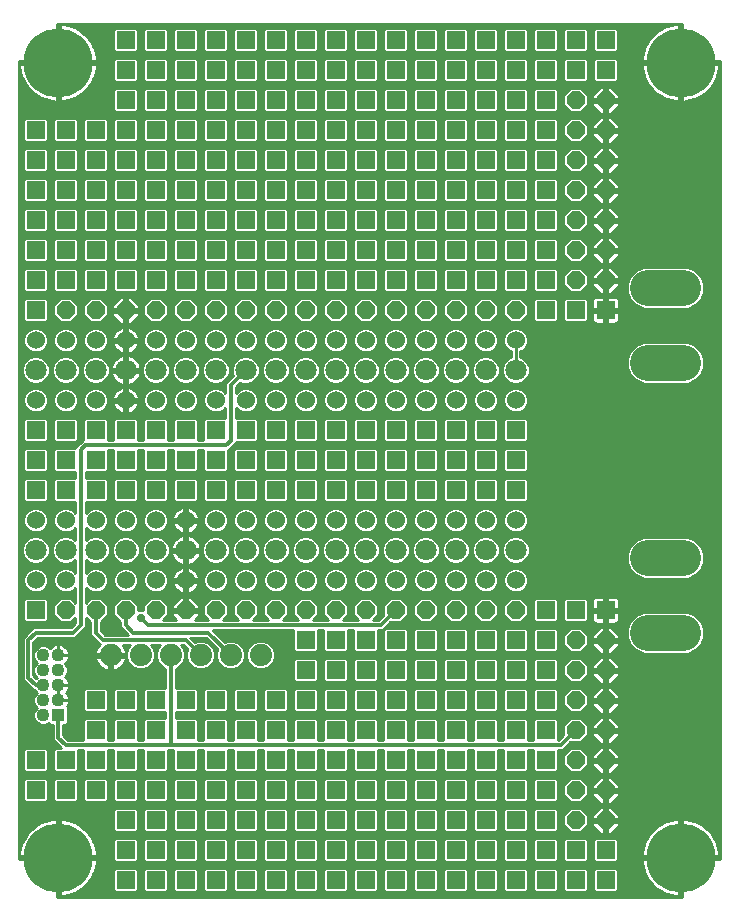
<source format=gbl>
G75*
%MOIN*%
%OFA0B0*%
%FSLAX24Y24*%
%IPPOS*%
%LPD*%
%AMOC8*
5,1,8,0,0,1.08239X$1,22.5*
%
%ADD10C,0.0709*%
%ADD11C,0.0602*%
%ADD12R,0.0600X0.0600*%
%ADD13OC8,0.0600*%
%ADD14C,0.1185*%
%ADD15C,0.2300*%
%ADD16R,0.0436X0.0436*%
%ADD17C,0.0436*%
%ADD18C,0.0740*%
%ADD19C,0.0120*%
%ADD20C,0.0100*%
%ADD21C,0.0290*%
D10*
X001050Y012050D03*
X002050Y012050D03*
X003050Y012050D03*
X004050Y012050D03*
X005050Y012050D03*
X006050Y012050D03*
X007050Y012050D03*
X008050Y012050D03*
X009050Y012050D03*
X010050Y012050D03*
X011050Y012050D03*
X012050Y012050D03*
X013050Y012050D03*
X014050Y012050D03*
X015050Y012050D03*
X016050Y012050D03*
X017050Y012050D03*
X017050Y018050D03*
X016050Y018050D03*
X015050Y018050D03*
X014050Y018050D03*
X013050Y018050D03*
X012050Y018050D03*
X011050Y018050D03*
X010050Y018050D03*
X009050Y018050D03*
X008050Y018050D03*
X007050Y018050D03*
X006050Y018050D03*
X005050Y018050D03*
X004050Y018050D03*
X003050Y018050D03*
X002050Y018050D03*
X001050Y018050D03*
D11*
X001050Y017050D03*
X002050Y017050D03*
X003050Y017050D03*
X004050Y017050D03*
X005050Y017050D03*
X006050Y017050D03*
X007050Y017050D03*
X008050Y017050D03*
X009050Y017050D03*
X010050Y017050D03*
X011050Y017050D03*
X012050Y017050D03*
X013050Y017050D03*
X014050Y017050D03*
X015050Y017050D03*
X016050Y017050D03*
X017050Y017050D03*
X017050Y019050D03*
X016050Y019050D03*
X015050Y019050D03*
X014050Y019050D03*
X013050Y019050D03*
X012050Y019050D03*
X011050Y019050D03*
X010050Y019050D03*
X009050Y019050D03*
X008050Y019050D03*
X007050Y019050D03*
X006050Y019050D03*
X005050Y019050D03*
X004050Y019050D03*
X003050Y019050D03*
X002050Y019050D03*
X001050Y019050D03*
X001050Y013050D03*
X002050Y013050D03*
X003050Y013050D03*
X004050Y013050D03*
X005050Y013050D03*
X006050Y013050D03*
X007050Y013050D03*
X008050Y013050D03*
X009050Y013050D03*
X010050Y013050D03*
X011050Y013050D03*
X012050Y013050D03*
X013050Y013050D03*
X014050Y013050D03*
X015050Y013050D03*
X016050Y013050D03*
X017050Y013050D03*
X017050Y011050D03*
X016050Y011050D03*
X015050Y011050D03*
X014050Y011050D03*
X013050Y011050D03*
X012050Y011050D03*
X011050Y011050D03*
X010050Y011050D03*
X009050Y011050D03*
X008050Y011050D03*
X007050Y011050D03*
X006050Y011050D03*
X005050Y011050D03*
X004050Y011050D03*
X003050Y011050D03*
X002050Y011050D03*
X001050Y011050D03*
D12*
X001050Y010050D03*
X003050Y007050D03*
X003050Y006050D03*
X003050Y005050D03*
X003050Y004050D03*
X002050Y004050D03*
X002050Y005050D03*
X001050Y005050D03*
X001050Y004050D03*
X004050Y004050D03*
X004050Y003050D03*
X004050Y002050D03*
X004050Y001050D03*
X005050Y001050D03*
X005050Y002050D03*
X005050Y003050D03*
X005050Y004050D03*
X005050Y005050D03*
X005050Y006050D03*
X005050Y007050D03*
X004050Y007050D03*
X004050Y006050D03*
X004050Y005050D03*
X006050Y005050D03*
X006050Y004050D03*
X006050Y003050D03*
X006050Y002050D03*
X006050Y001050D03*
X007050Y001050D03*
X007050Y002050D03*
X007050Y003050D03*
X007050Y004050D03*
X007050Y005050D03*
X007050Y006050D03*
X007050Y007050D03*
X006050Y007050D03*
X006050Y006050D03*
X008050Y006050D03*
X008050Y007050D03*
X009050Y007050D03*
X009050Y006050D03*
X009050Y005050D03*
X009050Y004050D03*
X009050Y003050D03*
X009050Y002050D03*
X009050Y001050D03*
X008050Y001050D03*
X008050Y002050D03*
X008050Y003050D03*
X008050Y004050D03*
X008050Y005050D03*
X010050Y005050D03*
X010050Y004050D03*
X010050Y003050D03*
X010050Y002050D03*
X010050Y001050D03*
X011050Y001050D03*
X011050Y002050D03*
X011050Y003050D03*
X011050Y004050D03*
X011050Y005050D03*
X011050Y006050D03*
X011050Y007050D03*
X011050Y008050D03*
X011050Y009050D03*
X010050Y009050D03*
X010050Y008050D03*
X010050Y007050D03*
X010050Y006050D03*
X012050Y006050D03*
X012050Y007050D03*
X012050Y008050D03*
X012050Y009050D03*
X013050Y009050D03*
X013050Y008050D03*
X013050Y007050D03*
X013050Y006050D03*
X013050Y005050D03*
X013050Y004050D03*
X013050Y003050D03*
X013050Y002050D03*
X013050Y001050D03*
X012050Y001050D03*
X012050Y002050D03*
X012050Y003050D03*
X012050Y004050D03*
X012050Y005050D03*
X014050Y005050D03*
X014050Y004050D03*
X014050Y003050D03*
X014050Y002050D03*
X014050Y001050D03*
X015050Y001050D03*
X015050Y002050D03*
X015050Y003050D03*
X015050Y004050D03*
X015050Y005050D03*
X015050Y006050D03*
X015050Y007050D03*
X015050Y008050D03*
X015050Y009050D03*
X014050Y009050D03*
X014050Y008050D03*
X014050Y007050D03*
X014050Y006050D03*
X016050Y006050D03*
X016050Y007050D03*
X016050Y008050D03*
X016050Y009050D03*
X017050Y009050D03*
X017050Y008050D03*
X017050Y007050D03*
X017050Y006050D03*
X017050Y005050D03*
X017050Y004050D03*
X017050Y003050D03*
X017050Y002050D03*
X017050Y001050D03*
X018050Y001050D03*
X018050Y002050D03*
X018050Y003050D03*
X018050Y004050D03*
X018050Y005050D03*
X018050Y006050D03*
X018050Y007050D03*
X018050Y008050D03*
X018050Y009050D03*
X018050Y010050D03*
X019050Y010050D03*
X020050Y010050D03*
X017050Y014050D03*
X017050Y015050D03*
X017050Y016050D03*
X016050Y016050D03*
X016050Y015050D03*
X016050Y014050D03*
X015050Y014050D03*
X015050Y015050D03*
X015050Y016050D03*
X014050Y016050D03*
X014050Y015050D03*
X014050Y014050D03*
X013050Y014050D03*
X013050Y015050D03*
X013050Y016050D03*
X012050Y016050D03*
X012050Y015050D03*
X012050Y014050D03*
X011050Y014050D03*
X011050Y015050D03*
X011050Y016050D03*
X010050Y016050D03*
X010050Y015050D03*
X010050Y014050D03*
X009050Y014050D03*
X009050Y015050D03*
X009050Y016050D03*
X008050Y016050D03*
X008050Y015050D03*
X008050Y014050D03*
X007050Y014050D03*
X007050Y015050D03*
X007050Y016050D03*
X006050Y016050D03*
X006050Y015050D03*
X006050Y014050D03*
X005050Y014050D03*
X005050Y015050D03*
X005050Y016050D03*
X004050Y016050D03*
X004050Y015050D03*
X004050Y014050D03*
X003050Y014050D03*
X003050Y015050D03*
X003050Y016050D03*
X002050Y016050D03*
X002050Y015050D03*
X002050Y014050D03*
X001050Y014050D03*
X001050Y015050D03*
X001050Y016050D03*
X001050Y020050D03*
X001050Y021050D03*
X001050Y022050D03*
X001050Y023050D03*
X001050Y024050D03*
X001050Y025050D03*
X001050Y026050D03*
X002050Y026050D03*
X002050Y025050D03*
X002050Y024050D03*
X002050Y023050D03*
X002050Y022050D03*
X002050Y021050D03*
X003050Y021050D03*
X003050Y022050D03*
X003050Y023050D03*
X003050Y024050D03*
X003050Y025050D03*
X003050Y026050D03*
X004050Y026050D03*
X004050Y025050D03*
X004050Y024050D03*
X004050Y023050D03*
X004050Y022050D03*
X004050Y021050D03*
X005050Y021050D03*
X005050Y022050D03*
X005050Y023050D03*
X005050Y024050D03*
X005050Y025050D03*
X005050Y026050D03*
X005050Y027050D03*
X005050Y028050D03*
X005050Y029050D03*
X004050Y029050D03*
X004050Y028050D03*
X004050Y027050D03*
X006050Y027050D03*
X006050Y026050D03*
X006050Y025050D03*
X006050Y024050D03*
X006050Y023050D03*
X006050Y022050D03*
X006050Y021050D03*
X007050Y021050D03*
X007050Y022050D03*
X007050Y023050D03*
X007050Y024050D03*
X007050Y025050D03*
X007050Y026050D03*
X007050Y027050D03*
X007050Y028050D03*
X007050Y029050D03*
X006050Y029050D03*
X006050Y028050D03*
X008050Y028050D03*
X008050Y029050D03*
X009050Y029050D03*
X009050Y028050D03*
X009050Y027050D03*
X009050Y026050D03*
X009050Y025050D03*
X009050Y024050D03*
X009050Y023050D03*
X009050Y022050D03*
X009050Y021050D03*
X008050Y021050D03*
X008050Y022050D03*
X008050Y023050D03*
X008050Y024050D03*
X008050Y025050D03*
X008050Y026050D03*
X008050Y027050D03*
X010050Y027050D03*
X010050Y026050D03*
X010050Y025050D03*
X010050Y024050D03*
X010050Y023050D03*
X010050Y022050D03*
X010050Y021050D03*
X011050Y021050D03*
X011050Y022050D03*
X011050Y023050D03*
X011050Y024050D03*
X011050Y025050D03*
X011050Y026050D03*
X011050Y027050D03*
X011050Y028050D03*
X011050Y029050D03*
X010050Y029050D03*
X010050Y028050D03*
X012050Y028050D03*
X012050Y029050D03*
X013050Y029050D03*
X013050Y028050D03*
X013050Y027050D03*
X013050Y026050D03*
X013050Y025050D03*
X013050Y024050D03*
X013050Y023050D03*
X013050Y022050D03*
X013050Y021050D03*
X012050Y021050D03*
X012050Y022050D03*
X012050Y023050D03*
X012050Y024050D03*
X012050Y025050D03*
X012050Y026050D03*
X012050Y027050D03*
X014050Y027050D03*
X014050Y026050D03*
X014050Y025050D03*
X014050Y024050D03*
X014050Y023050D03*
X014050Y022050D03*
X014050Y021050D03*
X015050Y021050D03*
X015050Y022050D03*
X015050Y023050D03*
X015050Y024050D03*
X015050Y025050D03*
X015050Y026050D03*
X015050Y027050D03*
X015050Y028050D03*
X015050Y029050D03*
X014050Y029050D03*
X014050Y028050D03*
X016050Y028050D03*
X016050Y029050D03*
X017050Y029050D03*
X017050Y028050D03*
X017050Y027050D03*
X017050Y026050D03*
X017050Y025050D03*
X017050Y024050D03*
X017050Y023050D03*
X017050Y022050D03*
X017050Y021050D03*
X018050Y021050D03*
X018050Y020050D03*
X019050Y020050D03*
X020050Y020050D03*
X018050Y022050D03*
X018050Y023050D03*
X018050Y024050D03*
X018050Y025050D03*
X018050Y026050D03*
X018050Y027050D03*
X018050Y028050D03*
X018050Y029050D03*
X019050Y029050D03*
X019050Y028050D03*
X020050Y028050D03*
X020050Y029050D03*
X016050Y027050D03*
X016050Y026050D03*
X016050Y025050D03*
X016050Y024050D03*
X016050Y023050D03*
X016050Y022050D03*
X016050Y021050D03*
X016050Y005050D03*
X016050Y004050D03*
X016050Y003050D03*
X016050Y002050D03*
X016050Y001050D03*
X019050Y001050D03*
X019050Y002050D03*
X020050Y002050D03*
X020050Y001050D03*
D13*
X020050Y003050D03*
X020050Y004050D03*
X020050Y005050D03*
X020050Y006050D03*
X020050Y007050D03*
X020050Y008050D03*
X020050Y009050D03*
X019050Y009050D03*
X019050Y008050D03*
X019050Y007050D03*
X019050Y006050D03*
X019050Y005050D03*
X019050Y004050D03*
X019050Y003050D03*
X017050Y010050D03*
X016050Y010050D03*
X015050Y010050D03*
X014050Y010050D03*
X013050Y010050D03*
X012050Y010050D03*
X011050Y010050D03*
X010050Y010050D03*
X009050Y010050D03*
X008050Y010050D03*
X007050Y010050D03*
X006050Y010050D03*
X005050Y010050D03*
X004050Y010050D03*
X003050Y010050D03*
X002050Y010050D03*
X002050Y020050D03*
X003050Y020050D03*
X004050Y020050D03*
X005050Y020050D03*
X006050Y020050D03*
X007050Y020050D03*
X008050Y020050D03*
X009050Y020050D03*
X010050Y020050D03*
X011050Y020050D03*
X012050Y020050D03*
X013050Y020050D03*
X014050Y020050D03*
X015050Y020050D03*
X016050Y020050D03*
X017050Y020050D03*
X019050Y021050D03*
X019050Y022050D03*
X019050Y023050D03*
X019050Y024050D03*
X019050Y025050D03*
X019050Y026050D03*
X019050Y027050D03*
X020050Y027050D03*
X020050Y026050D03*
X020050Y025050D03*
X020050Y024050D03*
X020050Y023050D03*
X020050Y022050D03*
X020050Y021050D03*
D14*
X021458Y020800D02*
X022643Y020800D01*
X022643Y018300D02*
X021458Y018300D01*
X021458Y011800D02*
X022643Y011800D01*
X022643Y009300D02*
X021458Y009300D01*
D15*
X022550Y001800D03*
X001800Y001800D03*
X001800Y028300D03*
X022550Y028300D03*
D16*
X001800Y006550D03*
D17*
X001800Y007050D03*
X001800Y007550D03*
X001800Y008050D03*
X001800Y008550D03*
X001300Y008550D03*
X001300Y008050D03*
X001300Y007550D03*
X001300Y007050D03*
X001300Y006550D03*
D18*
X003550Y008550D03*
X004550Y008550D03*
X005550Y008550D03*
X006550Y008550D03*
X007550Y008550D03*
X008550Y008550D03*
D19*
X007550Y008550D02*
X006800Y009300D01*
X004300Y009300D01*
X004050Y009550D01*
X004050Y010050D01*
X004550Y009800D02*
X004800Y009550D01*
X012550Y009550D01*
X013050Y010050D01*
X007550Y015700D02*
X007550Y017550D01*
X008050Y018050D01*
X007550Y015700D02*
X007400Y015550D01*
X002700Y015550D01*
X002550Y015400D01*
X002550Y009550D01*
X002300Y009300D01*
X001050Y009300D01*
X000800Y009050D01*
X000800Y007800D01*
X001050Y007550D01*
X001300Y007550D01*
X001800Y006550D02*
X001800Y005800D01*
X002050Y005550D01*
X005550Y005550D01*
X005550Y008550D01*
X006050Y009050D02*
X003300Y009050D01*
X003050Y009300D01*
X003050Y010050D01*
X006050Y009050D02*
X006550Y008550D01*
X005550Y005550D02*
X018550Y005550D01*
X019050Y006050D01*
D20*
X000500Y001800D02*
X000503Y001750D01*
X001750Y001750D01*
X001750Y001850D01*
X001750Y003100D01*
X001736Y003100D01*
X001609Y003087D01*
X001484Y003063D01*
X001362Y003025D01*
X001244Y002977D01*
X001131Y002916D01*
X001025Y002845D01*
X000926Y002764D01*
X000836Y002674D01*
X000755Y002575D01*
X000684Y002469D01*
X000623Y002356D01*
X000575Y002238D01*
X000537Y002116D01*
X000513Y001991D01*
X000500Y001864D01*
X000500Y001850D01*
X001750Y001850D01*
X001850Y001850D01*
X001850Y003100D01*
X001864Y003100D01*
X001991Y003087D01*
X002116Y003063D01*
X002238Y003025D01*
X002356Y002977D01*
X002469Y002916D01*
X002575Y002845D01*
X002674Y002764D01*
X002764Y002674D01*
X002845Y002575D01*
X002916Y002469D01*
X002977Y002356D01*
X003025Y002238D01*
X003063Y002116D01*
X003087Y001991D01*
X003100Y001864D01*
X003100Y001850D01*
X001850Y001850D01*
X001850Y001750D01*
X003100Y001750D01*
X003100Y001736D01*
X003087Y001609D01*
X003063Y001484D01*
X003025Y001362D01*
X002977Y001244D01*
X002916Y001131D01*
X002845Y001025D01*
X002764Y000926D01*
X002674Y000836D01*
X002575Y000755D01*
X002469Y000684D01*
X002356Y000623D01*
X002238Y000575D01*
X002116Y000537D01*
X001991Y000513D01*
X001864Y000500D01*
X001850Y000500D01*
X001850Y001750D01*
X001750Y001750D01*
X001750Y000503D01*
X001800Y000500D01*
X022550Y000500D01*
X022600Y000503D01*
X022600Y001750D01*
X022600Y001850D01*
X022500Y001850D01*
X022500Y003100D01*
X022486Y003100D01*
X022359Y003087D01*
X022234Y003063D01*
X022112Y003025D01*
X021994Y002977D01*
X021881Y002916D01*
X021775Y002845D01*
X021676Y002764D01*
X021586Y002674D01*
X021505Y002575D01*
X021434Y002469D01*
X021373Y002356D01*
X021325Y002238D01*
X021287Y002116D01*
X021263Y001991D01*
X021250Y001864D01*
X021250Y001850D01*
X022500Y001850D01*
X022500Y001750D01*
X022600Y001750D01*
X023847Y001750D01*
X023850Y001800D01*
X023850Y028300D01*
X023847Y028350D01*
X022600Y028350D01*
X022600Y028250D01*
X023850Y028250D01*
X023850Y028236D01*
X023837Y028109D01*
X023813Y027984D01*
X023775Y027862D01*
X023727Y027744D01*
X023666Y027631D01*
X023595Y027525D01*
X023514Y027426D01*
X023424Y027336D01*
X023325Y027255D01*
X023219Y027184D01*
X023106Y027123D01*
X022988Y027075D01*
X022866Y027037D01*
X022741Y027013D01*
X022614Y027000D01*
X022600Y027000D01*
X022600Y028250D01*
X022500Y028250D01*
X022500Y027000D01*
X022486Y027000D01*
X022359Y027013D01*
X022234Y027037D01*
X022112Y027075D01*
X021994Y027123D01*
X021881Y027184D01*
X021775Y027255D01*
X021676Y027336D01*
X021586Y027426D01*
X021505Y027525D01*
X021434Y027631D01*
X021373Y027744D01*
X021325Y027862D01*
X021287Y027984D01*
X021263Y028109D01*
X021250Y028236D01*
X021250Y028250D01*
X022500Y028250D01*
X022500Y028350D01*
X022500Y029600D01*
X022486Y029600D01*
X022359Y029587D01*
X022234Y029563D01*
X022112Y029525D01*
X021994Y029477D01*
X021881Y029416D01*
X021775Y029345D01*
X021676Y029264D01*
X021586Y029174D01*
X021505Y029075D01*
X021434Y028969D01*
X021373Y028856D01*
X021325Y028738D01*
X021287Y028616D01*
X021263Y028491D01*
X021250Y028364D01*
X021250Y028350D01*
X022500Y028350D01*
X022600Y028350D01*
X022600Y029597D01*
X022550Y029600D01*
X001800Y029600D01*
X001750Y029597D01*
X001750Y028350D01*
X001850Y028350D01*
X003100Y028350D01*
X003100Y028364D01*
X003087Y028491D01*
X003063Y028616D01*
X003025Y028738D01*
X002977Y028856D01*
X002916Y028969D01*
X002845Y029075D01*
X002764Y029174D01*
X002674Y029264D01*
X002575Y029345D01*
X002469Y029416D01*
X002356Y029477D01*
X002238Y029525D01*
X002116Y029563D01*
X001991Y029587D01*
X001864Y029600D01*
X001850Y029600D01*
X001850Y028350D01*
X001850Y028250D01*
X003100Y028250D01*
X003100Y028236D01*
X003087Y028109D01*
X003063Y027984D01*
X003025Y027862D01*
X002977Y027744D01*
X002916Y027631D01*
X002845Y027525D01*
X002764Y027426D01*
X002674Y027336D01*
X002575Y027255D01*
X002469Y027184D01*
X002356Y027123D01*
X002238Y027075D01*
X002116Y027037D01*
X001991Y027013D01*
X001864Y027000D01*
X001850Y027000D01*
X001850Y028250D01*
X001750Y028250D01*
X001750Y027000D01*
X001736Y027000D01*
X001609Y027013D01*
X001484Y027037D01*
X001362Y027075D01*
X001244Y027123D01*
X001131Y027184D01*
X001025Y027255D01*
X000926Y027336D01*
X000836Y027426D01*
X000755Y027525D01*
X000684Y027631D01*
X000623Y027744D01*
X000575Y027862D01*
X000537Y027984D01*
X000513Y028109D01*
X000500Y028236D01*
X000500Y028250D01*
X001750Y028250D01*
X001750Y028350D01*
X000503Y028350D01*
X000500Y028300D01*
X000500Y001800D01*
X000501Y001778D02*
X001750Y001778D01*
X001750Y001876D02*
X001850Y001876D01*
X001850Y001778D02*
X003640Y001778D01*
X003640Y001704D02*
X003704Y001640D01*
X004396Y001640D01*
X004460Y001704D01*
X004460Y002396D01*
X004396Y002460D01*
X003704Y002460D01*
X003640Y002396D01*
X003640Y001704D01*
X003665Y001679D02*
X003094Y001679D01*
X003082Y001581D02*
X021268Y001581D01*
X021263Y001609D02*
X021287Y001484D01*
X021325Y001362D01*
X021373Y001244D01*
X021434Y001131D01*
X021505Y001025D01*
X021586Y000926D01*
X021676Y000836D01*
X021775Y000755D01*
X021881Y000684D01*
X021994Y000623D01*
X022112Y000575D01*
X022234Y000537D01*
X022359Y000513D01*
X022486Y000500D01*
X022500Y000500D01*
X022500Y001750D01*
X021250Y001750D01*
X021250Y001736D01*
X021263Y001609D01*
X021256Y001679D02*
X020435Y001679D01*
X020460Y001704D02*
X020396Y001640D01*
X019704Y001640D01*
X019640Y001704D01*
X019640Y002396D01*
X019704Y002460D01*
X020396Y002460D01*
X020460Y002396D01*
X020460Y001704D01*
X020460Y001778D02*
X022500Y001778D01*
X022500Y001876D02*
X022600Y001876D01*
X022600Y001850D02*
X022600Y003100D01*
X022614Y003100D01*
X022741Y003087D01*
X022866Y003063D01*
X022988Y003025D01*
X023106Y002977D01*
X023219Y002916D01*
X023325Y002845D01*
X023424Y002764D01*
X023514Y002674D01*
X023595Y002575D01*
X023666Y002469D01*
X023727Y002356D01*
X023775Y002238D01*
X023813Y002116D01*
X023837Y001991D01*
X023850Y001864D01*
X023850Y001850D01*
X022600Y001850D01*
X022600Y001778D02*
X023849Y001778D01*
X023849Y001876D02*
X023850Y001876D01*
X023839Y001975D02*
X023850Y001975D01*
X023850Y002073D02*
X023821Y002073D01*
X023796Y002172D02*
X023850Y002172D01*
X023850Y002270D02*
X023762Y002270D01*
X023720Y002369D02*
X023850Y002369D01*
X023850Y002467D02*
X023668Y002467D01*
X023602Y002566D02*
X023850Y002566D01*
X023850Y002664D02*
X023523Y002664D01*
X023426Y002763D02*
X023850Y002763D01*
X023850Y002861D02*
X023302Y002861D01*
X023138Y002960D02*
X023850Y002960D01*
X023850Y003058D02*
X022881Y003058D01*
X022600Y003058D02*
X022500Y003058D01*
X022500Y002960D02*
X022600Y002960D01*
X022600Y002861D02*
X022500Y002861D01*
X022500Y002763D02*
X022600Y002763D01*
X022600Y002664D02*
X022500Y002664D01*
X022500Y002566D02*
X022600Y002566D01*
X022600Y002467D02*
X022500Y002467D01*
X022500Y002369D02*
X022600Y002369D01*
X022600Y002270D02*
X022500Y002270D01*
X022500Y002172D02*
X022600Y002172D01*
X022600Y002073D02*
X022500Y002073D01*
X022500Y001975D02*
X022600Y001975D01*
X022600Y001679D02*
X022500Y001679D01*
X022500Y001581D02*
X022600Y001581D01*
X022600Y001482D02*
X022500Y001482D01*
X022500Y001384D02*
X022600Y001384D01*
X022600Y001285D02*
X022500Y001285D01*
X022500Y001187D02*
X022600Y001187D01*
X022600Y001088D02*
X022500Y001088D01*
X022500Y000990D02*
X022600Y000990D01*
X022600Y000891D02*
X022500Y000891D01*
X022500Y000793D02*
X022600Y000793D01*
X022600Y000694D02*
X022500Y000694D01*
X022500Y000596D02*
X022600Y000596D01*
X022061Y000596D02*
X002289Y000596D01*
X002485Y000694D02*
X003650Y000694D01*
X003640Y000704D02*
X003704Y000640D01*
X004396Y000640D01*
X004460Y000704D01*
X004460Y001396D01*
X004396Y001460D01*
X003704Y001460D01*
X003640Y001396D01*
X003640Y000704D01*
X003640Y000793D02*
X002622Y000793D01*
X002729Y000891D02*
X003640Y000891D01*
X003640Y000990D02*
X002817Y000990D01*
X002888Y001088D02*
X003640Y001088D01*
X003640Y001187D02*
X002946Y001187D01*
X002994Y001285D02*
X003640Y001285D01*
X003640Y001384D02*
X003032Y001384D01*
X003062Y001482D02*
X021288Y001482D01*
X021318Y001384D02*
X020460Y001384D01*
X020460Y001396D02*
X020396Y001460D01*
X019704Y001460D01*
X019640Y001396D01*
X019640Y000704D01*
X019704Y000640D01*
X020396Y000640D01*
X020460Y000704D01*
X020460Y001396D01*
X020460Y001285D02*
X021356Y001285D01*
X021404Y001187D02*
X020460Y001187D01*
X020460Y001088D02*
X021462Y001088D01*
X021533Y000990D02*
X020460Y000990D01*
X020460Y000891D02*
X021621Y000891D01*
X021728Y000793D02*
X020460Y000793D01*
X020450Y000694D02*
X021865Y000694D01*
X021251Y001876D02*
X020460Y001876D01*
X020460Y001975D02*
X021261Y001975D01*
X021279Y002073D02*
X020460Y002073D01*
X020460Y002172D02*
X021304Y002172D01*
X021338Y002270D02*
X020460Y002270D01*
X020460Y002369D02*
X021380Y002369D01*
X021432Y002467D02*
X002918Y002467D01*
X002970Y002369D02*
X003640Y002369D01*
X003640Y002270D02*
X003012Y002270D01*
X003046Y002172D02*
X003640Y002172D01*
X003640Y002073D02*
X003071Y002073D01*
X003089Y001975D02*
X003640Y001975D01*
X003640Y001876D02*
X003099Y001876D01*
X002852Y002566D02*
X021498Y002566D01*
X021577Y002664D02*
X020300Y002664D01*
X020236Y002600D02*
X020500Y002864D01*
X020500Y003000D01*
X020100Y003000D01*
X020100Y003100D01*
X020500Y003100D01*
X020500Y003236D01*
X020236Y003500D01*
X020100Y003500D01*
X020100Y003100D01*
X020000Y003100D01*
X020000Y003500D01*
X019864Y003500D01*
X019600Y003236D01*
X019600Y003100D01*
X020000Y003100D01*
X020000Y003000D01*
X020100Y003000D01*
X020100Y002600D01*
X020236Y002600D01*
X020100Y002664D02*
X020000Y002664D01*
X020000Y002600D02*
X020000Y003000D01*
X019600Y003000D01*
X019600Y002864D01*
X019864Y002600D01*
X020000Y002600D01*
X020000Y002763D02*
X020100Y002763D01*
X020100Y002861D02*
X020000Y002861D01*
X020000Y002960D02*
X020100Y002960D01*
X020100Y003058D02*
X022219Y003058D01*
X021962Y002960D02*
X020500Y002960D01*
X020497Y002861D02*
X021798Y002861D01*
X021674Y002763D02*
X020399Y002763D01*
X020500Y003157D02*
X023850Y003157D01*
X023850Y003255D02*
X020481Y003255D01*
X020383Y003354D02*
X023850Y003354D01*
X023850Y003452D02*
X020284Y003452D01*
X020236Y003600D02*
X020500Y003864D01*
X020500Y004000D01*
X020100Y004000D01*
X020100Y004100D01*
X020500Y004100D01*
X020500Y004236D01*
X020236Y004500D01*
X020100Y004500D01*
X020100Y004100D01*
X020000Y004100D01*
X020000Y004500D01*
X019864Y004500D01*
X019600Y004236D01*
X019600Y004100D01*
X020000Y004100D01*
X020000Y004000D01*
X020100Y004000D01*
X020100Y003600D01*
X020236Y003600D01*
X020285Y003649D02*
X023850Y003649D01*
X023850Y003551D02*
X000500Y003551D01*
X000500Y003649D02*
X000695Y003649D01*
X000704Y003640D02*
X001396Y003640D01*
X001460Y003704D01*
X001460Y004396D01*
X001396Y004460D01*
X000704Y004460D01*
X000640Y004396D01*
X000640Y003704D01*
X000704Y003640D01*
X000640Y003748D02*
X000500Y003748D01*
X000500Y003846D02*
X000640Y003846D01*
X000640Y003945D02*
X000500Y003945D01*
X000500Y004043D02*
X000640Y004043D01*
X000640Y004142D02*
X000500Y004142D01*
X000500Y004240D02*
X000640Y004240D01*
X000640Y004339D02*
X000500Y004339D01*
X000500Y004437D02*
X000681Y004437D01*
X000704Y004640D02*
X001396Y004640D01*
X001460Y004704D01*
X001460Y005396D01*
X001396Y005460D01*
X000704Y005460D01*
X000640Y005396D01*
X000640Y004704D01*
X000704Y004640D01*
X000640Y004733D02*
X000500Y004733D01*
X000500Y004831D02*
X000640Y004831D01*
X000640Y004930D02*
X000500Y004930D01*
X000500Y005028D02*
X000640Y005028D01*
X000640Y005127D02*
X000500Y005127D01*
X000500Y005225D02*
X000640Y005225D01*
X000640Y005324D02*
X000500Y005324D01*
X000500Y005422D02*
X000666Y005422D01*
X000500Y005521D02*
X001839Y005521D01*
X001900Y005460D02*
X001704Y005460D01*
X001640Y005396D01*
X001640Y004704D01*
X001704Y004640D01*
X002396Y004640D01*
X002460Y004704D01*
X002460Y005380D01*
X002640Y005380D01*
X002640Y004704D01*
X002704Y004640D01*
X003396Y004640D01*
X003460Y004704D01*
X003460Y005380D01*
X003640Y005380D01*
X003640Y004704D01*
X003704Y004640D01*
X004396Y004640D01*
X004460Y004704D01*
X004460Y005380D01*
X004640Y005380D01*
X004640Y004704D01*
X004704Y004640D01*
X005396Y004640D01*
X005460Y004704D01*
X005460Y005380D01*
X005640Y005380D01*
X005640Y004704D01*
X005704Y004640D01*
X006396Y004640D01*
X006460Y004704D01*
X006460Y005380D01*
X006640Y005380D01*
X006640Y004704D01*
X006704Y004640D01*
X007396Y004640D01*
X007460Y004704D01*
X007460Y005380D01*
X007640Y005380D01*
X007640Y004704D01*
X007704Y004640D01*
X008396Y004640D01*
X008460Y004704D01*
X008460Y005380D01*
X008640Y005380D01*
X008640Y004704D01*
X008704Y004640D01*
X009396Y004640D01*
X009460Y004704D01*
X009460Y005380D01*
X009640Y005380D01*
X009640Y004704D01*
X009704Y004640D01*
X010396Y004640D01*
X010460Y004704D01*
X010460Y005380D01*
X010640Y005380D01*
X010640Y004704D01*
X010704Y004640D01*
X011396Y004640D01*
X011460Y004704D01*
X011460Y005380D01*
X011640Y005380D01*
X011640Y004704D01*
X011704Y004640D01*
X012396Y004640D01*
X012460Y004704D01*
X012460Y005380D01*
X012640Y005380D01*
X012640Y004704D01*
X012704Y004640D01*
X013396Y004640D01*
X013460Y004704D01*
X013460Y005380D01*
X013640Y005380D01*
X013640Y004704D01*
X013704Y004640D01*
X014396Y004640D01*
X014460Y004704D01*
X014460Y005380D01*
X014640Y005380D01*
X014640Y004704D01*
X014704Y004640D01*
X015396Y004640D01*
X015460Y004704D01*
X015460Y005380D01*
X015640Y005380D01*
X015640Y004704D01*
X015704Y004640D01*
X016396Y004640D01*
X016460Y004704D01*
X016460Y005380D01*
X016640Y005380D01*
X016640Y004704D01*
X016704Y004640D01*
X017396Y004640D01*
X017460Y004704D01*
X017460Y005380D01*
X017640Y005380D01*
X017640Y004704D01*
X017704Y004640D01*
X018396Y004640D01*
X018460Y004704D01*
X018460Y005380D01*
X018620Y005380D01*
X018880Y005640D01*
X019220Y005640D01*
X019460Y005880D01*
X019460Y006220D01*
X019220Y006460D01*
X018880Y006460D01*
X018640Y006220D01*
X018640Y005880D01*
X018480Y005720D01*
X018460Y005720D01*
X018460Y006396D01*
X018396Y006460D01*
X017704Y006460D01*
X017640Y006396D01*
X017640Y005720D01*
X017460Y005720D01*
X017460Y006396D01*
X017396Y006460D01*
X016704Y006460D01*
X016640Y006396D01*
X016640Y005720D01*
X016460Y005720D01*
X016460Y006396D01*
X016396Y006460D01*
X015704Y006460D01*
X015640Y006396D01*
X015640Y005720D01*
X015460Y005720D01*
X015460Y006396D01*
X015396Y006460D01*
X014704Y006460D01*
X014640Y006396D01*
X014640Y005720D01*
X014460Y005720D01*
X014460Y006396D01*
X014396Y006460D01*
X013704Y006460D01*
X013640Y006396D01*
X013640Y005720D01*
X013460Y005720D01*
X013460Y006396D01*
X013396Y006460D01*
X012704Y006460D01*
X012640Y006396D01*
X012640Y005720D01*
X012460Y005720D01*
X012460Y006396D01*
X012396Y006460D01*
X011704Y006460D01*
X011640Y006396D01*
X011640Y005720D01*
X011460Y005720D01*
X011460Y006396D01*
X011396Y006460D01*
X010704Y006460D01*
X010640Y006396D01*
X010640Y005720D01*
X010460Y005720D01*
X010460Y006396D01*
X010396Y006460D01*
X009704Y006460D01*
X009640Y006396D01*
X009640Y005720D01*
X009460Y005720D01*
X009460Y006396D01*
X009396Y006460D01*
X008704Y006460D01*
X008640Y006396D01*
X008640Y005720D01*
X008460Y005720D01*
X008460Y006396D01*
X008396Y006460D01*
X007704Y006460D01*
X007640Y006396D01*
X007640Y005720D01*
X007460Y005720D01*
X007460Y006396D01*
X007396Y006460D01*
X006704Y006460D01*
X006640Y006396D01*
X006640Y005720D01*
X006460Y005720D01*
X006460Y006396D01*
X006396Y006460D01*
X005720Y006460D01*
X005720Y006640D01*
X006396Y006640D01*
X006460Y006704D01*
X006460Y007396D01*
X006396Y007460D01*
X005720Y007460D01*
X005720Y008101D01*
X005822Y008143D01*
X005957Y008278D01*
X006030Y008455D01*
X006030Y008645D01*
X005957Y008822D01*
X005899Y008880D01*
X005980Y008880D01*
X006112Y008747D01*
X006070Y008645D01*
X006070Y008455D01*
X006143Y008278D01*
X006278Y008143D01*
X006455Y008070D01*
X006645Y008070D01*
X006822Y008143D01*
X006957Y008278D01*
X007030Y008455D01*
X007030Y008645D01*
X006957Y008822D01*
X006822Y008957D01*
X006645Y009030D01*
X006455Y009030D01*
X006353Y008988D01*
X006210Y009130D01*
X006730Y009130D01*
X007112Y008747D01*
X007070Y008645D01*
X007070Y008455D01*
X007143Y008278D01*
X007278Y008143D01*
X007455Y008070D01*
X007645Y008070D01*
X007822Y008143D01*
X007957Y008278D01*
X008030Y008455D01*
X008030Y008645D01*
X007957Y008822D01*
X007822Y008957D01*
X007645Y009030D01*
X007455Y009030D01*
X007353Y008988D01*
X006970Y009370D01*
X006960Y009380D01*
X009640Y009380D01*
X009640Y008704D01*
X009704Y008640D01*
X010396Y008640D01*
X010460Y008704D01*
X010460Y009380D01*
X010640Y009380D01*
X010640Y008704D01*
X010704Y008640D01*
X011396Y008640D01*
X011460Y008704D01*
X011460Y009380D01*
X011640Y009380D01*
X011640Y008704D01*
X011704Y008640D01*
X012396Y008640D01*
X012460Y008704D01*
X012460Y009380D01*
X012620Y009380D01*
X012880Y009640D01*
X013220Y009640D01*
X013460Y009880D01*
X013460Y010220D01*
X013220Y010460D01*
X012880Y010460D01*
X012640Y010220D01*
X012640Y009880D01*
X012480Y009720D01*
X012300Y009720D01*
X012460Y009880D01*
X012460Y010220D01*
X012220Y010460D01*
X011880Y010460D01*
X011640Y010220D01*
X011640Y009880D01*
X011800Y009720D01*
X011300Y009720D01*
X011460Y009880D01*
X011460Y010220D01*
X011220Y010460D01*
X010880Y010460D01*
X010640Y010220D01*
X010640Y009880D01*
X010800Y009720D01*
X010300Y009720D01*
X010460Y009880D01*
X010460Y010220D01*
X010220Y010460D01*
X009880Y010460D01*
X009640Y010220D01*
X009640Y009880D01*
X009800Y009720D01*
X009300Y009720D01*
X009460Y009880D01*
X009460Y010220D01*
X009220Y010460D01*
X008880Y010460D01*
X008640Y010220D01*
X008640Y009880D01*
X008800Y009720D01*
X008300Y009720D01*
X008460Y009880D01*
X008460Y010220D01*
X008220Y010460D01*
X007880Y010460D01*
X007640Y010220D01*
X007640Y009880D01*
X007800Y009720D01*
X007300Y009720D01*
X007460Y009880D01*
X007460Y010220D01*
X007220Y010460D01*
X006880Y010460D01*
X006640Y010220D01*
X006640Y009880D01*
X006800Y009720D01*
X006356Y009720D01*
X006500Y009864D01*
X006500Y010000D01*
X006100Y010000D01*
X006100Y010100D01*
X006000Y010100D01*
X006000Y010500D01*
X005864Y010500D01*
X005600Y010236D01*
X005600Y010100D01*
X006000Y010100D01*
X006000Y010000D01*
X005600Y010000D01*
X005600Y009864D01*
X005744Y009720D01*
X005300Y009720D01*
X005460Y009880D01*
X005460Y010220D01*
X005220Y010460D01*
X004880Y010460D01*
X004640Y010220D01*
X004640Y010039D01*
X004601Y010055D01*
X004499Y010055D01*
X004460Y010039D01*
X004460Y010220D01*
X004220Y010460D01*
X003880Y010460D01*
X003640Y010220D01*
X003640Y009880D01*
X003880Y009640D01*
X003880Y009480D01*
X003980Y009380D01*
X004140Y009220D01*
X003370Y009220D01*
X003220Y009370D01*
X003220Y009640D01*
X003460Y009880D01*
X003460Y010220D01*
X003220Y010460D01*
X002880Y010460D01*
X002720Y010300D01*
X002720Y010799D01*
X002817Y010701D01*
X002968Y010639D01*
X003132Y010639D01*
X003283Y010701D01*
X003399Y010817D01*
X003461Y010968D01*
X003461Y011132D01*
X003399Y011283D01*
X003283Y011399D01*
X003132Y011461D01*
X002968Y011461D01*
X002817Y011399D01*
X002720Y011301D01*
X002720Y011723D01*
X002787Y011656D01*
X002958Y011586D01*
X003142Y011586D01*
X003313Y011656D01*
X003444Y011787D01*
X003514Y011958D01*
X003514Y012142D01*
X003444Y012313D01*
X003313Y012444D01*
X003142Y012514D01*
X002958Y012514D01*
X002787Y012444D01*
X002720Y012377D01*
X002720Y012799D01*
X002817Y012701D01*
X002968Y012639D01*
X003132Y012639D01*
X003283Y012701D01*
X003399Y012817D01*
X003461Y012968D01*
X003461Y013132D01*
X003399Y013283D01*
X003283Y013399D01*
X003132Y013461D01*
X002968Y013461D01*
X002817Y013399D01*
X002720Y013301D01*
X002720Y013640D01*
X003396Y013640D01*
X003460Y013704D01*
X003460Y014396D01*
X003396Y014460D01*
X002720Y014460D01*
X002720Y014640D01*
X003396Y014640D01*
X003460Y014704D01*
X003460Y015380D01*
X003640Y015380D01*
X003640Y014704D01*
X003704Y014640D01*
X004396Y014640D01*
X004460Y014704D01*
X004460Y015380D01*
X004640Y015380D01*
X004640Y014704D01*
X004704Y014640D01*
X005396Y014640D01*
X005460Y014704D01*
X005460Y015380D01*
X005640Y015380D01*
X005640Y014704D01*
X005704Y014640D01*
X006396Y014640D01*
X006460Y014704D01*
X006460Y015380D01*
X006640Y015380D01*
X006640Y014704D01*
X006704Y014640D01*
X007396Y014640D01*
X007460Y014704D01*
X007460Y015380D01*
X007470Y015380D01*
X007620Y015530D01*
X007720Y015630D01*
X007720Y015640D01*
X008396Y015640D01*
X008460Y015704D01*
X008460Y016396D01*
X008396Y016460D01*
X007720Y016460D01*
X007720Y016799D01*
X007817Y016701D01*
X007968Y016639D01*
X008132Y016639D01*
X008283Y016701D01*
X008399Y016817D01*
X008461Y016968D01*
X008461Y017132D01*
X008399Y017283D01*
X008283Y017399D01*
X008132Y017461D01*
X007968Y017461D01*
X007817Y017399D01*
X007720Y017301D01*
X007720Y017480D01*
X007865Y017624D01*
X007958Y017586D01*
X008142Y017586D01*
X008313Y017656D01*
X008444Y017787D01*
X008514Y017958D01*
X008514Y018142D01*
X008444Y018313D01*
X008313Y018444D01*
X008142Y018514D01*
X007958Y018514D01*
X007787Y018444D01*
X007656Y018313D01*
X007586Y018142D01*
X007586Y017958D01*
X007624Y017865D01*
X007380Y017620D01*
X007380Y017301D01*
X007283Y017399D01*
X007132Y017461D01*
X006968Y017461D01*
X006817Y017399D01*
X006701Y017283D01*
X006639Y017132D01*
X006639Y016968D01*
X006701Y016817D01*
X006817Y016701D01*
X006968Y016639D01*
X007132Y016639D01*
X007283Y016701D01*
X007380Y016799D01*
X007380Y016460D01*
X006704Y016460D01*
X006640Y016396D01*
X006640Y015720D01*
X006460Y015720D01*
X006460Y016396D01*
X006396Y016460D01*
X005704Y016460D01*
X005640Y016396D01*
X005640Y015720D01*
X005460Y015720D01*
X005460Y016396D01*
X005396Y016460D01*
X004704Y016460D01*
X004640Y016396D01*
X004640Y015720D01*
X004460Y015720D01*
X004460Y016396D01*
X004396Y016460D01*
X003704Y016460D01*
X003640Y016396D01*
X003640Y015720D01*
X003460Y015720D01*
X003460Y016396D01*
X003396Y016460D01*
X002704Y016460D01*
X002640Y016396D01*
X002640Y015720D01*
X002630Y015720D01*
X002530Y015620D01*
X002380Y015470D01*
X002380Y015460D01*
X001704Y015460D01*
X001640Y015396D01*
X001640Y014704D01*
X001704Y014640D01*
X002380Y014640D01*
X002380Y014460D01*
X001704Y014460D01*
X001640Y014396D01*
X001640Y013704D01*
X001704Y013640D01*
X002380Y013640D01*
X002380Y013301D01*
X002283Y013399D01*
X002132Y013461D01*
X001968Y013461D01*
X001817Y013399D01*
X001701Y013283D01*
X001639Y013132D01*
X001639Y012968D01*
X001701Y012817D01*
X001817Y012701D01*
X001968Y012639D01*
X002132Y012639D01*
X002283Y012701D01*
X002380Y012799D01*
X002380Y012377D01*
X002313Y012444D01*
X002142Y012514D01*
X001958Y012514D01*
X001787Y012444D01*
X001656Y012313D01*
X001586Y012142D01*
X001586Y011958D01*
X001656Y011787D01*
X001787Y011656D01*
X001958Y011586D01*
X002142Y011586D01*
X002313Y011656D01*
X002380Y011723D01*
X002380Y011301D01*
X002283Y011399D01*
X002132Y011461D01*
X001968Y011461D01*
X001817Y011399D01*
X001701Y011283D01*
X001639Y011132D01*
X001639Y010968D01*
X001701Y010817D01*
X001817Y010701D01*
X001968Y010639D01*
X002132Y010639D01*
X002283Y010701D01*
X002380Y010799D01*
X002380Y010300D01*
X002220Y010460D01*
X001880Y010460D01*
X001640Y010220D01*
X001640Y009880D01*
X001880Y009640D01*
X002220Y009640D01*
X002380Y009800D01*
X002380Y009620D01*
X002230Y009470D01*
X000980Y009470D01*
X000730Y009220D01*
X000630Y009120D01*
X000630Y007730D01*
X000980Y007380D01*
X001015Y007380D01*
X001022Y007364D01*
X001086Y007300D01*
X001022Y007236D01*
X000972Y007115D01*
X000972Y006985D01*
X001022Y006864D01*
X001086Y006800D01*
X001022Y006736D01*
X000972Y006615D01*
X000972Y006485D01*
X001022Y006364D01*
X001114Y006272D01*
X001235Y006222D01*
X001365Y006222D01*
X001486Y006272D01*
X001536Y006222D01*
X001630Y006222D01*
X001630Y005730D01*
X001730Y005630D01*
X001900Y005460D01*
X001741Y005619D02*
X000500Y005619D01*
X000500Y005718D02*
X001642Y005718D01*
X001630Y005816D02*
X000500Y005816D01*
X000500Y005915D02*
X001630Y005915D01*
X001630Y006013D02*
X000500Y006013D01*
X000500Y006112D02*
X001630Y006112D01*
X001630Y006210D02*
X000500Y006210D01*
X000500Y006309D02*
X001077Y006309D01*
X001004Y006407D02*
X000500Y006407D01*
X000500Y006506D02*
X000972Y006506D01*
X000972Y006604D02*
X000500Y006604D01*
X000500Y006703D02*
X001008Y006703D01*
X001085Y006801D02*
X000500Y006801D01*
X000500Y006900D02*
X001007Y006900D01*
X000972Y006998D02*
X000500Y006998D01*
X000500Y007097D02*
X000972Y007097D01*
X001005Y007195D02*
X000500Y007195D01*
X000500Y007294D02*
X001080Y007294D01*
X000968Y007392D02*
X000500Y007392D01*
X000500Y007491D02*
X000869Y007491D01*
X000771Y007589D02*
X000500Y007589D01*
X000500Y007688D02*
X000672Y007688D01*
X000630Y007786D02*
X000500Y007786D01*
X000500Y007885D02*
X000630Y007885D01*
X000630Y007983D02*
X000500Y007983D01*
X000500Y008082D02*
X000630Y008082D01*
X000630Y008180D02*
X000500Y008180D01*
X000500Y008279D02*
X000630Y008279D01*
X000630Y008377D02*
X000500Y008377D01*
X000500Y008476D02*
X000630Y008476D01*
X000630Y008574D02*
X000500Y008574D01*
X000500Y008673D02*
X000630Y008673D01*
X000630Y008771D02*
X000500Y008771D01*
X000500Y008870D02*
X000630Y008870D01*
X000630Y008968D02*
X000500Y008968D01*
X000500Y009067D02*
X000630Y009067D01*
X000675Y009165D02*
X000500Y009165D01*
X000500Y009264D02*
X000773Y009264D01*
X000872Y009362D02*
X000500Y009362D01*
X000500Y009461D02*
X000970Y009461D01*
X000704Y009640D02*
X001396Y009640D01*
X001460Y009704D01*
X001460Y010396D01*
X001396Y010460D01*
X000704Y010460D01*
X000640Y010396D01*
X000640Y009704D01*
X000704Y009640D01*
X000687Y009658D02*
X000500Y009658D01*
X000500Y009756D02*
X000640Y009756D01*
X000640Y009855D02*
X000500Y009855D01*
X000500Y009953D02*
X000640Y009953D01*
X000640Y010052D02*
X000500Y010052D01*
X000500Y010150D02*
X000640Y010150D01*
X000640Y010249D02*
X000500Y010249D01*
X000500Y010347D02*
X000640Y010347D01*
X000690Y010446D02*
X000500Y010446D01*
X000500Y010544D02*
X002380Y010544D01*
X002380Y010446D02*
X002234Y010446D01*
X002333Y010347D02*
X002380Y010347D01*
X002380Y010643D02*
X002141Y010643D01*
X001959Y010643D02*
X001141Y010643D01*
X001132Y010639D02*
X001283Y010701D01*
X001399Y010817D01*
X001461Y010968D01*
X001461Y011132D01*
X001399Y011283D01*
X001283Y011399D01*
X001132Y011461D01*
X000968Y011461D01*
X000817Y011399D01*
X000701Y011283D01*
X000639Y011132D01*
X000639Y010968D01*
X000701Y010817D01*
X000817Y010701D01*
X000968Y010639D01*
X001132Y010639D01*
X000959Y010643D02*
X000500Y010643D01*
X000500Y010741D02*
X000777Y010741D01*
X000692Y010840D02*
X000500Y010840D01*
X000500Y010938D02*
X000651Y010938D01*
X000639Y011037D02*
X000500Y011037D01*
X000500Y011135D02*
X000640Y011135D01*
X000681Y011234D02*
X000500Y011234D01*
X000500Y011332D02*
X000751Y011332D01*
X000894Y011431D02*
X000500Y011431D01*
X000500Y011529D02*
X002380Y011529D01*
X002380Y011431D02*
X002206Y011431D01*
X002349Y011332D02*
X002380Y011332D01*
X002380Y011628D02*
X002243Y011628D01*
X001857Y011628D02*
X001243Y011628D01*
X001313Y011656D02*
X001444Y011787D01*
X001514Y011958D01*
X001514Y012142D01*
X001444Y012313D01*
X001313Y012444D01*
X001142Y012514D01*
X000958Y012514D01*
X000787Y012444D01*
X000656Y012313D01*
X000586Y012142D01*
X000586Y011958D01*
X000656Y011787D01*
X000787Y011656D01*
X000958Y011586D01*
X001142Y011586D01*
X001313Y011656D01*
X001383Y011726D02*
X001717Y011726D01*
X001641Y011825D02*
X001459Y011825D01*
X001500Y011923D02*
X001600Y011923D01*
X001586Y012022D02*
X001514Y012022D01*
X001514Y012120D02*
X001586Y012120D01*
X001617Y012219D02*
X001483Y012219D01*
X001440Y012317D02*
X001660Y012317D01*
X001759Y012416D02*
X001341Y012416D01*
X001143Y012514D02*
X001957Y012514D01*
X002143Y012514D02*
X002380Y012514D01*
X002380Y012416D02*
X002341Y012416D01*
X002380Y012613D02*
X000500Y012613D01*
X000500Y012711D02*
X000807Y012711D01*
X000817Y012701D02*
X000968Y012639D01*
X001132Y012639D01*
X001283Y012701D01*
X001399Y012817D01*
X001461Y012968D01*
X001461Y013132D01*
X001399Y013283D01*
X001283Y013399D01*
X001132Y013461D01*
X000968Y013461D01*
X000817Y013399D01*
X000701Y013283D01*
X000639Y013132D01*
X000639Y012968D01*
X000701Y012817D01*
X000817Y012701D01*
X000709Y012810D02*
X000500Y012810D01*
X000500Y012908D02*
X000664Y012908D01*
X000639Y013007D02*
X000500Y013007D01*
X000500Y013105D02*
X000639Y013105D01*
X000669Y013204D02*
X000500Y013204D01*
X000500Y013302D02*
X000721Y013302D01*
X000822Y013401D02*
X000500Y013401D01*
X000500Y013499D02*
X002380Y013499D01*
X002380Y013401D02*
X002278Y013401D01*
X002379Y013302D02*
X002380Y013302D01*
X002380Y013598D02*
X000500Y013598D01*
X000500Y013696D02*
X000648Y013696D01*
X000640Y013704D02*
X000704Y013640D01*
X001396Y013640D01*
X001460Y013704D01*
X001460Y014396D01*
X001396Y014460D01*
X000704Y014460D01*
X000640Y014396D01*
X000640Y013704D01*
X000640Y013795D02*
X000500Y013795D01*
X000500Y013893D02*
X000640Y013893D01*
X000640Y013992D02*
X000500Y013992D01*
X000500Y014090D02*
X000640Y014090D01*
X000640Y014189D02*
X000500Y014189D01*
X000500Y014287D02*
X000640Y014287D01*
X000640Y014386D02*
X000500Y014386D01*
X000500Y014484D02*
X002380Y014484D01*
X002380Y014583D02*
X000500Y014583D01*
X000500Y014681D02*
X000663Y014681D01*
X000640Y014704D02*
X000704Y014640D01*
X001396Y014640D01*
X001460Y014704D01*
X001460Y015396D01*
X001396Y015460D01*
X000704Y015460D01*
X000640Y015396D01*
X000640Y014704D01*
X000640Y014780D02*
X000500Y014780D01*
X000500Y014878D02*
X000640Y014878D01*
X000640Y014977D02*
X000500Y014977D01*
X000500Y015075D02*
X000640Y015075D01*
X000640Y015174D02*
X000500Y015174D01*
X000500Y015272D02*
X000640Y015272D01*
X000640Y015371D02*
X000500Y015371D01*
X000500Y015469D02*
X002380Y015469D01*
X002477Y015568D02*
X000500Y015568D01*
X000500Y015666D02*
X000678Y015666D01*
X000704Y015640D02*
X000640Y015704D01*
X000640Y016396D01*
X000704Y016460D01*
X001396Y016460D01*
X001460Y016396D01*
X001460Y015704D01*
X001396Y015640D01*
X000704Y015640D01*
X000640Y015765D02*
X000500Y015765D01*
X000500Y015863D02*
X000640Y015863D01*
X000640Y015962D02*
X000500Y015962D01*
X000500Y016060D02*
X000640Y016060D01*
X000640Y016159D02*
X000500Y016159D01*
X000500Y016257D02*
X000640Y016257D01*
X000640Y016356D02*
X000500Y016356D01*
X000500Y016454D02*
X000698Y016454D01*
X000500Y016553D02*
X007380Y016553D01*
X007380Y016651D02*
X007161Y016651D01*
X007331Y016750D02*
X007380Y016750D01*
X007720Y016750D02*
X007769Y016750D01*
X007720Y016651D02*
X007939Y016651D01*
X008161Y016651D02*
X008939Y016651D01*
X008968Y016639D02*
X009132Y016639D01*
X009283Y016701D01*
X009399Y016817D01*
X009461Y016968D01*
X009461Y017132D01*
X009399Y017283D01*
X009283Y017399D01*
X009132Y017461D01*
X008968Y017461D01*
X008817Y017399D01*
X008701Y017283D01*
X008639Y017132D01*
X008639Y016968D01*
X008701Y016817D01*
X008817Y016701D01*
X008968Y016639D01*
X009161Y016651D02*
X009939Y016651D01*
X009968Y016639D02*
X010132Y016639D01*
X010283Y016701D01*
X010399Y016817D01*
X010461Y016968D01*
X010461Y017132D01*
X010399Y017283D01*
X010283Y017399D01*
X010132Y017461D01*
X009968Y017461D01*
X009817Y017399D01*
X009701Y017283D01*
X009639Y017132D01*
X009639Y016968D01*
X009701Y016817D01*
X009817Y016701D01*
X009968Y016639D01*
X010161Y016651D02*
X010939Y016651D01*
X010968Y016639D02*
X010817Y016701D01*
X010701Y016817D01*
X010639Y016968D01*
X010639Y017132D01*
X010701Y017283D01*
X010817Y017399D01*
X010968Y017461D01*
X011132Y017461D01*
X011283Y017399D01*
X011399Y017283D01*
X011461Y017132D01*
X011461Y016968D01*
X011399Y016817D01*
X011283Y016701D01*
X011132Y016639D01*
X010968Y016639D01*
X011161Y016651D02*
X011939Y016651D01*
X011968Y016639D02*
X012132Y016639D01*
X012283Y016701D01*
X012399Y016817D01*
X012461Y016968D01*
X012461Y017132D01*
X012399Y017283D01*
X012283Y017399D01*
X012132Y017461D01*
X011968Y017461D01*
X011817Y017399D01*
X011701Y017283D01*
X011639Y017132D01*
X011639Y016968D01*
X011701Y016817D01*
X011817Y016701D01*
X011968Y016639D01*
X012161Y016651D02*
X012939Y016651D01*
X012968Y016639D02*
X013132Y016639D01*
X013283Y016701D01*
X013399Y016817D01*
X013461Y016968D01*
X013461Y017132D01*
X013399Y017283D01*
X013283Y017399D01*
X013132Y017461D01*
X012968Y017461D01*
X012817Y017399D01*
X012701Y017283D01*
X012639Y017132D01*
X012639Y016968D01*
X012701Y016817D01*
X012817Y016701D01*
X012968Y016639D01*
X013161Y016651D02*
X013939Y016651D01*
X013968Y016639D02*
X014132Y016639D01*
X014283Y016701D01*
X014399Y016817D01*
X014461Y016968D01*
X014461Y017132D01*
X014399Y017283D01*
X014283Y017399D01*
X014132Y017461D01*
X013968Y017461D01*
X013817Y017399D01*
X013701Y017283D01*
X013639Y017132D01*
X013639Y016968D01*
X013701Y016817D01*
X013817Y016701D01*
X013968Y016639D01*
X014161Y016651D02*
X014939Y016651D01*
X014968Y016639D02*
X015132Y016639D01*
X015283Y016701D01*
X015399Y016817D01*
X015461Y016968D01*
X015461Y017132D01*
X015399Y017283D01*
X015283Y017399D01*
X015132Y017461D01*
X014968Y017461D01*
X014817Y017399D01*
X014701Y017283D01*
X014639Y017132D01*
X014639Y016968D01*
X014701Y016817D01*
X014817Y016701D01*
X014968Y016639D01*
X015161Y016651D02*
X015939Y016651D01*
X015968Y016639D02*
X016132Y016639D01*
X016283Y016701D01*
X016399Y016817D01*
X016461Y016968D01*
X016461Y017132D01*
X016399Y017283D01*
X016283Y017399D01*
X016132Y017461D01*
X015968Y017461D01*
X015817Y017399D01*
X015701Y017283D01*
X015639Y017132D01*
X015639Y016968D01*
X015701Y016817D01*
X015817Y016701D01*
X015968Y016639D01*
X016161Y016651D02*
X016939Y016651D01*
X016968Y016639D02*
X017132Y016639D01*
X017283Y016701D01*
X017399Y016817D01*
X017461Y016968D01*
X017461Y017132D01*
X017399Y017283D01*
X017283Y017399D01*
X017132Y017461D01*
X016968Y017461D01*
X016817Y017399D01*
X016701Y017283D01*
X016639Y017132D01*
X016639Y016968D01*
X016701Y016817D01*
X016817Y016701D01*
X016968Y016639D01*
X017161Y016651D02*
X023850Y016651D01*
X023850Y016553D02*
X007720Y016553D01*
X008331Y016750D02*
X008769Y016750D01*
X008689Y016848D02*
X008411Y016848D01*
X008452Y016947D02*
X008648Y016947D01*
X008639Y017045D02*
X008461Y017045D01*
X008456Y017144D02*
X008644Y017144D01*
X008684Y017242D02*
X008416Y017242D01*
X008341Y017341D02*
X008759Y017341D01*
X008915Y017439D02*
X008185Y017439D01*
X008264Y017636D02*
X008836Y017636D01*
X008787Y017656D02*
X008958Y017586D01*
X009142Y017586D01*
X009313Y017656D01*
X009444Y017787D01*
X009514Y017958D01*
X009514Y018142D01*
X009444Y018313D01*
X009313Y018444D01*
X009142Y018514D01*
X008958Y018514D01*
X008787Y018444D01*
X008656Y018313D01*
X008586Y018142D01*
X008586Y017958D01*
X008656Y017787D01*
X008787Y017656D01*
X008709Y017735D02*
X008391Y017735D01*
X008463Y017833D02*
X008637Y017833D01*
X008596Y017932D02*
X008504Y017932D01*
X008514Y018030D02*
X008586Y018030D01*
X008586Y018129D02*
X008514Y018129D01*
X008479Y018227D02*
X008621Y018227D01*
X008669Y018326D02*
X008431Y018326D01*
X008333Y018424D02*
X008767Y018424D01*
X008817Y018701D02*
X008968Y018639D01*
X009132Y018639D01*
X009283Y018701D01*
X009399Y018817D01*
X009461Y018968D01*
X009461Y019132D01*
X009399Y019283D01*
X009283Y019399D01*
X009132Y019461D01*
X008968Y019461D01*
X008817Y019399D01*
X008701Y019283D01*
X008639Y019132D01*
X008639Y018968D01*
X008701Y018817D01*
X008817Y018701D01*
X008799Y018720D02*
X008301Y018720D01*
X008283Y018701D02*
X008399Y018817D01*
X008461Y018968D01*
X008461Y019132D01*
X008399Y019283D01*
X008283Y019399D01*
X008132Y019461D01*
X007968Y019461D01*
X007817Y019399D01*
X007701Y019283D01*
X007639Y019132D01*
X007639Y018968D01*
X007701Y018817D01*
X007817Y018701D01*
X007968Y018639D01*
X008132Y018639D01*
X008283Y018701D01*
X008399Y018818D02*
X008701Y018818D01*
X008660Y018917D02*
X008440Y018917D01*
X008461Y019015D02*
X008639Y019015D01*
X008639Y019114D02*
X008461Y019114D01*
X008428Y019212D02*
X008672Y019212D01*
X008729Y019311D02*
X008371Y019311D01*
X008258Y019409D02*
X008842Y019409D01*
X008880Y019640D02*
X009220Y019640D01*
X009460Y019880D01*
X009460Y020220D01*
X009220Y020460D01*
X008880Y020460D01*
X008640Y020220D01*
X008640Y019880D01*
X008880Y019640D01*
X008816Y019705D02*
X008284Y019705D01*
X008220Y019640D02*
X008460Y019880D01*
X008460Y020220D01*
X008220Y020460D01*
X007880Y020460D01*
X007640Y020220D01*
X007640Y019880D01*
X007880Y019640D01*
X008220Y019640D01*
X008383Y019803D02*
X008717Y019803D01*
X008640Y019902D02*
X008460Y019902D01*
X008460Y020000D02*
X008640Y020000D01*
X008640Y020099D02*
X008460Y020099D01*
X008460Y020197D02*
X008640Y020197D01*
X008716Y020296D02*
X008384Y020296D01*
X008286Y020394D02*
X008814Y020394D01*
X008704Y020640D02*
X009396Y020640D01*
X009460Y020704D01*
X009460Y021396D01*
X009396Y021460D01*
X008704Y021460D01*
X008640Y021396D01*
X008640Y020704D01*
X008704Y020640D01*
X008655Y020690D02*
X008445Y020690D01*
X008460Y020704D02*
X008396Y020640D01*
X007704Y020640D01*
X007640Y020704D01*
X007640Y021396D01*
X007704Y021460D01*
X008396Y021460D01*
X008460Y021396D01*
X008460Y020704D01*
X008460Y020788D02*
X008640Y020788D01*
X008640Y020887D02*
X008460Y020887D01*
X008460Y020985D02*
X008640Y020985D01*
X008640Y021084D02*
X008460Y021084D01*
X008460Y021182D02*
X008640Y021182D01*
X008640Y021281D02*
X008460Y021281D01*
X008460Y021379D02*
X008640Y021379D01*
X008704Y021640D02*
X009396Y021640D01*
X009460Y021704D01*
X009460Y022396D01*
X009396Y022460D01*
X008704Y022460D01*
X008640Y022396D01*
X008640Y021704D01*
X008704Y021640D01*
X008670Y021675D02*
X008430Y021675D01*
X008460Y021704D02*
X008396Y021640D01*
X007704Y021640D01*
X007640Y021704D01*
X007640Y022396D01*
X007704Y022460D01*
X008396Y022460D01*
X008460Y022396D01*
X008460Y021704D01*
X008460Y021773D02*
X008640Y021773D01*
X008640Y021872D02*
X008460Y021872D01*
X008460Y021970D02*
X008640Y021970D01*
X008640Y022069D02*
X008460Y022069D01*
X008460Y022167D02*
X008640Y022167D01*
X008640Y022266D02*
X008460Y022266D01*
X008460Y022364D02*
X008640Y022364D01*
X008704Y022640D02*
X009396Y022640D01*
X009460Y022704D01*
X009460Y023396D01*
X009396Y023460D01*
X008704Y023460D01*
X008640Y023396D01*
X008640Y022704D01*
X008704Y022640D01*
X008685Y022660D02*
X008415Y022660D01*
X008396Y022640D02*
X008460Y022704D01*
X008460Y023396D01*
X008396Y023460D01*
X007704Y023460D01*
X007640Y023396D01*
X007640Y022704D01*
X007704Y022640D01*
X008396Y022640D01*
X008460Y022758D02*
X008640Y022758D01*
X008640Y022857D02*
X008460Y022857D01*
X008460Y022955D02*
X008640Y022955D01*
X008640Y023054D02*
X008460Y023054D01*
X008460Y023152D02*
X008640Y023152D01*
X008640Y023251D02*
X008460Y023251D01*
X008460Y023349D02*
X008640Y023349D01*
X008692Y023448D02*
X008408Y023448D01*
X008396Y023640D02*
X008460Y023704D01*
X008460Y024396D01*
X008396Y024460D01*
X007704Y024460D01*
X007640Y024396D01*
X007640Y023704D01*
X007704Y023640D01*
X008396Y023640D01*
X008400Y023645D02*
X008700Y023645D01*
X008704Y023640D02*
X009396Y023640D01*
X009460Y023704D01*
X009460Y024396D01*
X009396Y024460D01*
X008704Y024460D01*
X008640Y024396D01*
X008640Y023704D01*
X008704Y023640D01*
X008640Y023743D02*
X008460Y023743D01*
X008460Y023842D02*
X008640Y023842D01*
X008640Y023940D02*
X008460Y023940D01*
X008460Y024039D02*
X008640Y024039D01*
X008640Y024137D02*
X008460Y024137D01*
X008460Y024236D02*
X008640Y024236D01*
X008640Y024334D02*
X008460Y024334D01*
X008423Y024433D02*
X008677Y024433D01*
X008704Y024640D02*
X009396Y024640D01*
X009460Y024704D01*
X009460Y025396D01*
X009396Y025460D01*
X008704Y025460D01*
X008640Y025396D01*
X008640Y024704D01*
X008704Y024640D01*
X008640Y024728D02*
X008460Y024728D01*
X008460Y024704D02*
X008396Y024640D01*
X007704Y024640D01*
X007640Y024704D01*
X007640Y025396D01*
X007704Y025460D01*
X008396Y025460D01*
X008460Y025396D01*
X008460Y024704D01*
X008460Y024827D02*
X008640Y024827D01*
X008640Y024925D02*
X008460Y024925D01*
X008460Y025024D02*
X008640Y025024D01*
X008640Y025122D02*
X008460Y025122D01*
X008460Y025221D02*
X008640Y025221D01*
X008640Y025319D02*
X008460Y025319D01*
X008438Y025418D02*
X008662Y025418D01*
X008704Y025640D02*
X009396Y025640D01*
X009460Y025704D01*
X009460Y026396D01*
X009396Y026460D01*
X008704Y026460D01*
X008640Y026396D01*
X008640Y025704D01*
X008704Y025640D01*
X008640Y025713D02*
X008460Y025713D01*
X008460Y025704D02*
X008396Y025640D01*
X007704Y025640D01*
X007640Y025704D01*
X007640Y026396D01*
X007704Y026460D01*
X008396Y026460D01*
X008460Y026396D01*
X008460Y025704D01*
X008460Y025812D02*
X008640Y025812D01*
X008640Y025910D02*
X008460Y025910D01*
X008460Y026009D02*
X008640Y026009D01*
X008640Y026107D02*
X008460Y026107D01*
X008460Y026206D02*
X008640Y026206D01*
X008640Y026304D02*
X008460Y026304D01*
X008453Y026403D02*
X008647Y026403D01*
X008704Y026640D02*
X009396Y026640D01*
X009460Y026704D01*
X009460Y027396D01*
X009396Y027460D01*
X008704Y027460D01*
X008640Y027396D01*
X008640Y026704D01*
X008704Y026640D01*
X008646Y026698D02*
X008454Y026698D01*
X008460Y026704D02*
X008396Y026640D01*
X007704Y026640D01*
X007640Y026704D01*
X007640Y027396D01*
X007704Y027460D01*
X008396Y027460D01*
X008460Y027396D01*
X008460Y026704D01*
X008460Y026797D02*
X008640Y026797D01*
X008640Y026895D02*
X008460Y026895D01*
X008460Y026994D02*
X008640Y026994D01*
X008640Y027092D02*
X008460Y027092D01*
X008460Y027191D02*
X008640Y027191D01*
X008640Y027289D02*
X008460Y027289D01*
X008460Y027388D02*
X008640Y027388D01*
X008704Y027640D02*
X009396Y027640D01*
X009460Y027704D01*
X009460Y028396D01*
X009396Y028460D01*
X008704Y028460D01*
X008640Y028396D01*
X008640Y027704D01*
X008704Y027640D01*
X008661Y027683D02*
X008439Y027683D01*
X008460Y027704D02*
X008396Y027640D01*
X007704Y027640D01*
X007640Y027704D01*
X007640Y028396D01*
X007704Y028460D01*
X008396Y028460D01*
X008460Y028396D01*
X008460Y027704D01*
X008460Y027782D02*
X008640Y027782D01*
X008640Y027880D02*
X008460Y027880D01*
X008460Y027979D02*
X008640Y027979D01*
X008640Y028077D02*
X008460Y028077D01*
X008460Y028176D02*
X008640Y028176D01*
X008640Y028274D02*
X008460Y028274D01*
X008460Y028373D02*
X008640Y028373D01*
X008704Y028640D02*
X009396Y028640D01*
X009460Y028704D01*
X009460Y029396D01*
X009396Y029460D01*
X008704Y029460D01*
X008640Y029396D01*
X008640Y028704D01*
X008704Y028640D01*
X008676Y028668D02*
X008424Y028668D01*
X008396Y028640D02*
X008460Y028704D01*
X008460Y029396D01*
X008396Y029460D01*
X007704Y029460D01*
X007640Y029396D01*
X007640Y028704D01*
X007704Y028640D01*
X008396Y028640D01*
X008460Y028767D02*
X008640Y028767D01*
X008640Y028865D02*
X008460Y028865D01*
X008460Y028964D02*
X008640Y028964D01*
X008640Y029062D02*
X008460Y029062D01*
X008460Y029161D02*
X008640Y029161D01*
X008640Y029259D02*
X008460Y029259D01*
X008460Y029358D02*
X008640Y029358D01*
X008701Y029456D02*
X008399Y029456D01*
X007701Y029456D02*
X007399Y029456D01*
X007396Y029460D02*
X006704Y029460D01*
X006640Y029396D01*
X006640Y028704D01*
X006704Y028640D01*
X007396Y028640D01*
X007460Y028704D01*
X007460Y029396D01*
X007396Y029460D01*
X007460Y029358D02*
X007640Y029358D01*
X007640Y029259D02*
X007460Y029259D01*
X007460Y029161D02*
X007640Y029161D01*
X007640Y029062D02*
X007460Y029062D01*
X007460Y028964D02*
X007640Y028964D01*
X007640Y028865D02*
X007460Y028865D01*
X007460Y028767D02*
X007640Y028767D01*
X007676Y028668D02*
X007424Y028668D01*
X007396Y028460D02*
X006704Y028460D01*
X006640Y028396D01*
X006640Y027704D01*
X006704Y027640D01*
X007396Y027640D01*
X007460Y027704D01*
X007460Y028396D01*
X007396Y028460D01*
X007460Y028373D02*
X007640Y028373D01*
X007640Y028274D02*
X007460Y028274D01*
X007460Y028176D02*
X007640Y028176D01*
X007640Y028077D02*
X007460Y028077D01*
X007460Y027979D02*
X007640Y027979D01*
X007640Y027880D02*
X007460Y027880D01*
X007460Y027782D02*
X007640Y027782D01*
X007661Y027683D02*
X007439Y027683D01*
X007396Y027460D02*
X006704Y027460D01*
X006640Y027396D01*
X006640Y026704D01*
X006704Y026640D01*
X007396Y026640D01*
X007460Y026704D01*
X007460Y027396D01*
X007396Y027460D01*
X007460Y027388D02*
X007640Y027388D01*
X007640Y027289D02*
X007460Y027289D01*
X007460Y027191D02*
X007640Y027191D01*
X007640Y027092D02*
X007460Y027092D01*
X007460Y026994D02*
X007640Y026994D01*
X007640Y026895D02*
X007460Y026895D01*
X007460Y026797D02*
X007640Y026797D01*
X007646Y026698D02*
X007454Y026698D01*
X007396Y026460D02*
X006704Y026460D01*
X006640Y026396D01*
X006640Y025704D01*
X006704Y025640D01*
X007396Y025640D01*
X007460Y025704D01*
X007460Y026396D01*
X007396Y026460D01*
X007453Y026403D02*
X007647Y026403D01*
X007640Y026304D02*
X007460Y026304D01*
X007460Y026206D02*
X007640Y026206D01*
X007640Y026107D02*
X007460Y026107D01*
X007460Y026009D02*
X007640Y026009D01*
X007640Y025910D02*
X007460Y025910D01*
X007460Y025812D02*
X007640Y025812D01*
X007640Y025713D02*
X007460Y025713D01*
X007396Y025460D02*
X006704Y025460D01*
X006640Y025396D01*
X006640Y024704D01*
X006704Y024640D01*
X007396Y024640D01*
X007460Y024704D01*
X007460Y025396D01*
X007396Y025460D01*
X007438Y025418D02*
X007662Y025418D01*
X007640Y025319D02*
X007460Y025319D01*
X007460Y025221D02*
X007640Y025221D01*
X007640Y025122D02*
X007460Y025122D01*
X007460Y025024D02*
X007640Y025024D01*
X007640Y024925D02*
X007460Y024925D01*
X007460Y024827D02*
X007640Y024827D01*
X007640Y024728D02*
X007460Y024728D01*
X007396Y024460D02*
X006704Y024460D01*
X006640Y024396D01*
X006640Y023704D01*
X006704Y023640D01*
X007396Y023640D01*
X007460Y023704D01*
X007460Y024396D01*
X007396Y024460D01*
X007423Y024433D02*
X007677Y024433D01*
X007640Y024334D02*
X007460Y024334D01*
X007460Y024236D02*
X007640Y024236D01*
X007640Y024137D02*
X007460Y024137D01*
X007460Y024039D02*
X007640Y024039D01*
X007640Y023940D02*
X007460Y023940D01*
X007460Y023842D02*
X007640Y023842D01*
X007640Y023743D02*
X007460Y023743D01*
X007400Y023645D02*
X007700Y023645D01*
X007692Y023448D02*
X007408Y023448D01*
X007396Y023460D02*
X006704Y023460D01*
X006640Y023396D01*
X006640Y022704D01*
X006704Y022640D01*
X007396Y022640D01*
X007460Y022704D01*
X007460Y023396D01*
X007396Y023460D01*
X007460Y023349D02*
X007640Y023349D01*
X007640Y023251D02*
X007460Y023251D01*
X007460Y023152D02*
X007640Y023152D01*
X007640Y023054D02*
X007460Y023054D01*
X007460Y022955D02*
X007640Y022955D01*
X007640Y022857D02*
X007460Y022857D01*
X007460Y022758D02*
X007640Y022758D01*
X007685Y022660D02*
X007415Y022660D01*
X007396Y022460D02*
X006704Y022460D01*
X006640Y022396D01*
X006640Y021704D01*
X006704Y021640D01*
X007396Y021640D01*
X007460Y021704D01*
X007460Y022396D01*
X007396Y022460D01*
X007460Y022364D02*
X007640Y022364D01*
X007640Y022266D02*
X007460Y022266D01*
X007460Y022167D02*
X007640Y022167D01*
X007640Y022069D02*
X007460Y022069D01*
X007460Y021970D02*
X007640Y021970D01*
X007640Y021872D02*
X007460Y021872D01*
X007460Y021773D02*
X007640Y021773D01*
X007670Y021675D02*
X007430Y021675D01*
X007396Y021460D02*
X006704Y021460D01*
X006640Y021396D01*
X006640Y020704D01*
X006704Y020640D01*
X007396Y020640D01*
X007460Y020704D01*
X007460Y021396D01*
X007396Y021460D01*
X007460Y021379D02*
X007640Y021379D01*
X007640Y021281D02*
X007460Y021281D01*
X007460Y021182D02*
X007640Y021182D01*
X007640Y021084D02*
X007460Y021084D01*
X007460Y020985D02*
X007640Y020985D01*
X007640Y020887D02*
X007460Y020887D01*
X007460Y020788D02*
X007640Y020788D01*
X007655Y020690D02*
X007445Y020690D01*
X007220Y020460D02*
X006880Y020460D01*
X006640Y020220D01*
X006640Y019880D01*
X006880Y019640D01*
X007220Y019640D01*
X007460Y019880D01*
X007460Y020220D01*
X007220Y020460D01*
X007286Y020394D02*
X007814Y020394D01*
X007716Y020296D02*
X007384Y020296D01*
X007460Y020197D02*
X007640Y020197D01*
X007640Y020099D02*
X007460Y020099D01*
X007460Y020000D02*
X007640Y020000D01*
X007640Y019902D02*
X007460Y019902D01*
X007383Y019803D02*
X007717Y019803D01*
X007816Y019705D02*
X007284Y019705D01*
X007132Y019461D02*
X006968Y019461D01*
X006817Y019399D01*
X006701Y019283D01*
X006639Y019132D01*
X006639Y018968D01*
X006701Y018817D01*
X006817Y018701D01*
X006968Y018639D01*
X007132Y018639D01*
X007283Y018701D01*
X007399Y018817D01*
X007461Y018968D01*
X007461Y019132D01*
X007399Y019283D01*
X007283Y019399D01*
X007132Y019461D01*
X007258Y019409D02*
X007842Y019409D01*
X007729Y019311D02*
X007371Y019311D01*
X007428Y019212D02*
X007672Y019212D01*
X007639Y019114D02*
X007461Y019114D01*
X007461Y019015D02*
X007639Y019015D01*
X007660Y018917D02*
X007440Y018917D01*
X007399Y018818D02*
X007701Y018818D01*
X007799Y018720D02*
X007301Y018720D01*
X007142Y018514D02*
X006958Y018514D01*
X006787Y018444D01*
X006656Y018313D01*
X006586Y018142D01*
X006586Y017958D01*
X006656Y017787D01*
X006787Y017656D01*
X006958Y017586D01*
X007142Y017586D01*
X007313Y017656D01*
X007444Y017787D01*
X007514Y017958D01*
X007514Y018142D01*
X007444Y018313D01*
X007313Y018444D01*
X007142Y018514D01*
X007333Y018424D02*
X007767Y018424D01*
X007669Y018326D02*
X007431Y018326D01*
X007479Y018227D02*
X007621Y018227D01*
X007586Y018129D02*
X007514Y018129D01*
X007514Y018030D02*
X007586Y018030D01*
X007596Y017932D02*
X007504Y017932D01*
X007463Y017833D02*
X007593Y017833D01*
X007494Y017735D02*
X007391Y017735D01*
X007396Y017636D02*
X007264Y017636D01*
X007380Y017538D02*
X000500Y017538D01*
X000500Y017636D02*
X000836Y017636D01*
X000787Y017656D02*
X000958Y017586D01*
X001142Y017586D01*
X001313Y017656D01*
X001444Y017787D01*
X001514Y017958D01*
X001514Y018142D01*
X001444Y018313D01*
X001313Y018444D01*
X001142Y018514D01*
X000958Y018514D01*
X000787Y018444D01*
X000656Y018313D01*
X000586Y018142D01*
X000586Y017958D01*
X000656Y017787D01*
X000787Y017656D01*
X000709Y017735D02*
X000500Y017735D01*
X000500Y017833D02*
X000637Y017833D01*
X000596Y017932D02*
X000500Y017932D01*
X000500Y018030D02*
X000586Y018030D01*
X000586Y018129D02*
X000500Y018129D01*
X000500Y018227D02*
X000621Y018227D01*
X000669Y018326D02*
X000500Y018326D01*
X000500Y018424D02*
X000767Y018424D01*
X000817Y018701D02*
X000968Y018639D01*
X001132Y018639D01*
X001283Y018701D01*
X001399Y018817D01*
X001461Y018968D01*
X001461Y019132D01*
X001399Y019283D01*
X001283Y019399D01*
X001132Y019461D01*
X000968Y019461D01*
X000817Y019399D01*
X000701Y019283D01*
X000639Y019132D01*
X000639Y018968D01*
X000701Y018817D01*
X000817Y018701D01*
X000799Y018720D02*
X000500Y018720D01*
X000500Y018818D02*
X000701Y018818D01*
X000660Y018917D02*
X000500Y018917D01*
X000500Y019015D02*
X000639Y019015D01*
X000639Y019114D02*
X000500Y019114D01*
X000500Y019212D02*
X000672Y019212D01*
X000729Y019311D02*
X000500Y019311D01*
X000500Y019409D02*
X000842Y019409D01*
X000704Y019640D02*
X001396Y019640D01*
X001460Y019704D01*
X001460Y020396D01*
X001396Y020460D01*
X000704Y020460D01*
X000640Y020396D01*
X000640Y019704D01*
X000704Y019640D01*
X000640Y019705D02*
X000500Y019705D01*
X000500Y019803D02*
X000640Y019803D01*
X000640Y019902D02*
X000500Y019902D01*
X000500Y020000D02*
X000640Y020000D01*
X000640Y020099D02*
X000500Y020099D01*
X000500Y020197D02*
X000640Y020197D01*
X000640Y020296D02*
X000500Y020296D01*
X000500Y020394D02*
X000640Y020394D01*
X000500Y020493D02*
X003856Y020493D01*
X003864Y020500D02*
X003600Y020236D01*
X003600Y020100D01*
X004000Y020100D01*
X004000Y020500D01*
X003864Y020500D01*
X004000Y020493D02*
X004100Y020493D01*
X004100Y020500D02*
X004100Y020100D01*
X004000Y020100D01*
X004000Y020000D01*
X003600Y020000D01*
X003600Y019864D01*
X003864Y019600D01*
X004000Y019600D01*
X004000Y020000D01*
X004100Y020000D01*
X004100Y020100D01*
X004500Y020100D01*
X004500Y020236D01*
X004236Y020500D01*
X004100Y020500D01*
X004100Y020394D02*
X004000Y020394D01*
X004000Y020296D02*
X004100Y020296D01*
X004100Y020197D02*
X004000Y020197D01*
X004000Y020099D02*
X003460Y020099D01*
X003460Y020197D02*
X003600Y020197D01*
X003659Y020296D02*
X003384Y020296D01*
X003460Y020220D02*
X003220Y020460D01*
X002880Y020460D01*
X002640Y020220D01*
X002640Y019880D01*
X002880Y019640D01*
X003220Y019640D01*
X003460Y019880D01*
X003460Y020220D01*
X003460Y020000D02*
X004000Y020000D01*
X004000Y019902D02*
X004100Y019902D01*
X004100Y020000D02*
X004100Y019600D01*
X004236Y019600D01*
X004500Y019864D01*
X004500Y020000D01*
X004100Y020000D01*
X004640Y020000D01*
X004640Y019902D02*
X004500Y019902D01*
X004439Y019803D02*
X004717Y019803D01*
X004640Y019880D02*
X004880Y019640D01*
X005220Y019640D01*
X005460Y019880D01*
X005460Y020220D01*
X005220Y020460D01*
X004880Y020460D01*
X004640Y020220D01*
X004640Y019880D01*
X004640Y020099D02*
X004100Y020099D01*
X004100Y019803D02*
X004000Y019803D01*
X004000Y019705D02*
X004100Y019705D01*
X004100Y019606D02*
X004000Y019606D01*
X004000Y019499D02*
X003944Y019490D01*
X003877Y019468D01*
X003814Y019436D01*
X003756Y019394D01*
X003706Y019344D01*
X003664Y019286D01*
X003632Y019223D01*
X003610Y019156D01*
X003601Y019100D01*
X004000Y019100D01*
X004000Y019499D01*
X004000Y019409D02*
X004100Y019409D01*
X004100Y019499D02*
X004100Y019100D01*
X004000Y019100D01*
X004000Y019000D01*
X003601Y019000D01*
X003610Y018944D01*
X003632Y018877D01*
X003664Y018814D01*
X003706Y018756D01*
X003756Y018706D01*
X003814Y018664D01*
X003877Y018632D01*
X003944Y018610D01*
X004000Y018601D01*
X004000Y019000D01*
X004100Y019000D01*
X004100Y019100D01*
X004499Y019100D01*
X004490Y019156D01*
X004468Y019223D01*
X004436Y019286D01*
X004394Y019344D01*
X004344Y019394D01*
X004286Y019436D01*
X004223Y019468D01*
X004156Y019490D01*
X004100Y019499D01*
X004242Y019606D02*
X019708Y019606D01*
X019692Y019610D02*
X019730Y019600D01*
X020000Y019600D01*
X020000Y020000D01*
X019600Y020000D01*
X019600Y019730D01*
X019610Y019692D01*
X019630Y019658D01*
X019658Y019630D01*
X019692Y019610D01*
X019607Y019705D02*
X019460Y019705D01*
X019460Y019704D02*
X019460Y020396D01*
X019396Y020460D01*
X018704Y020460D01*
X018640Y020396D01*
X018640Y019704D01*
X018704Y019640D01*
X019396Y019640D01*
X019460Y019704D01*
X019460Y019803D02*
X019600Y019803D01*
X019600Y019902D02*
X019460Y019902D01*
X019460Y020000D02*
X020000Y020000D01*
X020000Y020100D01*
X020000Y020500D01*
X019730Y020500D01*
X019692Y020490D01*
X019658Y020470D01*
X019630Y020442D01*
X019610Y020408D01*
X019600Y020370D01*
X019600Y020100D01*
X020000Y020100D01*
X020100Y020100D01*
X020100Y020500D01*
X020370Y020500D01*
X020408Y020490D01*
X020442Y020470D01*
X020470Y020442D01*
X020490Y020408D01*
X020500Y020370D01*
X020500Y020100D01*
X020100Y020100D01*
X020100Y020000D01*
X020500Y020000D01*
X020500Y019730D01*
X020490Y019692D01*
X020470Y019658D01*
X020442Y019630D01*
X020408Y019610D01*
X020370Y019600D01*
X020100Y019600D01*
X020100Y020000D01*
X020000Y020000D01*
X020000Y019902D02*
X020100Y019902D01*
X020100Y020000D02*
X023850Y020000D01*
X023850Y019902D02*
X020500Y019902D01*
X020500Y019803D02*
X023850Y019803D01*
X023850Y019705D02*
X020493Y019705D01*
X020392Y019606D02*
X023850Y019606D01*
X023850Y019508D02*
X000500Y019508D01*
X000500Y019606D02*
X003858Y019606D01*
X003759Y019705D02*
X003284Y019705D01*
X003383Y019803D02*
X003661Y019803D01*
X003600Y019902D02*
X003460Y019902D01*
X003286Y020394D02*
X003758Y020394D01*
X003704Y020640D02*
X003640Y020704D01*
X003640Y021396D01*
X003704Y021460D01*
X004396Y021460D01*
X004460Y021396D01*
X004460Y020704D01*
X004396Y020640D01*
X003704Y020640D01*
X003655Y020690D02*
X003445Y020690D01*
X003460Y020704D02*
X003396Y020640D01*
X002704Y020640D01*
X002640Y020704D01*
X002640Y021396D01*
X002704Y021460D01*
X003396Y021460D01*
X003460Y021396D01*
X003460Y020704D01*
X003460Y020788D02*
X003640Y020788D01*
X003640Y020887D02*
X003460Y020887D01*
X003460Y020985D02*
X003640Y020985D01*
X003640Y021084D02*
X003460Y021084D01*
X003460Y021182D02*
X003640Y021182D01*
X003640Y021281D02*
X003460Y021281D01*
X003460Y021379D02*
X003640Y021379D01*
X003704Y021640D02*
X003640Y021704D01*
X003640Y022396D01*
X003704Y022460D01*
X004396Y022460D01*
X004460Y022396D01*
X004460Y021704D01*
X004396Y021640D01*
X003704Y021640D01*
X003670Y021675D02*
X003430Y021675D01*
X003460Y021704D02*
X003396Y021640D01*
X002704Y021640D01*
X002640Y021704D01*
X002640Y022396D01*
X002704Y022460D01*
X003396Y022460D01*
X003460Y022396D01*
X003460Y021704D01*
X003460Y021773D02*
X003640Y021773D01*
X003640Y021872D02*
X003460Y021872D01*
X003460Y021970D02*
X003640Y021970D01*
X003640Y022069D02*
X003460Y022069D01*
X003460Y022167D02*
X003640Y022167D01*
X003640Y022266D02*
X003460Y022266D01*
X003460Y022364D02*
X003640Y022364D01*
X003704Y022640D02*
X003640Y022704D01*
X003640Y023396D01*
X003704Y023460D01*
X004396Y023460D01*
X004460Y023396D01*
X004460Y022704D01*
X004396Y022640D01*
X003704Y022640D01*
X003685Y022660D02*
X003415Y022660D01*
X003396Y022640D02*
X003460Y022704D01*
X003460Y023396D01*
X003396Y023460D01*
X002704Y023460D01*
X002640Y023396D01*
X002640Y022704D01*
X002704Y022640D01*
X003396Y022640D01*
X003460Y022758D02*
X003640Y022758D01*
X003640Y022857D02*
X003460Y022857D01*
X003460Y022955D02*
X003640Y022955D01*
X003640Y023054D02*
X003460Y023054D01*
X003460Y023152D02*
X003640Y023152D01*
X003640Y023251D02*
X003460Y023251D01*
X003460Y023349D02*
X003640Y023349D01*
X003692Y023448D02*
X003408Y023448D01*
X003396Y023640D02*
X003460Y023704D01*
X003460Y024396D01*
X003396Y024460D01*
X002704Y024460D01*
X002640Y024396D01*
X002640Y023704D01*
X002704Y023640D01*
X003396Y023640D01*
X003400Y023645D02*
X003700Y023645D01*
X003704Y023640D02*
X004396Y023640D01*
X004460Y023704D01*
X004460Y024396D01*
X004396Y024460D01*
X003704Y024460D01*
X003640Y024396D01*
X003640Y023704D01*
X003704Y023640D01*
X003640Y023743D02*
X003460Y023743D01*
X003460Y023842D02*
X003640Y023842D01*
X003640Y023940D02*
X003460Y023940D01*
X003460Y024039D02*
X003640Y024039D01*
X003640Y024137D02*
X003460Y024137D01*
X003460Y024236D02*
X003640Y024236D01*
X003640Y024334D02*
X003460Y024334D01*
X003423Y024433D02*
X003677Y024433D01*
X003704Y024640D02*
X004396Y024640D01*
X004460Y024704D01*
X004460Y025396D01*
X004396Y025460D01*
X003704Y025460D01*
X003640Y025396D01*
X003640Y024704D01*
X003704Y024640D01*
X003640Y024728D02*
X003460Y024728D01*
X003460Y024704D02*
X003396Y024640D01*
X002704Y024640D01*
X002640Y024704D01*
X002640Y025396D01*
X002704Y025460D01*
X003396Y025460D01*
X003460Y025396D01*
X003460Y024704D01*
X003460Y024827D02*
X003640Y024827D01*
X003640Y024925D02*
X003460Y024925D01*
X003460Y025024D02*
X003640Y025024D01*
X003640Y025122D02*
X003460Y025122D01*
X003460Y025221D02*
X003640Y025221D01*
X003640Y025319D02*
X003460Y025319D01*
X003438Y025418D02*
X003662Y025418D01*
X003704Y025640D02*
X003640Y025704D01*
X003640Y026396D01*
X003704Y026460D01*
X004396Y026460D01*
X004460Y026396D01*
X004460Y025704D01*
X004396Y025640D01*
X003704Y025640D01*
X003640Y025713D02*
X003460Y025713D01*
X003460Y025704D02*
X003396Y025640D01*
X002704Y025640D01*
X002640Y025704D01*
X002640Y026396D01*
X002704Y026460D01*
X003396Y026460D01*
X003460Y026396D01*
X003460Y025704D01*
X003460Y025812D02*
X003640Y025812D01*
X003640Y025910D02*
X003460Y025910D01*
X003460Y026009D02*
X003640Y026009D01*
X003640Y026107D02*
X003460Y026107D01*
X003460Y026206D02*
X003640Y026206D01*
X003640Y026304D02*
X003460Y026304D01*
X003453Y026403D02*
X003647Y026403D01*
X003704Y026640D02*
X003640Y026704D01*
X003640Y027396D01*
X003704Y027460D01*
X004396Y027460D01*
X004460Y027396D01*
X004460Y026704D01*
X004396Y026640D01*
X003704Y026640D01*
X003646Y026698D02*
X000500Y026698D01*
X000500Y026600D02*
X023850Y026600D01*
X023850Y026698D02*
X020334Y026698D01*
X020236Y026600D02*
X020500Y026864D01*
X020500Y027000D01*
X020100Y027000D01*
X020100Y027100D01*
X020500Y027100D01*
X020500Y027236D01*
X020236Y027500D01*
X020100Y027500D01*
X020100Y027100D01*
X020000Y027100D01*
X020000Y027500D01*
X019864Y027500D01*
X019600Y027236D01*
X019600Y027100D01*
X020000Y027100D01*
X020000Y027000D01*
X020100Y027000D01*
X020100Y026600D01*
X020236Y026600D01*
X020236Y026500D02*
X020100Y026500D01*
X020100Y026100D01*
X020500Y026100D01*
X020500Y026236D01*
X020236Y026500D01*
X020334Y026403D02*
X023850Y026403D01*
X023850Y026501D02*
X000500Y026501D01*
X000500Y026403D02*
X000647Y026403D01*
X000640Y026396D02*
X000640Y025704D01*
X000704Y025640D01*
X001396Y025640D01*
X001460Y025704D01*
X001460Y026396D01*
X001396Y026460D01*
X000704Y026460D01*
X000640Y026396D01*
X000640Y026304D02*
X000500Y026304D01*
X000500Y026206D02*
X000640Y026206D01*
X000640Y026107D02*
X000500Y026107D01*
X000500Y026009D02*
X000640Y026009D01*
X000640Y025910D02*
X000500Y025910D01*
X000500Y025812D02*
X000640Y025812D01*
X000640Y025713D02*
X000500Y025713D01*
X000500Y025615D02*
X019849Y025615D01*
X019864Y025600D02*
X020000Y025600D01*
X020000Y026000D01*
X020100Y026000D01*
X020100Y026100D01*
X020000Y026100D01*
X020000Y026500D01*
X019864Y026500D01*
X019600Y026236D01*
X019600Y026100D01*
X020000Y026100D01*
X020000Y026000D01*
X019600Y026000D01*
X019600Y025864D01*
X019864Y025600D01*
X019864Y025500D02*
X019600Y025236D01*
X019600Y025100D01*
X020000Y025100D01*
X020000Y025500D01*
X019864Y025500D01*
X019781Y025418D02*
X019262Y025418D01*
X019220Y025460D02*
X019460Y025220D01*
X019460Y024880D01*
X019220Y024640D01*
X018880Y024640D01*
X018640Y024880D01*
X018640Y025220D01*
X018880Y025460D01*
X019220Y025460D01*
X019220Y025640D02*
X018880Y025640D01*
X018640Y025880D01*
X018640Y026220D01*
X018880Y026460D01*
X019220Y026460D01*
X019460Y026220D01*
X019460Y025880D01*
X019220Y025640D01*
X019293Y025713D02*
X019751Y025713D01*
X019652Y025812D02*
X019391Y025812D01*
X019460Y025910D02*
X019600Y025910D01*
X019460Y026009D02*
X020000Y026009D01*
X020000Y026107D02*
X020100Y026107D01*
X020100Y026009D02*
X023850Y026009D01*
X023850Y026107D02*
X020500Y026107D01*
X020500Y026206D02*
X023850Y026206D01*
X023850Y026304D02*
X020432Y026304D01*
X020500Y026000D02*
X020100Y026000D01*
X020100Y025600D01*
X020236Y025600D01*
X020500Y025864D01*
X020500Y026000D01*
X020500Y025910D02*
X023850Y025910D01*
X023850Y025812D02*
X020448Y025812D01*
X020349Y025713D02*
X023850Y025713D01*
X023850Y025615D02*
X020251Y025615D01*
X020236Y025500D02*
X020100Y025500D01*
X020100Y025100D01*
X020500Y025100D01*
X020500Y025236D01*
X020236Y025500D01*
X020319Y025418D02*
X023850Y025418D01*
X023850Y025516D02*
X000500Y025516D01*
X000500Y025418D02*
X000662Y025418D01*
X000640Y025396D02*
X000640Y024704D01*
X000704Y024640D01*
X001396Y024640D01*
X001460Y024704D01*
X001460Y025396D01*
X001396Y025460D01*
X000704Y025460D01*
X000640Y025396D01*
X000640Y025319D02*
X000500Y025319D01*
X000500Y025221D02*
X000640Y025221D01*
X000640Y025122D02*
X000500Y025122D01*
X000500Y025024D02*
X000640Y025024D01*
X000640Y024925D02*
X000500Y024925D01*
X000500Y024827D02*
X000640Y024827D01*
X000640Y024728D02*
X000500Y024728D01*
X000500Y024630D02*
X019834Y024630D01*
X019864Y024600D02*
X020000Y024600D01*
X020000Y025000D01*
X020100Y025000D01*
X020100Y025100D01*
X020000Y025100D01*
X020000Y025000D01*
X019600Y025000D01*
X019600Y024864D01*
X019864Y024600D01*
X019864Y024500D02*
X019600Y024236D01*
X019600Y024100D01*
X020000Y024100D01*
X020000Y024500D01*
X019864Y024500D01*
X019796Y024433D02*
X019247Y024433D01*
X019220Y024460D02*
X019460Y024220D01*
X019460Y023880D01*
X019220Y023640D01*
X018880Y023640D01*
X018640Y023880D01*
X018640Y024220D01*
X018880Y024460D01*
X019220Y024460D01*
X019346Y024334D02*
X019698Y024334D01*
X019600Y024236D02*
X019444Y024236D01*
X019460Y024137D02*
X019600Y024137D01*
X019600Y024000D02*
X019600Y023864D01*
X019864Y023600D01*
X020000Y023600D01*
X020000Y024000D01*
X020100Y024000D01*
X020100Y024100D01*
X020500Y024100D01*
X020500Y024236D01*
X020236Y024500D01*
X020100Y024500D01*
X020100Y024100D01*
X020000Y024100D01*
X020000Y024000D01*
X019600Y024000D01*
X019600Y023940D02*
X019460Y023940D01*
X019460Y024039D02*
X020000Y024039D01*
X020000Y024137D02*
X020100Y024137D01*
X020100Y024039D02*
X023850Y024039D01*
X023850Y024137D02*
X020500Y024137D01*
X020500Y024236D02*
X023850Y024236D01*
X023850Y024334D02*
X020402Y024334D01*
X020304Y024433D02*
X023850Y024433D01*
X023850Y024531D02*
X000500Y024531D01*
X000500Y024433D02*
X000677Y024433D01*
X000704Y024460D02*
X000640Y024396D01*
X000640Y023704D01*
X000704Y023640D01*
X001396Y023640D01*
X001460Y023704D01*
X001460Y024396D01*
X001396Y024460D01*
X000704Y024460D01*
X000640Y024334D02*
X000500Y024334D01*
X000500Y024236D02*
X000640Y024236D01*
X000640Y024137D02*
X000500Y024137D01*
X000500Y024039D02*
X000640Y024039D01*
X000640Y023940D02*
X000500Y023940D01*
X000500Y023842D02*
X000640Y023842D01*
X000640Y023743D02*
X000500Y023743D01*
X000500Y023645D02*
X000700Y023645D01*
X000704Y023460D02*
X000640Y023396D01*
X000640Y022704D01*
X000704Y022640D01*
X001396Y022640D01*
X001460Y022704D01*
X001460Y023396D01*
X001396Y023460D01*
X000704Y023460D01*
X000692Y023448D02*
X000500Y023448D01*
X000500Y023546D02*
X023850Y023546D01*
X023850Y023448D02*
X020289Y023448D01*
X020236Y023500D02*
X020100Y023500D01*
X020100Y023100D01*
X020500Y023100D01*
X020500Y023236D01*
X020236Y023500D01*
X020236Y023600D02*
X020500Y023864D01*
X020500Y024000D01*
X020100Y024000D01*
X020100Y023600D01*
X020236Y023600D01*
X020281Y023645D02*
X023850Y023645D01*
X023850Y023743D02*
X020379Y023743D01*
X020478Y023842D02*
X023850Y023842D01*
X023850Y023940D02*
X020500Y023940D01*
X020100Y023940D02*
X020000Y023940D01*
X020000Y023842D02*
X020100Y023842D01*
X020100Y023743D02*
X020000Y023743D01*
X020000Y023645D02*
X020100Y023645D01*
X020000Y023500D02*
X019864Y023500D01*
X019600Y023236D01*
X019600Y023100D01*
X020000Y023100D01*
X020000Y023500D01*
X020000Y023448D02*
X020100Y023448D01*
X020100Y023349D02*
X020000Y023349D01*
X020000Y023251D02*
X020100Y023251D01*
X020100Y023152D02*
X020000Y023152D01*
X020000Y023100D02*
X020100Y023100D01*
X020100Y023000D01*
X020500Y023000D01*
X020500Y022864D01*
X020236Y022600D01*
X020100Y022600D01*
X020100Y023000D01*
X020000Y023000D01*
X020000Y022600D01*
X019864Y022600D01*
X019600Y022864D01*
X019600Y023000D01*
X020000Y023000D01*
X020000Y023100D01*
X020000Y023054D02*
X019460Y023054D01*
X019460Y023152D02*
X019600Y023152D01*
X019614Y023251D02*
X019429Y023251D01*
X019460Y023220D02*
X019220Y023460D01*
X018880Y023460D01*
X018640Y023220D01*
X018640Y022880D01*
X018880Y022640D01*
X019220Y022640D01*
X019460Y022880D01*
X019460Y023220D01*
X019331Y023349D02*
X019713Y023349D01*
X019811Y023448D02*
X019232Y023448D01*
X019224Y023645D02*
X019819Y023645D01*
X019721Y023743D02*
X019323Y023743D01*
X019421Y023842D02*
X019622Y023842D01*
X020000Y024236D02*
X020100Y024236D01*
X020100Y024334D02*
X020000Y024334D01*
X020000Y024433D02*
X020100Y024433D01*
X020100Y024600D02*
X020236Y024600D01*
X020500Y024864D01*
X020500Y025000D01*
X020100Y025000D01*
X020100Y024600D01*
X020100Y024630D02*
X020000Y024630D01*
X020000Y024728D02*
X020100Y024728D01*
X020100Y024827D02*
X020000Y024827D01*
X020000Y024925D02*
X020100Y024925D01*
X020100Y025024D02*
X023850Y025024D01*
X023850Y025122D02*
X020500Y025122D01*
X020500Y025221D02*
X023850Y025221D01*
X023850Y025319D02*
X020417Y025319D01*
X020100Y025319D02*
X020000Y025319D01*
X020000Y025221D02*
X020100Y025221D01*
X020100Y025122D02*
X020000Y025122D01*
X020000Y025024D02*
X019460Y025024D01*
X019460Y025122D02*
X019600Y025122D01*
X019600Y025221D02*
X019459Y025221D01*
X019361Y025319D02*
X019683Y025319D01*
X020000Y025418D02*
X020100Y025418D01*
X020100Y025615D02*
X020000Y025615D01*
X020000Y025713D02*
X020100Y025713D01*
X020100Y025812D02*
X020000Y025812D01*
X020000Y025910D02*
X020100Y025910D01*
X020100Y026206D02*
X020000Y026206D01*
X020000Y026304D02*
X020100Y026304D01*
X020100Y026403D02*
X020000Y026403D01*
X020000Y026600D02*
X019864Y026600D01*
X019600Y026864D01*
X019600Y027000D01*
X020000Y027000D01*
X020000Y026600D01*
X020000Y026698D02*
X020100Y026698D01*
X020100Y026797D02*
X020000Y026797D01*
X020000Y026895D02*
X020100Y026895D01*
X020100Y026994D02*
X020000Y026994D01*
X020000Y027092D02*
X019460Y027092D01*
X019460Y026994D02*
X019600Y026994D01*
X019600Y026895D02*
X019460Y026895D01*
X019460Y026880D02*
X019220Y026640D01*
X018880Y026640D01*
X018640Y026880D01*
X018640Y027220D01*
X018880Y027460D01*
X019220Y027460D01*
X019460Y027220D01*
X019460Y026880D01*
X019376Y026797D02*
X019667Y026797D01*
X019766Y026698D02*
X019278Y026698D01*
X019277Y026403D02*
X019766Y026403D01*
X019668Y026304D02*
X019376Y026304D01*
X019460Y026206D02*
X019600Y026206D01*
X019600Y026107D02*
X019460Y026107D01*
X018823Y026403D02*
X018453Y026403D01*
X018460Y026396D02*
X018396Y026460D01*
X017704Y026460D01*
X017640Y026396D01*
X017640Y025704D01*
X017704Y025640D01*
X018396Y025640D01*
X018460Y025704D01*
X018460Y026396D01*
X018460Y026304D02*
X018724Y026304D01*
X018640Y026206D02*
X018460Y026206D01*
X018460Y026107D02*
X018640Y026107D01*
X018640Y026009D02*
X018460Y026009D01*
X018460Y025910D02*
X018640Y025910D01*
X018709Y025812D02*
X018460Y025812D01*
X018460Y025713D02*
X018807Y025713D01*
X018838Y025418D02*
X018438Y025418D01*
X018460Y025396D02*
X018396Y025460D01*
X017704Y025460D01*
X017640Y025396D01*
X017640Y024704D01*
X017704Y024640D01*
X018396Y024640D01*
X018460Y024704D01*
X018460Y025396D01*
X018460Y025319D02*
X018739Y025319D01*
X018641Y025221D02*
X018460Y025221D01*
X018460Y025122D02*
X018640Y025122D01*
X018640Y025024D02*
X018460Y025024D01*
X018460Y024925D02*
X018640Y024925D01*
X018694Y024827D02*
X018460Y024827D01*
X018460Y024728D02*
X018792Y024728D01*
X018853Y024433D02*
X018423Y024433D01*
X018396Y024460D02*
X017704Y024460D01*
X017640Y024396D01*
X017640Y023704D01*
X017704Y023640D01*
X018396Y023640D01*
X018460Y023704D01*
X018460Y024396D01*
X018396Y024460D01*
X018460Y024334D02*
X018754Y024334D01*
X018656Y024236D02*
X018460Y024236D01*
X018460Y024137D02*
X018640Y024137D01*
X018640Y024039D02*
X018460Y024039D01*
X018460Y023940D02*
X018640Y023940D01*
X018679Y023842D02*
X018460Y023842D01*
X018460Y023743D02*
X018777Y023743D01*
X018876Y023645D02*
X018400Y023645D01*
X018396Y023460D02*
X017704Y023460D01*
X017640Y023396D01*
X017640Y022704D01*
X017704Y022640D01*
X018396Y022640D01*
X018460Y022704D01*
X018460Y023396D01*
X018396Y023460D01*
X018408Y023448D02*
X018868Y023448D01*
X018769Y023349D02*
X018460Y023349D01*
X018460Y023251D02*
X018671Y023251D01*
X018640Y023152D02*
X018460Y023152D01*
X018460Y023054D02*
X018640Y023054D01*
X018640Y022955D02*
X018460Y022955D01*
X018460Y022857D02*
X018664Y022857D01*
X018762Y022758D02*
X018460Y022758D01*
X018415Y022660D02*
X018861Y022660D01*
X018880Y022460D02*
X018640Y022220D01*
X018640Y021880D01*
X018880Y021640D01*
X019220Y021640D01*
X019460Y021880D01*
X019460Y022220D01*
X019220Y022460D01*
X018880Y022460D01*
X018784Y022364D02*
X018460Y022364D01*
X018460Y022396D02*
X018396Y022460D01*
X017704Y022460D01*
X017640Y022396D01*
X017640Y021704D01*
X017704Y021640D01*
X018396Y021640D01*
X018460Y021704D01*
X018460Y022396D01*
X018460Y022266D02*
X018686Y022266D01*
X018640Y022167D02*
X018460Y022167D01*
X018460Y022069D02*
X018640Y022069D01*
X018640Y021970D02*
X018460Y021970D01*
X018460Y021872D02*
X018649Y021872D01*
X018747Y021773D02*
X018460Y021773D01*
X018430Y021675D02*
X018846Y021675D01*
X018880Y021460D02*
X018640Y021220D01*
X018640Y020880D01*
X018880Y020640D01*
X019220Y020640D01*
X019460Y020880D01*
X019460Y021220D01*
X019220Y021460D01*
X018880Y021460D01*
X018799Y021379D02*
X018460Y021379D01*
X018460Y021396D02*
X018396Y021460D01*
X017704Y021460D01*
X017640Y021396D01*
X017640Y020704D01*
X017704Y020640D01*
X018396Y020640D01*
X018460Y020704D01*
X018460Y021396D01*
X018460Y021281D02*
X018701Y021281D01*
X018640Y021182D02*
X018460Y021182D01*
X018460Y021084D02*
X018640Y021084D01*
X018640Y020985D02*
X018460Y020985D01*
X018460Y020887D02*
X018640Y020887D01*
X018732Y020788D02*
X018460Y020788D01*
X018445Y020690D02*
X018831Y020690D01*
X018640Y020394D02*
X018460Y020394D01*
X018460Y020396D02*
X018396Y020460D01*
X017704Y020460D01*
X017640Y020396D01*
X017640Y019704D01*
X017704Y019640D01*
X018396Y019640D01*
X018460Y019704D01*
X018460Y020396D01*
X018460Y020296D02*
X018640Y020296D01*
X018640Y020197D02*
X018460Y020197D01*
X018460Y020099D02*
X018640Y020099D01*
X018640Y020000D02*
X018460Y020000D01*
X018460Y019902D02*
X018640Y019902D01*
X018640Y019803D02*
X018460Y019803D01*
X018460Y019705D02*
X018640Y019705D01*
X019460Y020099D02*
X020000Y020099D01*
X020000Y020197D02*
X020100Y020197D01*
X020100Y020099D02*
X021315Y020099D01*
X021318Y020098D02*
X022782Y020098D01*
X023040Y020204D01*
X023238Y020402D01*
X023345Y020660D01*
X023345Y020940D01*
X023238Y021198D01*
X023040Y021396D01*
X022782Y021502D01*
X021318Y021502D01*
X021060Y021396D01*
X020862Y021198D01*
X020755Y020940D01*
X020755Y020660D01*
X020862Y020402D01*
X021060Y020204D01*
X021318Y020098D01*
X021077Y020197D02*
X020500Y020197D01*
X020500Y020296D02*
X020968Y020296D01*
X020870Y020394D02*
X020493Y020394D01*
X020398Y020493D02*
X020824Y020493D01*
X020784Y020591D02*
X000500Y020591D01*
X000500Y020690D02*
X000655Y020690D01*
X000640Y020704D02*
X000704Y020640D01*
X001396Y020640D01*
X001460Y020704D01*
X001460Y021396D01*
X001396Y021460D01*
X000704Y021460D01*
X000640Y021396D01*
X000640Y020704D01*
X000640Y020788D02*
X000500Y020788D01*
X000500Y020887D02*
X000640Y020887D01*
X000640Y020985D02*
X000500Y020985D01*
X000500Y021084D02*
X000640Y021084D01*
X000640Y021182D02*
X000500Y021182D01*
X000500Y021281D02*
X000640Y021281D01*
X000640Y021379D02*
X000500Y021379D01*
X000500Y021478D02*
X019841Y021478D01*
X019864Y021500D02*
X019600Y021236D01*
X019600Y021100D01*
X020000Y021100D01*
X020000Y021500D01*
X019864Y021500D01*
X019864Y021600D02*
X020000Y021600D01*
X020000Y022000D01*
X020100Y022000D01*
X020100Y022100D01*
X020500Y022100D01*
X020500Y022236D01*
X020236Y022500D01*
X020100Y022500D01*
X020100Y022100D01*
X020000Y022100D01*
X020000Y022500D01*
X019864Y022500D01*
X019600Y022236D01*
X019600Y022100D01*
X020000Y022100D01*
X020000Y022000D01*
X019600Y022000D01*
X019600Y021864D01*
X019864Y021600D01*
X019789Y021675D02*
X019254Y021675D01*
X019353Y021773D02*
X019691Y021773D01*
X019600Y021872D02*
X019451Y021872D01*
X019460Y021970D02*
X019600Y021970D01*
X019460Y022069D02*
X020000Y022069D01*
X020000Y022167D02*
X020100Y022167D01*
X020100Y022069D02*
X023850Y022069D01*
X023850Y022167D02*
X020500Y022167D01*
X020471Y022266D02*
X023850Y022266D01*
X023850Y022364D02*
X020372Y022364D01*
X020274Y022463D02*
X023850Y022463D01*
X023850Y022561D02*
X000500Y022561D01*
X000500Y022463D02*
X019826Y022463D01*
X019728Y022364D02*
X019316Y022364D01*
X019414Y022266D02*
X019629Y022266D01*
X019600Y022167D02*
X019460Y022167D01*
X019239Y022660D02*
X019804Y022660D01*
X019706Y022758D02*
X019338Y022758D01*
X019436Y022857D02*
X019607Y022857D01*
X019600Y022955D02*
X019460Y022955D01*
X020000Y022955D02*
X020100Y022955D01*
X020100Y022857D02*
X020000Y022857D01*
X020000Y022758D02*
X020100Y022758D01*
X020100Y022660D02*
X020000Y022660D01*
X020000Y022463D02*
X020100Y022463D01*
X020100Y022364D02*
X020000Y022364D01*
X020000Y022266D02*
X020100Y022266D01*
X020100Y022000D02*
X020500Y022000D01*
X020500Y021864D01*
X020236Y021600D01*
X020100Y021600D01*
X020100Y022000D01*
X020100Y021970D02*
X020000Y021970D01*
X020000Y021872D02*
X020100Y021872D01*
X020100Y021773D02*
X020000Y021773D01*
X020000Y021675D02*
X020100Y021675D01*
X020100Y021500D02*
X020236Y021500D01*
X020500Y021236D01*
X020500Y021100D01*
X020100Y021100D01*
X020100Y021000D01*
X020500Y021000D01*
X020500Y020864D01*
X020236Y020600D01*
X020100Y020600D01*
X020100Y021000D01*
X020000Y021000D01*
X020000Y020600D01*
X019864Y020600D01*
X019600Y020864D01*
X019600Y021000D01*
X020000Y021000D01*
X020000Y021100D01*
X020100Y021100D01*
X020100Y021500D01*
X020100Y021478D02*
X020000Y021478D01*
X020000Y021379D02*
X020100Y021379D01*
X020100Y021281D02*
X020000Y021281D01*
X020000Y021182D02*
X020100Y021182D01*
X020100Y021084D02*
X020815Y021084D01*
X020855Y021182D02*
X020500Y021182D01*
X020456Y021281D02*
X020945Y021281D01*
X021043Y021379D02*
X020357Y021379D01*
X020259Y021478D02*
X021258Y021478D01*
X020774Y020985D02*
X020500Y020985D01*
X020500Y020887D02*
X020755Y020887D01*
X020755Y020788D02*
X020424Y020788D01*
X020326Y020690D02*
X020755Y020690D01*
X020100Y020690D02*
X020000Y020690D01*
X020000Y020788D02*
X020100Y020788D01*
X020100Y020887D02*
X020000Y020887D01*
X020000Y020985D02*
X020100Y020985D01*
X020000Y021084D02*
X019460Y021084D01*
X019460Y021182D02*
X019600Y021182D01*
X019644Y021281D02*
X019399Y021281D01*
X019301Y021379D02*
X019743Y021379D01*
X019600Y020985D02*
X019460Y020985D01*
X019460Y020887D02*
X019600Y020887D01*
X019676Y020788D02*
X019368Y020788D01*
X019269Y020690D02*
X019774Y020690D01*
X019702Y020493D02*
X004244Y020493D01*
X004342Y020394D02*
X004814Y020394D01*
X004716Y020296D02*
X004441Y020296D01*
X004500Y020197D02*
X004640Y020197D01*
X004704Y020640D02*
X005396Y020640D01*
X005460Y020704D01*
X005460Y021396D01*
X005396Y021460D01*
X004704Y021460D01*
X004640Y021396D01*
X004640Y020704D01*
X004704Y020640D01*
X004655Y020690D02*
X004445Y020690D01*
X004460Y020788D02*
X004640Y020788D01*
X004640Y020887D02*
X004460Y020887D01*
X004460Y020985D02*
X004640Y020985D01*
X004640Y021084D02*
X004460Y021084D01*
X004460Y021182D02*
X004640Y021182D01*
X004640Y021281D02*
X004460Y021281D01*
X004460Y021379D02*
X004640Y021379D01*
X004704Y021640D02*
X005396Y021640D01*
X005460Y021704D01*
X005460Y022396D01*
X005396Y022460D01*
X004704Y022460D01*
X004640Y022396D01*
X004640Y021704D01*
X004704Y021640D01*
X004670Y021675D02*
X004430Y021675D01*
X004460Y021773D02*
X004640Y021773D01*
X004640Y021872D02*
X004460Y021872D01*
X004460Y021970D02*
X004640Y021970D01*
X004640Y022069D02*
X004460Y022069D01*
X004460Y022167D02*
X004640Y022167D01*
X004640Y022266D02*
X004460Y022266D01*
X004460Y022364D02*
X004640Y022364D01*
X004704Y022640D02*
X005396Y022640D01*
X005460Y022704D01*
X005460Y023396D01*
X005396Y023460D01*
X004704Y023460D01*
X004640Y023396D01*
X004640Y022704D01*
X004704Y022640D01*
X004685Y022660D02*
X004415Y022660D01*
X004460Y022758D02*
X004640Y022758D01*
X004640Y022857D02*
X004460Y022857D01*
X004460Y022955D02*
X004640Y022955D01*
X004640Y023054D02*
X004460Y023054D01*
X004460Y023152D02*
X004640Y023152D01*
X004640Y023251D02*
X004460Y023251D01*
X004460Y023349D02*
X004640Y023349D01*
X004692Y023448D02*
X004408Y023448D01*
X004400Y023645D02*
X004700Y023645D01*
X004704Y023640D02*
X005396Y023640D01*
X005460Y023704D01*
X005460Y024396D01*
X005396Y024460D01*
X004704Y024460D01*
X004640Y024396D01*
X004640Y023704D01*
X004704Y023640D01*
X004640Y023743D02*
X004460Y023743D01*
X004460Y023842D02*
X004640Y023842D01*
X004640Y023940D02*
X004460Y023940D01*
X004460Y024039D02*
X004640Y024039D01*
X004640Y024137D02*
X004460Y024137D01*
X004460Y024236D02*
X004640Y024236D01*
X004640Y024334D02*
X004460Y024334D01*
X004423Y024433D02*
X004677Y024433D01*
X004704Y024640D02*
X005396Y024640D01*
X005460Y024704D01*
X005460Y025396D01*
X005396Y025460D01*
X004704Y025460D01*
X004640Y025396D01*
X004640Y024704D01*
X004704Y024640D01*
X004640Y024728D02*
X004460Y024728D01*
X004460Y024827D02*
X004640Y024827D01*
X004640Y024925D02*
X004460Y024925D01*
X004460Y025024D02*
X004640Y025024D01*
X004640Y025122D02*
X004460Y025122D01*
X004460Y025221D02*
X004640Y025221D01*
X004640Y025319D02*
X004460Y025319D01*
X004438Y025418D02*
X004662Y025418D01*
X004704Y025640D02*
X005396Y025640D01*
X005460Y025704D01*
X005460Y026396D01*
X005396Y026460D01*
X004704Y026460D01*
X004640Y026396D01*
X004640Y025704D01*
X004704Y025640D01*
X004640Y025713D02*
X004460Y025713D01*
X004460Y025812D02*
X004640Y025812D01*
X004640Y025910D02*
X004460Y025910D01*
X004460Y026009D02*
X004640Y026009D01*
X004640Y026107D02*
X004460Y026107D01*
X004460Y026206D02*
X004640Y026206D01*
X004640Y026304D02*
X004460Y026304D01*
X004453Y026403D02*
X004647Y026403D01*
X004704Y026640D02*
X005396Y026640D01*
X005460Y026704D01*
X005460Y027396D01*
X005396Y027460D01*
X004704Y027460D01*
X004640Y027396D01*
X004640Y026704D01*
X004704Y026640D01*
X004646Y026698D02*
X004454Y026698D01*
X004460Y026797D02*
X004640Y026797D01*
X004640Y026895D02*
X004460Y026895D01*
X004460Y026994D02*
X004640Y026994D01*
X004640Y027092D02*
X004460Y027092D01*
X004460Y027191D02*
X004640Y027191D01*
X004640Y027289D02*
X004460Y027289D01*
X004460Y027388D02*
X004640Y027388D01*
X004704Y027640D02*
X005396Y027640D01*
X005460Y027704D01*
X005460Y028396D01*
X005396Y028460D01*
X004704Y028460D01*
X004640Y028396D01*
X004640Y027704D01*
X004704Y027640D01*
X004661Y027683D02*
X004439Y027683D01*
X004460Y027704D02*
X004396Y027640D01*
X003704Y027640D01*
X003640Y027704D01*
X003640Y028396D01*
X003704Y028460D01*
X004396Y028460D01*
X004460Y028396D01*
X004460Y027704D01*
X004460Y027782D02*
X004640Y027782D01*
X004640Y027880D02*
X004460Y027880D01*
X004460Y027979D02*
X004640Y027979D01*
X004640Y028077D02*
X004460Y028077D01*
X004460Y028176D02*
X004640Y028176D01*
X004640Y028274D02*
X004460Y028274D01*
X004460Y028373D02*
X004640Y028373D01*
X004704Y028640D02*
X005396Y028640D01*
X005460Y028704D01*
X005460Y029396D01*
X005396Y029460D01*
X004704Y029460D01*
X004640Y029396D01*
X004640Y028704D01*
X004704Y028640D01*
X004676Y028668D02*
X004424Y028668D01*
X004396Y028640D02*
X004460Y028704D01*
X004460Y029396D01*
X004396Y029460D01*
X003704Y029460D01*
X003640Y029396D01*
X003640Y028704D01*
X003704Y028640D01*
X004396Y028640D01*
X004460Y028767D02*
X004640Y028767D01*
X004640Y028865D02*
X004460Y028865D01*
X004460Y028964D02*
X004640Y028964D01*
X004640Y029062D02*
X004460Y029062D01*
X004460Y029161D02*
X004640Y029161D01*
X004640Y029259D02*
X004460Y029259D01*
X004460Y029358D02*
X004640Y029358D01*
X004701Y029456D02*
X004399Y029456D01*
X003701Y029456D02*
X002395Y029456D01*
X002557Y029358D02*
X003640Y029358D01*
X003640Y029259D02*
X002679Y029259D01*
X002775Y029161D02*
X003640Y029161D01*
X003640Y029062D02*
X002854Y029062D01*
X002919Y028964D02*
X003640Y028964D01*
X003640Y028865D02*
X002972Y028865D01*
X003014Y028767D02*
X003640Y028767D01*
X003676Y028668D02*
X003047Y028668D01*
X003072Y028570D02*
X021278Y028570D01*
X021261Y028471D02*
X003089Y028471D01*
X003099Y028373D02*
X003640Y028373D01*
X003640Y028274D02*
X001850Y028274D01*
X001850Y028176D02*
X001750Y028176D01*
X001750Y028274D02*
X000500Y028274D01*
X000500Y028176D02*
X000506Y028176D01*
X000500Y028077D02*
X000519Y028077D01*
X000500Y027979D02*
X000539Y027979D01*
X000569Y027880D02*
X000500Y027880D01*
X000500Y027782D02*
X000608Y027782D01*
X000656Y027683D02*
X000500Y027683D01*
X000500Y027585D02*
X000715Y027585D01*
X000786Y027486D02*
X000500Y027486D01*
X000500Y027388D02*
X000874Y027388D01*
X000983Y027289D02*
X000500Y027289D01*
X000500Y027191D02*
X001120Y027191D01*
X001319Y027092D02*
X000500Y027092D01*
X000500Y026994D02*
X003640Y026994D01*
X003640Y027092D02*
X002281Y027092D01*
X002480Y027191D02*
X003640Y027191D01*
X003640Y027289D02*
X002617Y027289D01*
X002726Y027388D02*
X003640Y027388D01*
X003661Y027683D02*
X002944Y027683D01*
X002992Y027782D02*
X003640Y027782D01*
X003640Y027880D02*
X003031Y027880D01*
X003061Y027979D02*
X003640Y027979D01*
X003640Y028077D02*
X003081Y028077D01*
X003094Y028176D02*
X003640Y028176D01*
X002885Y027585D02*
X021465Y027585D01*
X021406Y027683D02*
X020439Y027683D01*
X020460Y027704D02*
X020396Y027640D01*
X019704Y027640D01*
X019640Y027704D01*
X019640Y028396D01*
X019704Y028460D01*
X020396Y028460D01*
X020460Y028396D01*
X020460Y027704D01*
X020460Y027782D02*
X021358Y027782D01*
X021319Y027880D02*
X020460Y027880D01*
X020460Y027979D02*
X021289Y027979D01*
X021269Y028077D02*
X020460Y028077D01*
X020460Y028176D02*
X021256Y028176D01*
X021251Y028373D02*
X020460Y028373D01*
X020460Y028274D02*
X022500Y028274D01*
X022500Y028176D02*
X022600Y028176D01*
X022600Y028274D02*
X023850Y028274D01*
X023844Y028176D02*
X023850Y028176D01*
X023850Y028077D02*
X023831Y028077D01*
X023850Y027979D02*
X023811Y027979D01*
X023781Y027880D02*
X023850Y027880D01*
X023850Y027782D02*
X023742Y027782D01*
X023694Y027683D02*
X023850Y027683D01*
X023850Y027585D02*
X023635Y027585D01*
X023564Y027486D02*
X023850Y027486D01*
X023850Y027388D02*
X023476Y027388D01*
X023367Y027289D02*
X023850Y027289D01*
X023850Y027191D02*
X023230Y027191D01*
X023031Y027092D02*
X023850Y027092D01*
X023850Y026994D02*
X020500Y026994D01*
X020500Y026895D02*
X023850Y026895D01*
X023850Y026797D02*
X020433Y026797D01*
X020500Y027191D02*
X021870Y027191D01*
X021733Y027289D02*
X020447Y027289D01*
X020349Y027388D02*
X021624Y027388D01*
X021536Y027486D02*
X020250Y027486D01*
X020100Y027486D02*
X020000Y027486D01*
X020000Y027388D02*
X020100Y027388D01*
X020100Y027289D02*
X020000Y027289D01*
X020000Y027191D02*
X020100Y027191D01*
X020100Y027092D02*
X022069Y027092D01*
X022500Y027092D02*
X022600Y027092D01*
X022600Y027191D02*
X022500Y027191D01*
X022500Y027289D02*
X022600Y027289D01*
X022600Y027388D02*
X022500Y027388D01*
X022500Y027486D02*
X022600Y027486D01*
X022600Y027585D02*
X022500Y027585D01*
X022500Y027683D02*
X022600Y027683D01*
X022600Y027782D02*
X022500Y027782D01*
X022500Y027880D02*
X022600Y027880D01*
X022600Y027979D02*
X022500Y027979D01*
X022500Y028077D02*
X022600Y028077D01*
X022600Y028373D02*
X022500Y028373D01*
X022500Y028471D02*
X022600Y028471D01*
X022600Y028570D02*
X022500Y028570D01*
X022500Y028668D02*
X022600Y028668D01*
X022600Y028767D02*
X022500Y028767D01*
X022500Y028865D02*
X022600Y028865D01*
X022600Y028964D02*
X022500Y028964D01*
X022500Y029062D02*
X022600Y029062D01*
X022600Y029161D02*
X022500Y029161D01*
X022500Y029259D02*
X022600Y029259D01*
X022600Y029358D02*
X022500Y029358D01*
X022500Y029456D02*
X022600Y029456D01*
X022600Y029555D02*
X022500Y029555D01*
X022207Y029555D02*
X002143Y029555D01*
X001850Y029555D02*
X001750Y029555D01*
X001750Y029456D02*
X001850Y029456D01*
X001850Y029358D02*
X001750Y029358D01*
X001750Y029259D02*
X001850Y029259D01*
X001850Y029161D02*
X001750Y029161D01*
X001750Y029062D02*
X001850Y029062D01*
X001850Y028964D02*
X001750Y028964D01*
X001750Y028865D02*
X001850Y028865D01*
X001850Y028767D02*
X001750Y028767D01*
X001750Y028668D02*
X001850Y028668D01*
X001850Y028570D02*
X001750Y028570D01*
X001750Y028471D02*
X001850Y028471D01*
X001850Y028373D02*
X001750Y028373D01*
X001750Y028077D02*
X001850Y028077D01*
X001850Y027979D02*
X001750Y027979D01*
X001750Y027880D02*
X001850Y027880D01*
X001850Y027782D02*
X001750Y027782D01*
X001750Y027683D02*
X001850Y027683D01*
X001850Y027585D02*
X001750Y027585D01*
X001750Y027486D02*
X001850Y027486D01*
X001850Y027388D02*
X001750Y027388D01*
X001750Y027289D02*
X001850Y027289D01*
X001850Y027191D02*
X001750Y027191D01*
X001750Y027092D02*
X001850Y027092D01*
X001704Y026460D02*
X001640Y026396D01*
X001640Y025704D01*
X001704Y025640D01*
X002396Y025640D01*
X002460Y025704D01*
X002460Y026396D01*
X002396Y026460D01*
X001704Y026460D01*
X001647Y026403D02*
X001453Y026403D01*
X001460Y026304D02*
X001640Y026304D01*
X001640Y026206D02*
X001460Y026206D01*
X001460Y026107D02*
X001640Y026107D01*
X001640Y026009D02*
X001460Y026009D01*
X001460Y025910D02*
X001640Y025910D01*
X001640Y025812D02*
X001460Y025812D01*
X001460Y025713D02*
X001640Y025713D01*
X001704Y025460D02*
X001640Y025396D01*
X001640Y024704D01*
X001704Y024640D01*
X002396Y024640D01*
X002460Y024704D01*
X002460Y025396D01*
X002396Y025460D01*
X001704Y025460D01*
X001662Y025418D02*
X001438Y025418D01*
X001460Y025319D02*
X001640Y025319D01*
X001640Y025221D02*
X001460Y025221D01*
X001460Y025122D02*
X001640Y025122D01*
X001640Y025024D02*
X001460Y025024D01*
X001460Y024925D02*
X001640Y024925D01*
X001640Y024827D02*
X001460Y024827D01*
X001460Y024728D02*
X001640Y024728D01*
X001704Y024460D02*
X001640Y024396D01*
X001640Y023704D01*
X001704Y023640D01*
X002396Y023640D01*
X002460Y023704D01*
X002460Y024396D01*
X002396Y024460D01*
X001704Y024460D01*
X001677Y024433D02*
X001423Y024433D01*
X001460Y024334D02*
X001640Y024334D01*
X001640Y024236D02*
X001460Y024236D01*
X001460Y024137D02*
X001640Y024137D01*
X001640Y024039D02*
X001460Y024039D01*
X001460Y023940D02*
X001640Y023940D01*
X001640Y023842D02*
X001460Y023842D01*
X001460Y023743D02*
X001640Y023743D01*
X001700Y023645D02*
X001400Y023645D01*
X001408Y023448D02*
X001692Y023448D01*
X001704Y023460D02*
X001640Y023396D01*
X001640Y022704D01*
X001704Y022640D01*
X002396Y022640D01*
X002460Y022704D01*
X002460Y023396D01*
X002396Y023460D01*
X001704Y023460D01*
X001640Y023349D02*
X001460Y023349D01*
X001460Y023251D02*
X001640Y023251D01*
X001640Y023152D02*
X001460Y023152D01*
X001460Y023054D02*
X001640Y023054D01*
X001640Y022955D02*
X001460Y022955D01*
X001460Y022857D02*
X001640Y022857D01*
X001640Y022758D02*
X001460Y022758D01*
X001415Y022660D02*
X001685Y022660D01*
X001704Y022460D02*
X001640Y022396D01*
X001640Y021704D01*
X001704Y021640D01*
X002396Y021640D01*
X002460Y021704D01*
X002460Y022396D01*
X002396Y022460D01*
X001704Y022460D01*
X001640Y022364D02*
X001460Y022364D01*
X001460Y022396D02*
X001396Y022460D01*
X000704Y022460D01*
X000640Y022396D01*
X000640Y021704D01*
X000704Y021640D01*
X001396Y021640D01*
X001460Y021704D01*
X001460Y022396D01*
X001460Y022266D02*
X001640Y022266D01*
X001640Y022167D02*
X001460Y022167D01*
X001460Y022069D02*
X001640Y022069D01*
X001640Y021970D02*
X001460Y021970D01*
X001460Y021872D02*
X001640Y021872D01*
X001640Y021773D02*
X001460Y021773D01*
X001430Y021675D02*
X001670Y021675D01*
X001704Y021460D02*
X001640Y021396D01*
X001640Y020704D01*
X001704Y020640D01*
X002396Y020640D01*
X002460Y020704D01*
X002460Y021396D01*
X002396Y021460D01*
X001704Y021460D01*
X001640Y021379D02*
X001460Y021379D01*
X001460Y021281D02*
X001640Y021281D01*
X001640Y021182D02*
X001460Y021182D01*
X001460Y021084D02*
X001640Y021084D01*
X001640Y020985D02*
X001460Y020985D01*
X001460Y020887D02*
X001640Y020887D01*
X001640Y020788D02*
X001460Y020788D01*
X001445Y020690D02*
X001655Y020690D01*
X001880Y020460D02*
X001640Y020220D01*
X001640Y019880D01*
X001880Y019640D01*
X002220Y019640D01*
X002460Y019880D01*
X002460Y020220D01*
X002220Y020460D01*
X001880Y020460D01*
X001814Y020394D02*
X001460Y020394D01*
X001460Y020296D02*
X001716Y020296D01*
X001640Y020197D02*
X001460Y020197D01*
X001460Y020099D02*
X001640Y020099D01*
X001640Y020000D02*
X001460Y020000D01*
X001460Y019902D02*
X001640Y019902D01*
X001717Y019803D02*
X001460Y019803D01*
X001460Y019705D02*
X001816Y019705D01*
X001968Y019461D02*
X001817Y019399D01*
X001701Y019283D01*
X001639Y019132D01*
X001639Y018968D01*
X001701Y018817D01*
X001817Y018701D01*
X001968Y018639D01*
X002132Y018639D01*
X002283Y018701D01*
X002399Y018817D01*
X002461Y018968D01*
X002461Y019132D01*
X002399Y019283D01*
X002283Y019399D01*
X002132Y019461D01*
X001968Y019461D01*
X001842Y019409D02*
X001258Y019409D01*
X001371Y019311D02*
X001729Y019311D01*
X001672Y019212D02*
X001428Y019212D01*
X001461Y019114D02*
X001639Y019114D01*
X001639Y019015D02*
X001461Y019015D01*
X001440Y018917D02*
X001660Y018917D01*
X001701Y018818D02*
X001399Y018818D01*
X001301Y018720D02*
X001799Y018720D01*
X001958Y018514D02*
X001787Y018444D01*
X001656Y018313D01*
X001586Y018142D01*
X001586Y017958D01*
X001656Y017787D01*
X001787Y017656D01*
X001958Y017586D01*
X002142Y017586D01*
X002313Y017656D01*
X002444Y017787D01*
X002514Y017958D01*
X002514Y018142D01*
X002444Y018313D01*
X002313Y018444D01*
X002142Y018514D01*
X001958Y018514D01*
X001767Y018424D02*
X001333Y018424D01*
X001431Y018326D02*
X001669Y018326D01*
X001621Y018227D02*
X001479Y018227D01*
X001514Y018129D02*
X001586Y018129D01*
X001586Y018030D02*
X001514Y018030D01*
X001504Y017932D02*
X001596Y017932D01*
X001637Y017833D02*
X001463Y017833D01*
X001391Y017735D02*
X001709Y017735D01*
X001836Y017636D02*
X001264Y017636D01*
X001185Y017439D02*
X001915Y017439D01*
X001968Y017461D02*
X001817Y017399D01*
X001701Y017283D01*
X001639Y017132D01*
X001639Y016968D01*
X001701Y016817D01*
X001817Y016701D01*
X001968Y016639D01*
X002132Y016639D01*
X002283Y016701D01*
X002399Y016817D01*
X002461Y016968D01*
X002461Y017132D01*
X002399Y017283D01*
X002283Y017399D01*
X002132Y017461D01*
X001968Y017461D01*
X002185Y017439D02*
X002915Y017439D01*
X002968Y017461D02*
X002817Y017399D01*
X002701Y017283D01*
X002639Y017132D01*
X002639Y016968D01*
X002701Y016817D01*
X002817Y016701D01*
X002968Y016639D01*
X003132Y016639D01*
X003283Y016701D01*
X003399Y016817D01*
X003461Y016968D01*
X003461Y017132D01*
X003399Y017283D01*
X003283Y017399D01*
X003132Y017461D01*
X002968Y017461D01*
X002958Y017586D02*
X003142Y017586D01*
X003313Y017656D01*
X003444Y017787D01*
X003514Y017958D01*
X003514Y018142D01*
X003444Y018313D01*
X003313Y018444D01*
X003142Y018514D01*
X002958Y018514D01*
X002787Y018444D01*
X002656Y018313D01*
X002586Y018142D01*
X002586Y017958D01*
X002656Y017787D01*
X002787Y017656D01*
X002958Y017586D01*
X002836Y017636D02*
X002264Y017636D01*
X002391Y017735D02*
X002709Y017735D01*
X002637Y017833D02*
X002463Y017833D01*
X002504Y017932D02*
X002596Y017932D01*
X002586Y018030D02*
X002514Y018030D01*
X002514Y018129D02*
X002586Y018129D01*
X002621Y018227D02*
X002479Y018227D01*
X002431Y018326D02*
X002669Y018326D01*
X002767Y018424D02*
X002333Y018424D01*
X002301Y018720D02*
X002799Y018720D01*
X002817Y018701D02*
X002968Y018639D01*
X003132Y018639D01*
X003283Y018701D01*
X003399Y018817D01*
X003461Y018968D01*
X003461Y019132D01*
X003399Y019283D01*
X003283Y019399D01*
X003132Y019461D01*
X002968Y019461D01*
X002817Y019399D01*
X002701Y019283D01*
X002639Y019132D01*
X002639Y018968D01*
X002701Y018817D01*
X002817Y018701D01*
X002701Y018818D02*
X002399Y018818D01*
X002440Y018917D02*
X002660Y018917D01*
X002639Y019015D02*
X002461Y019015D01*
X002461Y019114D02*
X002639Y019114D01*
X002672Y019212D02*
X002428Y019212D01*
X002371Y019311D02*
X002729Y019311D01*
X002842Y019409D02*
X002258Y019409D01*
X002284Y019705D02*
X002816Y019705D01*
X002717Y019803D02*
X002383Y019803D01*
X002460Y019902D02*
X002640Y019902D01*
X002640Y020000D02*
X002460Y020000D01*
X002460Y020099D02*
X002640Y020099D01*
X002640Y020197D02*
X002460Y020197D01*
X002384Y020296D02*
X002716Y020296D01*
X002814Y020394D02*
X002286Y020394D01*
X002445Y020690D02*
X002655Y020690D01*
X002640Y020788D02*
X002460Y020788D01*
X002460Y020887D02*
X002640Y020887D01*
X002640Y020985D02*
X002460Y020985D01*
X002460Y021084D02*
X002640Y021084D01*
X002640Y021182D02*
X002460Y021182D01*
X002460Y021281D02*
X002640Y021281D01*
X002640Y021379D02*
X002460Y021379D01*
X002430Y021675D02*
X002670Y021675D01*
X002640Y021773D02*
X002460Y021773D01*
X002460Y021872D02*
X002640Y021872D01*
X002640Y021970D02*
X002460Y021970D01*
X002460Y022069D02*
X002640Y022069D01*
X002640Y022167D02*
X002460Y022167D01*
X002460Y022266D02*
X002640Y022266D01*
X002640Y022364D02*
X002460Y022364D01*
X002415Y022660D02*
X002685Y022660D01*
X002640Y022758D02*
X002460Y022758D01*
X002460Y022857D02*
X002640Y022857D01*
X002640Y022955D02*
X002460Y022955D01*
X002460Y023054D02*
X002640Y023054D01*
X002640Y023152D02*
X002460Y023152D01*
X002460Y023251D02*
X002640Y023251D01*
X002640Y023349D02*
X002460Y023349D01*
X002408Y023448D02*
X002692Y023448D01*
X002700Y023645D02*
X002400Y023645D01*
X002460Y023743D02*
X002640Y023743D01*
X002640Y023842D02*
X002460Y023842D01*
X002460Y023940D02*
X002640Y023940D01*
X002640Y024039D02*
X002460Y024039D01*
X002460Y024137D02*
X002640Y024137D01*
X002640Y024236D02*
X002460Y024236D01*
X002460Y024334D02*
X002640Y024334D01*
X002677Y024433D02*
X002423Y024433D01*
X002460Y024728D02*
X002640Y024728D01*
X002640Y024827D02*
X002460Y024827D01*
X002460Y024925D02*
X002640Y024925D01*
X002640Y025024D02*
X002460Y025024D01*
X002460Y025122D02*
X002640Y025122D01*
X002640Y025221D02*
X002460Y025221D01*
X002460Y025319D02*
X002640Y025319D01*
X002662Y025418D02*
X002438Y025418D01*
X002460Y025713D02*
X002640Y025713D01*
X002640Y025812D02*
X002460Y025812D01*
X002460Y025910D02*
X002640Y025910D01*
X002640Y026009D02*
X002460Y026009D01*
X002460Y026107D02*
X002640Y026107D01*
X002640Y026206D02*
X002460Y026206D01*
X002460Y026304D02*
X002640Y026304D01*
X002647Y026403D02*
X002453Y026403D01*
X002814Y027486D02*
X019850Y027486D01*
X019751Y027388D02*
X019292Y027388D01*
X019391Y027289D02*
X019653Y027289D01*
X019600Y027191D02*
X019460Y027191D01*
X019396Y027640D02*
X019460Y027704D01*
X019460Y028396D01*
X019396Y028460D01*
X018704Y028460D01*
X018640Y028396D01*
X018640Y027704D01*
X018704Y027640D01*
X019396Y027640D01*
X019439Y027683D02*
X019661Y027683D01*
X019640Y027782D02*
X019460Y027782D01*
X019460Y027880D02*
X019640Y027880D01*
X019640Y027979D02*
X019460Y027979D01*
X019460Y028077D02*
X019640Y028077D01*
X019640Y028176D02*
X019460Y028176D01*
X019460Y028274D02*
X019640Y028274D01*
X019640Y028373D02*
X019460Y028373D01*
X019396Y028640D02*
X019460Y028704D01*
X019460Y029396D01*
X019396Y029460D01*
X018704Y029460D01*
X018640Y029396D01*
X018640Y028704D01*
X018704Y028640D01*
X019396Y028640D01*
X019424Y028668D02*
X019676Y028668D01*
X019704Y028640D02*
X020396Y028640D01*
X020460Y028704D01*
X020460Y029396D01*
X020396Y029460D01*
X019704Y029460D01*
X019640Y029396D01*
X019640Y028704D01*
X019704Y028640D01*
X019640Y028767D02*
X019460Y028767D01*
X019460Y028865D02*
X019640Y028865D01*
X019640Y028964D02*
X019460Y028964D01*
X019460Y029062D02*
X019640Y029062D01*
X019640Y029161D02*
X019460Y029161D01*
X019460Y029259D02*
X019640Y029259D01*
X019640Y029358D02*
X019460Y029358D01*
X019399Y029456D02*
X019701Y029456D01*
X020399Y029456D02*
X021955Y029456D01*
X021793Y029358D02*
X020460Y029358D01*
X020460Y029259D02*
X021671Y029259D01*
X021575Y029161D02*
X020460Y029161D01*
X020460Y029062D02*
X021496Y029062D01*
X021431Y028964D02*
X020460Y028964D01*
X020460Y028865D02*
X021378Y028865D01*
X021336Y028767D02*
X020460Y028767D01*
X020424Y028668D02*
X021303Y028668D01*
X018808Y027388D02*
X018460Y027388D01*
X018460Y027396D02*
X018396Y027460D01*
X017704Y027460D01*
X017640Y027396D01*
X017640Y026704D01*
X017704Y026640D01*
X018396Y026640D01*
X018460Y026704D01*
X018460Y027396D01*
X018460Y027289D02*
X018709Y027289D01*
X018640Y027191D02*
X018460Y027191D01*
X018460Y027092D02*
X018640Y027092D01*
X018640Y026994D02*
X018460Y026994D01*
X018460Y026895D02*
X018640Y026895D01*
X018724Y026797D02*
X018460Y026797D01*
X018454Y026698D02*
X018822Y026698D01*
X018661Y027683D02*
X018439Y027683D01*
X018460Y027704D02*
X018396Y027640D01*
X017704Y027640D01*
X017640Y027704D01*
X017640Y028396D01*
X017704Y028460D01*
X018396Y028460D01*
X018460Y028396D01*
X018460Y027704D01*
X018460Y027782D02*
X018640Y027782D01*
X018640Y027880D02*
X018460Y027880D01*
X018460Y027979D02*
X018640Y027979D01*
X018640Y028077D02*
X018460Y028077D01*
X018460Y028176D02*
X018640Y028176D01*
X018640Y028274D02*
X018460Y028274D01*
X018460Y028373D02*
X018640Y028373D01*
X018676Y028668D02*
X018424Y028668D01*
X018396Y028640D02*
X018460Y028704D01*
X018460Y029396D01*
X018396Y029460D01*
X017704Y029460D01*
X017640Y029396D01*
X017640Y028704D01*
X017704Y028640D01*
X018396Y028640D01*
X018460Y028767D02*
X018640Y028767D01*
X018640Y028865D02*
X018460Y028865D01*
X018460Y028964D02*
X018640Y028964D01*
X018640Y029062D02*
X018460Y029062D01*
X018460Y029161D02*
X018640Y029161D01*
X018640Y029259D02*
X018460Y029259D01*
X018460Y029358D02*
X018640Y029358D01*
X018701Y029456D02*
X018399Y029456D01*
X017701Y029456D02*
X017399Y029456D01*
X017396Y029460D02*
X016704Y029460D01*
X016640Y029396D01*
X016640Y028704D01*
X016704Y028640D01*
X017396Y028640D01*
X017460Y028704D01*
X017460Y029396D01*
X017396Y029460D01*
X017460Y029358D02*
X017640Y029358D01*
X017640Y029259D02*
X017460Y029259D01*
X017460Y029161D02*
X017640Y029161D01*
X017640Y029062D02*
X017460Y029062D01*
X017460Y028964D02*
X017640Y028964D01*
X017640Y028865D02*
X017460Y028865D01*
X017460Y028767D02*
X017640Y028767D01*
X017676Y028668D02*
X017424Y028668D01*
X017396Y028460D02*
X016704Y028460D01*
X016640Y028396D01*
X016640Y027704D01*
X016704Y027640D01*
X017396Y027640D01*
X017460Y027704D01*
X017460Y028396D01*
X017396Y028460D01*
X017460Y028373D02*
X017640Y028373D01*
X017640Y028274D02*
X017460Y028274D01*
X017460Y028176D02*
X017640Y028176D01*
X017640Y028077D02*
X017460Y028077D01*
X017460Y027979D02*
X017640Y027979D01*
X017640Y027880D02*
X017460Y027880D01*
X017460Y027782D02*
X017640Y027782D01*
X017661Y027683D02*
X017439Y027683D01*
X017396Y027460D02*
X016704Y027460D01*
X016640Y027396D01*
X016640Y026704D01*
X016704Y026640D01*
X017396Y026640D01*
X017460Y026704D01*
X017460Y027396D01*
X017396Y027460D01*
X017460Y027388D02*
X017640Y027388D01*
X017640Y027289D02*
X017460Y027289D01*
X017460Y027191D02*
X017640Y027191D01*
X017640Y027092D02*
X017460Y027092D01*
X017460Y026994D02*
X017640Y026994D01*
X017640Y026895D02*
X017460Y026895D01*
X017460Y026797D02*
X017640Y026797D01*
X017646Y026698D02*
X017454Y026698D01*
X017396Y026460D02*
X016704Y026460D01*
X016640Y026396D01*
X016640Y025704D01*
X016704Y025640D01*
X017396Y025640D01*
X017460Y025704D01*
X017460Y026396D01*
X017396Y026460D01*
X017453Y026403D02*
X017647Y026403D01*
X017640Y026304D02*
X017460Y026304D01*
X017460Y026206D02*
X017640Y026206D01*
X017640Y026107D02*
X017460Y026107D01*
X017460Y026009D02*
X017640Y026009D01*
X017640Y025910D02*
X017460Y025910D01*
X017460Y025812D02*
X017640Y025812D01*
X017640Y025713D02*
X017460Y025713D01*
X017396Y025460D02*
X016704Y025460D01*
X016640Y025396D01*
X016640Y024704D01*
X016704Y024640D01*
X017396Y024640D01*
X017460Y024704D01*
X017460Y025396D01*
X017396Y025460D01*
X017438Y025418D02*
X017662Y025418D01*
X017640Y025319D02*
X017460Y025319D01*
X017460Y025221D02*
X017640Y025221D01*
X017640Y025122D02*
X017460Y025122D01*
X017460Y025024D02*
X017640Y025024D01*
X017640Y024925D02*
X017460Y024925D01*
X017460Y024827D02*
X017640Y024827D01*
X017640Y024728D02*
X017460Y024728D01*
X017396Y024460D02*
X016704Y024460D01*
X016640Y024396D01*
X016640Y023704D01*
X016704Y023640D01*
X017396Y023640D01*
X017460Y023704D01*
X017460Y024396D01*
X017396Y024460D01*
X017423Y024433D02*
X017677Y024433D01*
X017640Y024334D02*
X017460Y024334D01*
X017460Y024236D02*
X017640Y024236D01*
X017640Y024137D02*
X017460Y024137D01*
X017460Y024039D02*
X017640Y024039D01*
X017640Y023940D02*
X017460Y023940D01*
X017460Y023842D02*
X017640Y023842D01*
X017640Y023743D02*
X017460Y023743D01*
X017400Y023645D02*
X017700Y023645D01*
X017692Y023448D02*
X017408Y023448D01*
X017396Y023460D02*
X016704Y023460D01*
X016640Y023396D01*
X016640Y022704D01*
X016704Y022640D01*
X017396Y022640D01*
X017460Y022704D01*
X017460Y023396D01*
X017396Y023460D01*
X017460Y023349D02*
X017640Y023349D01*
X017640Y023251D02*
X017460Y023251D01*
X017460Y023152D02*
X017640Y023152D01*
X017640Y023054D02*
X017460Y023054D01*
X017460Y022955D02*
X017640Y022955D01*
X017640Y022857D02*
X017460Y022857D01*
X017460Y022758D02*
X017640Y022758D01*
X017685Y022660D02*
X017415Y022660D01*
X017396Y022460D02*
X016704Y022460D01*
X016640Y022396D01*
X016640Y021704D01*
X016704Y021640D01*
X017396Y021640D01*
X017460Y021704D01*
X017460Y022396D01*
X017396Y022460D01*
X017460Y022364D02*
X017640Y022364D01*
X017640Y022266D02*
X017460Y022266D01*
X017460Y022167D02*
X017640Y022167D01*
X017640Y022069D02*
X017460Y022069D01*
X017460Y021970D02*
X017640Y021970D01*
X017640Y021872D02*
X017460Y021872D01*
X017460Y021773D02*
X017640Y021773D01*
X017670Y021675D02*
X017430Y021675D01*
X017396Y021460D02*
X016704Y021460D01*
X016640Y021396D01*
X016640Y020704D01*
X016704Y020640D01*
X017396Y020640D01*
X017460Y020704D01*
X017460Y021396D01*
X017396Y021460D01*
X017460Y021379D02*
X017640Y021379D01*
X017640Y021281D02*
X017460Y021281D01*
X017460Y021182D02*
X017640Y021182D01*
X017640Y021084D02*
X017460Y021084D01*
X017460Y020985D02*
X017640Y020985D01*
X017640Y020887D02*
X017460Y020887D01*
X017460Y020788D02*
X017640Y020788D01*
X017655Y020690D02*
X017445Y020690D01*
X017220Y020460D02*
X016880Y020460D01*
X016640Y020220D01*
X016640Y019880D01*
X016880Y019640D01*
X017220Y019640D01*
X017460Y019880D01*
X017460Y020220D01*
X017220Y020460D01*
X017286Y020394D02*
X017640Y020394D01*
X017640Y020296D02*
X017384Y020296D01*
X017460Y020197D02*
X017640Y020197D01*
X017640Y020099D02*
X017460Y020099D01*
X017460Y020000D02*
X017640Y020000D01*
X017640Y019902D02*
X017460Y019902D01*
X017383Y019803D02*
X017640Y019803D01*
X017640Y019705D02*
X017284Y019705D01*
X017132Y019461D02*
X016968Y019461D01*
X016817Y019399D01*
X016701Y019283D01*
X016639Y019132D01*
X016639Y018968D01*
X016701Y018817D01*
X016817Y018701D01*
X016890Y018671D01*
X016890Y018486D01*
X016787Y018444D01*
X016656Y018313D01*
X016586Y018142D01*
X016586Y017958D01*
X016656Y017787D01*
X016787Y017656D01*
X016958Y017586D01*
X017142Y017586D01*
X017313Y017656D01*
X017444Y017787D01*
X017514Y017958D01*
X017514Y018142D01*
X017444Y018313D01*
X017313Y018444D01*
X017210Y018486D01*
X017210Y018671D01*
X017283Y018701D01*
X017399Y018817D01*
X017461Y018968D01*
X017461Y019132D01*
X017399Y019283D01*
X017283Y019399D01*
X017132Y019461D01*
X017258Y019409D02*
X023850Y019409D01*
X023850Y019311D02*
X017371Y019311D01*
X017428Y019212D02*
X023850Y019212D01*
X023850Y019114D02*
X017461Y019114D01*
X017461Y019015D02*
X023850Y019015D01*
X023850Y018917D02*
X022990Y018917D01*
X023040Y018896D02*
X022782Y019002D01*
X021318Y019002D01*
X021060Y018896D01*
X020862Y018698D01*
X020755Y018440D01*
X020755Y018160D01*
X020862Y017902D01*
X021060Y017704D01*
X021318Y017598D01*
X022782Y017598D01*
X023040Y017704D01*
X023238Y017902D01*
X023345Y018160D01*
X023345Y018440D01*
X023238Y018698D01*
X023040Y018896D01*
X023118Y018818D02*
X023850Y018818D01*
X023850Y018720D02*
X023216Y018720D01*
X023270Y018621D02*
X023850Y018621D01*
X023850Y018523D02*
X023311Y018523D01*
X023345Y018424D02*
X023850Y018424D01*
X023850Y018326D02*
X023345Y018326D01*
X023345Y018227D02*
X023850Y018227D01*
X023850Y018129D02*
X023332Y018129D01*
X023291Y018030D02*
X023850Y018030D01*
X023850Y017932D02*
X023250Y017932D01*
X023169Y017833D02*
X023850Y017833D01*
X023850Y017735D02*
X023071Y017735D01*
X022875Y017636D02*
X023850Y017636D01*
X023850Y017538D02*
X007778Y017538D01*
X007720Y017439D02*
X007915Y017439D01*
X007759Y017341D02*
X007720Y017341D01*
X007380Y017341D02*
X007341Y017341D01*
X007380Y017439D02*
X007185Y017439D01*
X006915Y017439D02*
X006185Y017439D01*
X006132Y017461D02*
X006283Y017399D01*
X006399Y017283D01*
X006461Y017132D01*
X006461Y016968D01*
X006399Y016817D01*
X006283Y016701D01*
X006132Y016639D01*
X005968Y016639D01*
X005817Y016701D01*
X005701Y016817D01*
X005639Y016968D01*
X005639Y017132D01*
X005701Y017283D01*
X005817Y017399D01*
X005968Y017461D01*
X006132Y017461D01*
X006142Y017586D02*
X006313Y017656D01*
X006444Y017787D01*
X006514Y017958D01*
X006514Y018142D01*
X006444Y018313D01*
X006313Y018444D01*
X006142Y018514D01*
X005958Y018514D01*
X005787Y018444D01*
X005656Y018313D01*
X005586Y018142D01*
X005586Y017958D01*
X005656Y017787D01*
X005787Y017656D01*
X005958Y017586D01*
X006142Y017586D01*
X006264Y017636D02*
X006836Y017636D01*
X006709Y017735D02*
X006391Y017735D01*
X006463Y017833D02*
X006637Y017833D01*
X006596Y017932D02*
X006504Y017932D01*
X006514Y018030D02*
X006586Y018030D01*
X006586Y018129D02*
X006514Y018129D01*
X006479Y018227D02*
X006621Y018227D01*
X006669Y018326D02*
X006431Y018326D01*
X006333Y018424D02*
X006767Y018424D01*
X006799Y018720D02*
X006301Y018720D01*
X006283Y018701D02*
X006399Y018817D01*
X006461Y018968D01*
X006461Y019132D01*
X006399Y019283D01*
X006283Y019399D01*
X006132Y019461D01*
X005968Y019461D01*
X005817Y019399D01*
X005701Y019283D01*
X005639Y019132D01*
X005639Y018968D01*
X005701Y018817D01*
X005817Y018701D01*
X005968Y018639D01*
X006132Y018639D01*
X006283Y018701D01*
X006399Y018818D02*
X006701Y018818D01*
X006660Y018917D02*
X006440Y018917D01*
X006461Y019015D02*
X006639Y019015D01*
X006639Y019114D02*
X006461Y019114D01*
X006428Y019212D02*
X006672Y019212D01*
X006729Y019311D02*
X006371Y019311D01*
X006258Y019409D02*
X006842Y019409D01*
X006816Y019705D02*
X006284Y019705D01*
X006220Y019640D02*
X006460Y019880D01*
X006460Y020220D01*
X006220Y020460D01*
X005880Y020460D01*
X005640Y020220D01*
X005640Y019880D01*
X005880Y019640D01*
X006220Y019640D01*
X006383Y019803D02*
X006717Y019803D01*
X006640Y019902D02*
X006460Y019902D01*
X006460Y020000D02*
X006640Y020000D01*
X006640Y020099D02*
X006460Y020099D01*
X006460Y020197D02*
X006640Y020197D01*
X006716Y020296D02*
X006384Y020296D01*
X006286Y020394D02*
X006814Y020394D01*
X006655Y020690D02*
X006445Y020690D01*
X006460Y020704D02*
X006396Y020640D01*
X005704Y020640D01*
X005640Y020704D01*
X005640Y021396D01*
X005704Y021460D01*
X006396Y021460D01*
X006460Y021396D01*
X006460Y020704D01*
X006460Y020788D02*
X006640Y020788D01*
X006640Y020887D02*
X006460Y020887D01*
X006460Y020985D02*
X006640Y020985D01*
X006640Y021084D02*
X006460Y021084D01*
X006460Y021182D02*
X006640Y021182D01*
X006640Y021281D02*
X006460Y021281D01*
X006460Y021379D02*
X006640Y021379D01*
X006670Y021675D02*
X006430Y021675D01*
X006460Y021704D02*
X006396Y021640D01*
X005704Y021640D01*
X005640Y021704D01*
X005640Y022396D01*
X005704Y022460D01*
X006396Y022460D01*
X006460Y022396D01*
X006460Y021704D01*
X006460Y021773D02*
X006640Y021773D01*
X006640Y021872D02*
X006460Y021872D01*
X006460Y021970D02*
X006640Y021970D01*
X006640Y022069D02*
X006460Y022069D01*
X006460Y022167D02*
X006640Y022167D01*
X006640Y022266D02*
X006460Y022266D01*
X006460Y022364D02*
X006640Y022364D01*
X006685Y022660D02*
X006415Y022660D01*
X006396Y022640D02*
X006460Y022704D01*
X006460Y023396D01*
X006396Y023460D01*
X005704Y023460D01*
X005640Y023396D01*
X005640Y022704D01*
X005704Y022640D01*
X006396Y022640D01*
X006460Y022758D02*
X006640Y022758D01*
X006640Y022857D02*
X006460Y022857D01*
X006460Y022955D02*
X006640Y022955D01*
X006640Y023054D02*
X006460Y023054D01*
X006460Y023152D02*
X006640Y023152D01*
X006640Y023251D02*
X006460Y023251D01*
X006460Y023349D02*
X006640Y023349D01*
X006692Y023448D02*
X006408Y023448D01*
X006396Y023640D02*
X006460Y023704D01*
X006460Y024396D01*
X006396Y024460D01*
X005704Y024460D01*
X005640Y024396D01*
X005640Y023704D01*
X005704Y023640D01*
X006396Y023640D01*
X006400Y023645D02*
X006700Y023645D01*
X006640Y023743D02*
X006460Y023743D01*
X006460Y023842D02*
X006640Y023842D01*
X006640Y023940D02*
X006460Y023940D01*
X006460Y024039D02*
X006640Y024039D01*
X006640Y024137D02*
X006460Y024137D01*
X006460Y024236D02*
X006640Y024236D01*
X006640Y024334D02*
X006460Y024334D01*
X006423Y024433D02*
X006677Y024433D01*
X006640Y024728D02*
X006460Y024728D01*
X006460Y024704D02*
X006396Y024640D01*
X005704Y024640D01*
X005640Y024704D01*
X005640Y025396D01*
X005704Y025460D01*
X006396Y025460D01*
X006460Y025396D01*
X006460Y024704D01*
X006460Y024827D02*
X006640Y024827D01*
X006640Y024925D02*
X006460Y024925D01*
X006460Y025024D02*
X006640Y025024D01*
X006640Y025122D02*
X006460Y025122D01*
X006460Y025221D02*
X006640Y025221D01*
X006640Y025319D02*
X006460Y025319D01*
X006438Y025418D02*
X006662Y025418D01*
X006640Y025713D02*
X006460Y025713D01*
X006460Y025704D02*
X006396Y025640D01*
X005704Y025640D01*
X005640Y025704D01*
X005640Y026396D01*
X005704Y026460D01*
X006396Y026460D01*
X006460Y026396D01*
X006460Y025704D01*
X006460Y025812D02*
X006640Y025812D01*
X006640Y025910D02*
X006460Y025910D01*
X006460Y026009D02*
X006640Y026009D01*
X006640Y026107D02*
X006460Y026107D01*
X006460Y026206D02*
X006640Y026206D01*
X006640Y026304D02*
X006460Y026304D01*
X006453Y026403D02*
X006647Y026403D01*
X006646Y026698D02*
X006454Y026698D01*
X006460Y026704D02*
X006396Y026640D01*
X005704Y026640D01*
X005640Y026704D01*
X005640Y027396D01*
X005704Y027460D01*
X006396Y027460D01*
X006460Y027396D01*
X006460Y026704D01*
X006460Y026797D02*
X006640Y026797D01*
X006640Y026895D02*
X006460Y026895D01*
X006460Y026994D02*
X006640Y026994D01*
X006640Y027092D02*
X006460Y027092D01*
X006460Y027191D02*
X006640Y027191D01*
X006640Y027289D02*
X006460Y027289D01*
X006460Y027388D02*
X006640Y027388D01*
X006661Y027683D02*
X006439Y027683D01*
X006460Y027704D02*
X006396Y027640D01*
X005704Y027640D01*
X005640Y027704D01*
X005640Y028396D01*
X005704Y028460D01*
X006396Y028460D01*
X006460Y028396D01*
X006460Y027704D01*
X006460Y027782D02*
X006640Y027782D01*
X006640Y027880D02*
X006460Y027880D01*
X006460Y027979D02*
X006640Y027979D01*
X006640Y028077D02*
X006460Y028077D01*
X006460Y028176D02*
X006640Y028176D01*
X006640Y028274D02*
X006460Y028274D01*
X006460Y028373D02*
X006640Y028373D01*
X006676Y028668D02*
X006424Y028668D01*
X006396Y028640D02*
X006460Y028704D01*
X006460Y029396D01*
X006396Y029460D01*
X005704Y029460D01*
X005640Y029396D01*
X005640Y028704D01*
X005704Y028640D01*
X006396Y028640D01*
X006460Y028767D02*
X006640Y028767D01*
X006640Y028865D02*
X006460Y028865D01*
X006460Y028964D02*
X006640Y028964D01*
X006640Y029062D02*
X006460Y029062D01*
X006460Y029161D02*
X006640Y029161D01*
X006640Y029259D02*
X006460Y029259D01*
X006460Y029358D02*
X006640Y029358D01*
X006701Y029456D02*
X006399Y029456D01*
X005701Y029456D02*
X005399Y029456D01*
X005460Y029358D02*
X005640Y029358D01*
X005640Y029259D02*
X005460Y029259D01*
X005460Y029161D02*
X005640Y029161D01*
X005640Y029062D02*
X005460Y029062D01*
X005460Y028964D02*
X005640Y028964D01*
X005640Y028865D02*
X005460Y028865D01*
X005460Y028767D02*
X005640Y028767D01*
X005676Y028668D02*
X005424Y028668D01*
X005460Y028373D02*
X005640Y028373D01*
X005640Y028274D02*
X005460Y028274D01*
X005460Y028176D02*
X005640Y028176D01*
X005640Y028077D02*
X005460Y028077D01*
X005460Y027979D02*
X005640Y027979D01*
X005640Y027880D02*
X005460Y027880D01*
X005460Y027782D02*
X005640Y027782D01*
X005661Y027683D02*
X005439Y027683D01*
X005460Y027388D02*
X005640Y027388D01*
X005640Y027289D02*
X005460Y027289D01*
X005460Y027191D02*
X005640Y027191D01*
X005640Y027092D02*
X005460Y027092D01*
X005460Y026994D02*
X005640Y026994D01*
X005640Y026895D02*
X005460Y026895D01*
X005460Y026797D02*
X005640Y026797D01*
X005646Y026698D02*
X005454Y026698D01*
X005453Y026403D02*
X005647Y026403D01*
X005640Y026304D02*
X005460Y026304D01*
X005460Y026206D02*
X005640Y026206D01*
X005640Y026107D02*
X005460Y026107D01*
X005460Y026009D02*
X005640Y026009D01*
X005640Y025910D02*
X005460Y025910D01*
X005460Y025812D02*
X005640Y025812D01*
X005640Y025713D02*
X005460Y025713D01*
X005438Y025418D02*
X005662Y025418D01*
X005640Y025319D02*
X005460Y025319D01*
X005460Y025221D02*
X005640Y025221D01*
X005640Y025122D02*
X005460Y025122D01*
X005460Y025024D02*
X005640Y025024D01*
X005640Y024925D02*
X005460Y024925D01*
X005460Y024827D02*
X005640Y024827D01*
X005640Y024728D02*
X005460Y024728D01*
X005423Y024433D02*
X005677Y024433D01*
X005640Y024334D02*
X005460Y024334D01*
X005460Y024236D02*
X005640Y024236D01*
X005640Y024137D02*
X005460Y024137D01*
X005460Y024039D02*
X005640Y024039D01*
X005640Y023940D02*
X005460Y023940D01*
X005460Y023842D02*
X005640Y023842D01*
X005640Y023743D02*
X005460Y023743D01*
X005400Y023645D02*
X005700Y023645D01*
X005692Y023448D02*
X005408Y023448D01*
X005460Y023349D02*
X005640Y023349D01*
X005640Y023251D02*
X005460Y023251D01*
X005460Y023152D02*
X005640Y023152D01*
X005640Y023054D02*
X005460Y023054D01*
X005460Y022955D02*
X005640Y022955D01*
X005640Y022857D02*
X005460Y022857D01*
X005460Y022758D02*
X005640Y022758D01*
X005685Y022660D02*
X005415Y022660D01*
X005460Y022364D02*
X005640Y022364D01*
X005640Y022266D02*
X005460Y022266D01*
X005460Y022167D02*
X005640Y022167D01*
X005640Y022069D02*
X005460Y022069D01*
X005460Y021970D02*
X005640Y021970D01*
X005640Y021872D02*
X005460Y021872D01*
X005460Y021773D02*
X005640Y021773D01*
X005670Y021675D02*
X005430Y021675D01*
X005460Y021379D02*
X005640Y021379D01*
X005640Y021281D02*
X005460Y021281D01*
X005460Y021182D02*
X005640Y021182D01*
X005640Y021084D02*
X005460Y021084D01*
X005460Y020985D02*
X005640Y020985D01*
X005640Y020887D02*
X005460Y020887D01*
X005460Y020788D02*
X005640Y020788D01*
X005655Y020690D02*
X005445Y020690D01*
X005286Y020394D02*
X005814Y020394D01*
X005716Y020296D02*
X005384Y020296D01*
X005460Y020197D02*
X005640Y020197D01*
X005640Y020099D02*
X005460Y020099D01*
X005460Y020000D02*
X005640Y020000D01*
X005640Y019902D02*
X005460Y019902D01*
X005383Y019803D02*
X005717Y019803D01*
X005816Y019705D02*
X005284Y019705D01*
X005132Y019461D02*
X004968Y019461D01*
X004817Y019399D01*
X004701Y019283D01*
X004639Y019132D01*
X004639Y018968D01*
X004701Y018817D01*
X004817Y018701D01*
X004968Y018639D01*
X005132Y018639D01*
X005283Y018701D01*
X005399Y018817D01*
X005461Y018968D01*
X005461Y019132D01*
X005399Y019283D01*
X005283Y019399D01*
X005132Y019461D01*
X005258Y019409D02*
X005842Y019409D01*
X005729Y019311D02*
X005371Y019311D01*
X005428Y019212D02*
X005672Y019212D01*
X005639Y019114D02*
X005461Y019114D01*
X005461Y019015D02*
X005639Y019015D01*
X005660Y018917D02*
X005440Y018917D01*
X005399Y018818D02*
X005701Y018818D01*
X005799Y018720D02*
X005301Y018720D01*
X005142Y018514D02*
X004958Y018514D01*
X004787Y018444D01*
X004656Y018313D01*
X004586Y018142D01*
X004586Y017958D01*
X004656Y017787D01*
X004787Y017656D01*
X004958Y017586D01*
X005142Y017586D01*
X005313Y017656D01*
X005444Y017787D01*
X005514Y017958D01*
X005514Y018142D01*
X005444Y018313D01*
X005313Y018444D01*
X005142Y018514D01*
X005333Y018424D02*
X005767Y018424D01*
X005669Y018326D02*
X005431Y018326D01*
X005479Y018227D02*
X005621Y018227D01*
X005586Y018129D02*
X005514Y018129D01*
X005514Y018030D02*
X005586Y018030D01*
X005596Y017932D02*
X005504Y017932D01*
X005463Y017833D02*
X005637Y017833D01*
X005709Y017735D02*
X005391Y017735D01*
X005264Y017636D02*
X005836Y017636D01*
X005915Y017439D02*
X005185Y017439D01*
X005132Y017461D02*
X005283Y017399D01*
X005399Y017283D01*
X005461Y017132D01*
X005461Y016968D01*
X005399Y016817D01*
X005283Y016701D01*
X005132Y016639D01*
X004968Y016639D01*
X004817Y016701D01*
X004701Y016817D01*
X004639Y016968D01*
X004639Y017132D01*
X004701Y017283D01*
X004817Y017399D01*
X004968Y017461D01*
X005132Y017461D01*
X004915Y017439D02*
X004280Y017439D01*
X004286Y017436D02*
X004223Y017468D01*
X004156Y017490D01*
X004100Y017499D01*
X004100Y017100D01*
X004000Y017100D01*
X004000Y017499D01*
X003944Y017490D01*
X003877Y017468D01*
X003814Y017436D01*
X003756Y017394D01*
X003706Y017344D01*
X003664Y017286D01*
X003632Y017223D01*
X003610Y017156D01*
X003601Y017100D01*
X004000Y017100D01*
X004000Y017000D01*
X003601Y017000D01*
X003610Y016944D01*
X003632Y016877D01*
X003664Y016814D01*
X003706Y016756D01*
X003756Y016706D01*
X003814Y016664D01*
X003877Y016632D01*
X003944Y016610D01*
X004000Y016601D01*
X004000Y017000D01*
X004100Y017000D01*
X004100Y017100D01*
X004499Y017100D01*
X004490Y017156D01*
X004468Y017223D01*
X004436Y017286D01*
X004394Y017344D01*
X004344Y017394D01*
X004286Y017436D01*
X004397Y017341D02*
X004759Y017341D01*
X004684Y017242D02*
X004459Y017242D01*
X004492Y017144D02*
X004644Y017144D01*
X004639Y017045D02*
X004100Y017045D01*
X004100Y017000D02*
X004499Y017000D01*
X004490Y016944D01*
X004468Y016877D01*
X004436Y016814D01*
X004394Y016756D01*
X004344Y016706D01*
X004286Y016664D01*
X004223Y016632D01*
X004156Y016610D01*
X004100Y016601D01*
X004100Y017000D01*
X004100Y016947D02*
X004000Y016947D01*
X004000Y017045D02*
X003461Y017045D01*
X003456Y017144D02*
X003608Y017144D01*
X003641Y017242D02*
X003416Y017242D01*
X003341Y017341D02*
X003703Y017341D01*
X003820Y017439D02*
X003185Y017439D01*
X003264Y017636D02*
X003762Y017636D01*
X003786Y017619D02*
X003856Y017583D01*
X003932Y017558D01*
X004000Y017547D01*
X004000Y018000D01*
X003547Y018000D01*
X003558Y017932D01*
X003583Y017856D01*
X003619Y017786D01*
X003665Y017721D01*
X003721Y017665D01*
X003786Y017619D01*
X003656Y017735D02*
X003391Y017735D01*
X003463Y017833D02*
X003595Y017833D01*
X003558Y017932D02*
X003504Y017932D01*
X003514Y018030D02*
X004000Y018030D01*
X004000Y018000D02*
X004000Y018100D01*
X004000Y018553D01*
X003932Y018542D01*
X003856Y018517D01*
X003786Y018481D01*
X003721Y018435D01*
X003665Y018379D01*
X003619Y018314D01*
X003583Y018244D01*
X003558Y018168D01*
X003547Y018100D01*
X004000Y018100D01*
X004100Y018100D01*
X004100Y018553D01*
X004168Y018542D01*
X004244Y018517D01*
X004314Y018481D01*
X004379Y018435D01*
X004435Y018379D01*
X004481Y018314D01*
X004517Y018244D01*
X004542Y018168D01*
X004553Y018100D01*
X004100Y018100D01*
X004100Y018000D01*
X004553Y018000D01*
X004542Y017932D01*
X004517Y017856D01*
X004481Y017786D01*
X004435Y017721D01*
X004379Y017665D01*
X004314Y017619D01*
X004244Y017583D01*
X004168Y017558D01*
X004100Y017547D01*
X004100Y018000D01*
X004000Y018000D01*
X004000Y017932D02*
X004100Y017932D01*
X004100Y018030D02*
X004586Y018030D01*
X004586Y018129D02*
X004548Y018129D01*
X004523Y018227D02*
X004621Y018227D01*
X004669Y018326D02*
X004473Y018326D01*
X004389Y018424D02*
X004767Y018424D01*
X004799Y018720D02*
X004358Y018720D01*
X004344Y018706D02*
X004394Y018756D01*
X004436Y018814D01*
X004468Y018877D01*
X004490Y018944D01*
X004499Y019000D01*
X004100Y019000D01*
X004100Y018601D01*
X004156Y018610D01*
X004223Y018632D01*
X004286Y018664D01*
X004344Y018706D01*
X004438Y018818D02*
X004701Y018818D01*
X004660Y018917D02*
X004481Y018917D01*
X004639Y019015D02*
X004100Y019015D01*
X004100Y018917D02*
X004000Y018917D01*
X004000Y019015D02*
X003461Y019015D01*
X003461Y019114D02*
X003603Y019114D01*
X003628Y019212D02*
X003428Y019212D01*
X003371Y019311D02*
X003682Y019311D01*
X003777Y019409D02*
X003258Y019409D01*
X003440Y018917D02*
X003619Y018917D01*
X003662Y018818D02*
X003399Y018818D01*
X003301Y018720D02*
X003742Y018720D01*
X003910Y018621D02*
X000500Y018621D01*
X000500Y018523D02*
X003872Y018523D01*
X004000Y018523D02*
X004100Y018523D01*
X004100Y018621D02*
X004000Y018621D01*
X004000Y018720D02*
X004100Y018720D01*
X004100Y018818D02*
X004000Y018818D01*
X004190Y018621D02*
X016890Y018621D01*
X016890Y018523D02*
X004228Y018523D01*
X004100Y018424D02*
X004000Y018424D01*
X004000Y018326D02*
X004100Y018326D01*
X004100Y018227D02*
X004000Y018227D01*
X004000Y018129D02*
X004100Y018129D01*
X004100Y017833D02*
X004000Y017833D01*
X004000Y017735D02*
X004100Y017735D01*
X004100Y017636D02*
X004000Y017636D01*
X004000Y017439D02*
X004100Y017439D01*
X004100Y017341D02*
X004000Y017341D01*
X004000Y017242D02*
X004100Y017242D01*
X004100Y017144D02*
X004000Y017144D01*
X004000Y016848D02*
X004100Y016848D01*
X004100Y016750D02*
X004000Y016750D01*
X004000Y016651D02*
X004100Y016651D01*
X004261Y016651D02*
X004939Y016651D01*
X004769Y016750D02*
X004388Y016750D01*
X004453Y016848D02*
X004689Y016848D01*
X004648Y016947D02*
X004490Y016947D01*
X004402Y016454D02*
X004698Y016454D01*
X004640Y016356D02*
X004460Y016356D01*
X004460Y016257D02*
X004640Y016257D01*
X004640Y016159D02*
X004460Y016159D01*
X004460Y016060D02*
X004640Y016060D01*
X004640Y015962D02*
X004460Y015962D01*
X004460Y015863D02*
X004640Y015863D01*
X004640Y015765D02*
X004460Y015765D01*
X004460Y015371D02*
X004640Y015371D01*
X004640Y015272D02*
X004460Y015272D01*
X004460Y015174D02*
X004640Y015174D01*
X004640Y015075D02*
X004460Y015075D01*
X004460Y014977D02*
X004640Y014977D01*
X004640Y014878D02*
X004460Y014878D01*
X004460Y014780D02*
X004640Y014780D01*
X004663Y014681D02*
X004437Y014681D01*
X004396Y014460D02*
X003704Y014460D01*
X003640Y014396D01*
X003640Y013704D01*
X003704Y013640D01*
X004396Y013640D01*
X004460Y013704D01*
X004460Y014396D01*
X004396Y014460D01*
X004460Y014386D02*
X004640Y014386D01*
X004640Y014396D02*
X004640Y013704D01*
X004704Y013640D01*
X005396Y013640D01*
X005460Y013704D01*
X005460Y014396D01*
X005396Y014460D01*
X004704Y014460D01*
X004640Y014396D01*
X004640Y014287D02*
X004460Y014287D01*
X004460Y014189D02*
X004640Y014189D01*
X004640Y014090D02*
X004460Y014090D01*
X004460Y013992D02*
X004640Y013992D01*
X004640Y013893D02*
X004460Y013893D01*
X004460Y013795D02*
X004640Y013795D01*
X004648Y013696D02*
X004452Y013696D01*
X004283Y013399D02*
X004132Y013461D01*
X003968Y013461D01*
X003817Y013399D01*
X003701Y013283D01*
X003639Y013132D01*
X003639Y012968D01*
X003701Y012817D01*
X003817Y012701D01*
X003968Y012639D01*
X004132Y012639D01*
X004283Y012701D01*
X004399Y012817D01*
X004461Y012968D01*
X004461Y013132D01*
X004399Y013283D01*
X004283Y013399D01*
X004278Y013401D02*
X004822Y013401D01*
X004817Y013399D02*
X004701Y013283D01*
X004639Y013132D01*
X004639Y012968D01*
X004701Y012817D01*
X004817Y012701D01*
X004968Y012639D01*
X005132Y012639D01*
X005283Y012701D01*
X005399Y012817D01*
X005461Y012968D01*
X005461Y013132D01*
X005399Y013283D01*
X005283Y013399D01*
X005132Y013461D01*
X004968Y013461D01*
X004817Y013399D01*
X004721Y013302D02*
X004379Y013302D01*
X004431Y013204D02*
X004669Y013204D01*
X004639Y013105D02*
X004461Y013105D01*
X004461Y013007D02*
X004639Y013007D01*
X004664Y012908D02*
X004436Y012908D01*
X004391Y012810D02*
X004709Y012810D01*
X004807Y012711D02*
X004293Y012711D01*
X004143Y012514D02*
X004957Y012514D01*
X004958Y012514D02*
X004787Y012444D01*
X004656Y012313D01*
X004586Y012142D01*
X004586Y011958D01*
X004656Y011787D01*
X004787Y011656D01*
X004958Y011586D01*
X005142Y011586D01*
X005313Y011656D01*
X005444Y011787D01*
X005514Y011958D01*
X005514Y012142D01*
X005444Y012313D01*
X005313Y012444D01*
X005142Y012514D01*
X004958Y012514D01*
X005143Y012514D02*
X005850Y012514D01*
X005856Y012517D02*
X005786Y012481D01*
X005721Y012435D01*
X005665Y012379D01*
X005619Y012314D01*
X005583Y012244D01*
X005558Y012168D01*
X005547Y012100D01*
X006000Y012100D01*
X006000Y012553D01*
X005932Y012542D01*
X005856Y012517D01*
X005877Y012632D02*
X005944Y012610D01*
X006000Y012601D01*
X006000Y013000D01*
X005601Y013000D01*
X005610Y012944D01*
X005632Y012877D01*
X005664Y012814D01*
X005706Y012756D01*
X005756Y012706D01*
X005814Y012664D01*
X005877Y012632D01*
X005936Y012613D02*
X002720Y012613D01*
X002720Y012711D02*
X002807Y012711D01*
X002720Y012514D02*
X002957Y012514D01*
X003143Y012514D02*
X003957Y012514D01*
X003958Y012514D02*
X003787Y012444D01*
X003656Y012313D01*
X003586Y012142D01*
X003586Y011958D01*
X003656Y011787D01*
X003787Y011656D01*
X003958Y011586D01*
X004142Y011586D01*
X004313Y011656D01*
X004444Y011787D01*
X004514Y011958D01*
X004514Y012142D01*
X004444Y012313D01*
X004313Y012444D01*
X004142Y012514D01*
X003958Y012514D01*
X003759Y012416D02*
X003341Y012416D01*
X003440Y012317D02*
X003660Y012317D01*
X003617Y012219D02*
X003483Y012219D01*
X003514Y012120D02*
X003586Y012120D01*
X003586Y012022D02*
X003514Y012022D01*
X003500Y011923D02*
X003600Y011923D01*
X003641Y011825D02*
X003459Y011825D01*
X003383Y011726D02*
X003717Y011726D01*
X003857Y011628D02*
X003243Y011628D01*
X003206Y011431D02*
X003894Y011431D01*
X003968Y011461D02*
X003817Y011399D01*
X003701Y011283D01*
X003639Y011132D01*
X003639Y010968D01*
X003701Y010817D01*
X003817Y010701D01*
X003968Y010639D01*
X004132Y010639D01*
X004283Y010701D01*
X004399Y010817D01*
X004461Y010968D01*
X004461Y011132D01*
X004399Y011283D01*
X004283Y011399D01*
X004132Y011461D01*
X003968Y011461D01*
X004206Y011431D02*
X004894Y011431D01*
X004968Y011461D02*
X004817Y011399D01*
X004701Y011283D01*
X004639Y011132D01*
X004639Y010968D01*
X004701Y010817D01*
X004817Y010701D01*
X004968Y010639D01*
X005132Y010639D01*
X005283Y010701D01*
X005399Y010817D01*
X005461Y010968D01*
X005461Y011132D01*
X005399Y011283D01*
X005283Y011399D01*
X005132Y011461D01*
X004968Y011461D01*
X004857Y011628D02*
X004243Y011628D01*
X004383Y011726D02*
X004717Y011726D01*
X004641Y011825D02*
X004459Y011825D01*
X004500Y011923D02*
X004600Y011923D01*
X004586Y012022D02*
X004514Y012022D01*
X004514Y012120D02*
X004586Y012120D01*
X004617Y012219D02*
X004483Y012219D01*
X004440Y012317D02*
X004660Y012317D01*
X004759Y012416D02*
X004341Y012416D01*
X003807Y012711D02*
X003293Y012711D01*
X003391Y012810D02*
X003709Y012810D01*
X003664Y012908D02*
X003436Y012908D01*
X003461Y013007D02*
X003639Y013007D01*
X003639Y013105D02*
X003461Y013105D01*
X003431Y013204D02*
X003669Y013204D01*
X003721Y013302D02*
X003379Y013302D01*
X003278Y013401D02*
X003822Y013401D01*
X003648Y013696D02*
X003452Y013696D01*
X003460Y013795D02*
X003640Y013795D01*
X003640Y013893D02*
X003460Y013893D01*
X003460Y013992D02*
X003640Y013992D01*
X003640Y014090D02*
X003460Y014090D01*
X003460Y014189D02*
X003640Y014189D01*
X003640Y014287D02*
X003460Y014287D01*
X003460Y014386D02*
X003640Y014386D01*
X003663Y014681D02*
X003437Y014681D01*
X003460Y014780D02*
X003640Y014780D01*
X003640Y014878D02*
X003460Y014878D01*
X003460Y014977D02*
X003640Y014977D01*
X003640Y015075D02*
X003460Y015075D01*
X003460Y015174D02*
X003640Y015174D01*
X003640Y015272D02*
X003460Y015272D01*
X003460Y015371D02*
X003640Y015371D01*
X003640Y015765D02*
X003460Y015765D01*
X003460Y015863D02*
X003640Y015863D01*
X003640Y015962D02*
X003460Y015962D01*
X003460Y016060D02*
X003640Y016060D01*
X003640Y016159D02*
X003460Y016159D01*
X003460Y016257D02*
X003640Y016257D01*
X003640Y016356D02*
X003460Y016356D01*
X003402Y016454D02*
X003698Y016454D01*
X003839Y016651D02*
X003161Y016651D01*
X003331Y016750D02*
X003712Y016750D01*
X003647Y016848D02*
X003411Y016848D01*
X003452Y016947D02*
X003610Y016947D01*
X002939Y016651D02*
X002161Y016651D01*
X002331Y016750D02*
X002769Y016750D01*
X002689Y016848D02*
X002411Y016848D01*
X002452Y016947D02*
X002648Y016947D01*
X002639Y017045D02*
X002461Y017045D01*
X002456Y017144D02*
X002644Y017144D01*
X002684Y017242D02*
X002416Y017242D01*
X002341Y017341D02*
X002759Y017341D01*
X002698Y016454D02*
X002402Y016454D01*
X002396Y016460D02*
X001704Y016460D01*
X001640Y016396D01*
X001640Y015704D01*
X001704Y015640D01*
X002396Y015640D01*
X002460Y015704D01*
X002460Y016396D01*
X002396Y016460D01*
X002460Y016356D02*
X002640Y016356D01*
X002640Y016257D02*
X002460Y016257D01*
X002460Y016159D02*
X002640Y016159D01*
X002640Y016060D02*
X002460Y016060D01*
X002460Y015962D02*
X002640Y015962D01*
X002640Y015863D02*
X002460Y015863D01*
X002460Y015765D02*
X002640Y015765D01*
X002576Y015666D02*
X002422Y015666D01*
X001678Y015666D02*
X001422Y015666D01*
X001460Y015765D02*
X001640Y015765D01*
X001640Y015863D02*
X001460Y015863D01*
X001460Y015962D02*
X001640Y015962D01*
X001640Y016060D02*
X001460Y016060D01*
X001460Y016159D02*
X001640Y016159D01*
X001640Y016257D02*
X001460Y016257D01*
X001460Y016356D02*
X001640Y016356D01*
X001698Y016454D02*
X001402Y016454D01*
X001283Y016701D02*
X001132Y016639D01*
X000968Y016639D01*
X000817Y016701D01*
X000701Y016817D01*
X000639Y016968D01*
X000639Y017132D01*
X000701Y017283D01*
X000817Y017399D01*
X000968Y017461D01*
X001132Y017461D01*
X001283Y017399D01*
X001399Y017283D01*
X001461Y017132D01*
X001461Y016968D01*
X001399Y016817D01*
X001283Y016701D01*
X001331Y016750D02*
X001769Y016750D01*
X001689Y016848D02*
X001411Y016848D01*
X001452Y016947D02*
X001648Y016947D01*
X001639Y017045D02*
X001461Y017045D01*
X001456Y017144D02*
X001644Y017144D01*
X001684Y017242D02*
X001416Y017242D01*
X001341Y017341D02*
X001759Y017341D01*
X001939Y016651D02*
X001161Y016651D01*
X000939Y016651D02*
X000500Y016651D01*
X000500Y016750D02*
X000769Y016750D01*
X000689Y016848D02*
X000500Y016848D01*
X000500Y016947D02*
X000648Y016947D01*
X000639Y017045D02*
X000500Y017045D01*
X000500Y017144D02*
X000644Y017144D01*
X000684Y017242D02*
X000500Y017242D01*
X000500Y017341D02*
X000759Y017341D01*
X000915Y017439D02*
X000500Y017439D01*
X001460Y015371D02*
X001640Y015371D01*
X001640Y015272D02*
X001460Y015272D01*
X001460Y015174D02*
X001640Y015174D01*
X001640Y015075D02*
X001460Y015075D01*
X001460Y014977D02*
X001640Y014977D01*
X001640Y014878D02*
X001460Y014878D01*
X001460Y014780D02*
X001640Y014780D01*
X001663Y014681D02*
X001437Y014681D01*
X001460Y014386D02*
X001640Y014386D01*
X001640Y014287D02*
X001460Y014287D01*
X001460Y014189D02*
X001640Y014189D01*
X001640Y014090D02*
X001460Y014090D01*
X001460Y013992D02*
X001640Y013992D01*
X001640Y013893D02*
X001460Y013893D01*
X001460Y013795D02*
X001640Y013795D01*
X001648Y013696D02*
X001452Y013696D01*
X001278Y013401D02*
X001822Y013401D01*
X001721Y013302D02*
X001379Y013302D01*
X001431Y013204D02*
X001669Y013204D01*
X001639Y013105D02*
X001461Y013105D01*
X001461Y013007D02*
X001639Y013007D01*
X001664Y012908D02*
X001436Y012908D01*
X001391Y012810D02*
X001709Y012810D01*
X001807Y012711D02*
X001293Y012711D01*
X000957Y012514D02*
X000500Y012514D01*
X000500Y012416D02*
X000759Y012416D01*
X000660Y012317D02*
X000500Y012317D01*
X000500Y012219D02*
X000617Y012219D01*
X000586Y012120D02*
X000500Y012120D01*
X000500Y012022D02*
X000586Y012022D01*
X000600Y011923D02*
X000500Y011923D01*
X000500Y011825D02*
X000641Y011825D01*
X000717Y011726D02*
X000500Y011726D01*
X000500Y011628D02*
X000857Y011628D01*
X001206Y011431D02*
X001894Y011431D01*
X001751Y011332D02*
X001349Y011332D01*
X001419Y011234D02*
X001681Y011234D01*
X001640Y011135D02*
X001460Y011135D01*
X001461Y011037D02*
X001639Y011037D01*
X001651Y010938D02*
X001449Y010938D01*
X001408Y010840D02*
X001692Y010840D01*
X001777Y010741D02*
X001323Y010741D01*
X001410Y010446D02*
X001866Y010446D01*
X001767Y010347D02*
X001460Y010347D01*
X001460Y010249D02*
X001669Y010249D01*
X001640Y010150D02*
X001460Y010150D01*
X001460Y010052D02*
X001640Y010052D01*
X001640Y009953D02*
X001460Y009953D01*
X001460Y009855D02*
X001666Y009855D01*
X001764Y009756D02*
X001460Y009756D01*
X001413Y009658D02*
X001863Y009658D01*
X002237Y009658D02*
X002380Y009658D01*
X002380Y009756D02*
X002336Y009756D01*
X002319Y009559D02*
X000500Y009559D01*
X001057Y009067D02*
X003043Y009067D01*
X002980Y009130D02*
X003187Y008922D01*
X003153Y008889D01*
X003105Y008823D01*
X003068Y008750D01*
X003043Y008672D01*
X003031Y008600D01*
X003500Y008600D01*
X003500Y008500D01*
X003600Y008500D01*
X003600Y008600D01*
X004069Y008600D01*
X004057Y008672D01*
X004032Y008750D01*
X003995Y008823D01*
X003953Y008880D01*
X004201Y008880D01*
X004143Y008822D01*
X004070Y008645D01*
X004070Y008455D01*
X004143Y008278D01*
X004278Y008143D01*
X004455Y008070D01*
X004645Y008070D01*
X004822Y008143D01*
X004957Y008278D01*
X005030Y008455D01*
X005030Y008645D01*
X004957Y008822D01*
X004899Y008880D01*
X005201Y008880D01*
X005143Y008822D01*
X005070Y008645D01*
X005070Y008455D01*
X005143Y008278D01*
X005278Y008143D01*
X005380Y008101D01*
X005380Y007460D01*
X004704Y007460D01*
X004640Y007396D01*
X004640Y006704D01*
X004704Y006640D01*
X005380Y006640D01*
X005380Y006460D01*
X004704Y006460D01*
X004640Y006396D01*
X004640Y005720D01*
X004460Y005720D01*
X004460Y006396D01*
X004396Y006460D01*
X003704Y006460D01*
X003640Y006396D01*
X003640Y005720D01*
X003460Y005720D01*
X003460Y006396D01*
X003396Y006460D01*
X002704Y006460D01*
X002640Y006396D01*
X002640Y005720D01*
X002120Y005720D01*
X001970Y005870D01*
X001970Y006222D01*
X002064Y006222D01*
X002128Y006286D01*
X002128Y006814D01*
X002102Y006840D01*
X002126Y006876D01*
X002154Y006943D01*
X002168Y007014D01*
X002168Y007041D01*
X001809Y007041D01*
X001809Y007059D01*
X002168Y007059D01*
X002168Y007086D01*
X002154Y007157D01*
X002126Y007224D01*
X002086Y007285D01*
X002071Y007300D01*
X002086Y007315D01*
X002126Y007376D01*
X002154Y007443D01*
X002168Y007514D01*
X002168Y007541D01*
X001809Y007541D01*
X001809Y007182D01*
X001809Y007059D01*
X001791Y007059D01*
X001791Y007541D01*
X001809Y007541D01*
X001809Y007559D01*
X002168Y007559D01*
X002168Y007586D01*
X002154Y007657D01*
X002126Y007724D01*
X002086Y007785D01*
X002042Y007828D01*
X002078Y007864D01*
X002128Y007985D01*
X002128Y008115D01*
X002078Y008236D01*
X002042Y008272D01*
X002086Y008315D01*
X002126Y008376D01*
X002154Y008443D01*
X002168Y008514D01*
X002168Y008541D01*
X001809Y008541D01*
X001809Y008559D01*
X001791Y008559D01*
X001791Y008918D01*
X001764Y008918D01*
X001693Y008904D01*
X001626Y008876D01*
X001565Y008836D01*
X001522Y008792D01*
X001486Y008828D01*
X001365Y008878D01*
X001235Y008878D01*
X001114Y008828D01*
X001022Y008736D01*
X000972Y008615D01*
X000972Y008485D01*
X001022Y008364D01*
X001086Y008300D01*
X001022Y008236D01*
X000972Y008115D01*
X000972Y007985D01*
X001022Y007864D01*
X001086Y007800D01*
X001063Y007777D01*
X000970Y007870D01*
X000970Y008980D01*
X001120Y009130D01*
X002370Y009130D01*
X002470Y009230D01*
X002720Y009480D01*
X002720Y009800D01*
X002880Y009640D01*
X002880Y009230D01*
X002980Y009130D01*
X002980Y009130D01*
X002945Y009165D02*
X002405Y009165D01*
X002504Y009264D02*
X002880Y009264D01*
X002880Y009362D02*
X002602Y009362D01*
X002701Y009461D02*
X002880Y009461D01*
X002880Y009559D02*
X002720Y009559D01*
X002720Y009658D02*
X002863Y009658D01*
X002764Y009756D02*
X002720Y009756D01*
X003237Y009658D02*
X003863Y009658D01*
X003880Y009559D02*
X003220Y009559D01*
X003220Y009461D02*
X003899Y009461D01*
X003998Y009362D02*
X003228Y009362D01*
X003327Y009264D02*
X004096Y009264D01*
X004191Y008870D02*
X003961Y008870D01*
X004021Y008771D02*
X004122Y008771D01*
X004081Y008673D02*
X004057Y008673D01*
X004070Y008574D02*
X003600Y008574D01*
X003600Y008500D02*
X004069Y008500D01*
X004057Y008428D01*
X004032Y008350D01*
X003995Y008277D01*
X003947Y008211D01*
X003889Y008153D01*
X003823Y008105D01*
X003750Y008068D01*
X003672Y008043D01*
X003600Y008031D01*
X003600Y008500D01*
X003600Y008476D02*
X003500Y008476D01*
X003500Y008500D02*
X003500Y008031D01*
X003428Y008043D01*
X003350Y008068D01*
X003277Y008105D01*
X003211Y008153D01*
X003153Y008211D01*
X003105Y008277D01*
X003068Y008350D01*
X003043Y008428D01*
X003031Y008500D01*
X003500Y008500D01*
X003500Y008574D02*
X002168Y008574D01*
X002168Y008586D02*
X002154Y008657D01*
X002126Y008724D01*
X002086Y008785D01*
X002035Y008836D01*
X001974Y008876D01*
X001907Y008904D01*
X001836Y008918D01*
X001809Y008918D01*
X001809Y008559D01*
X002168Y008559D01*
X002168Y008586D01*
X002148Y008673D02*
X003043Y008673D01*
X003079Y008771D02*
X002095Y008771D01*
X001984Y008870D02*
X003139Y008870D01*
X003142Y008968D02*
X000970Y008968D01*
X000970Y008870D02*
X001214Y008870D01*
X001386Y008870D02*
X001616Y008870D01*
X001791Y008870D02*
X001809Y008870D01*
X001809Y008771D02*
X001791Y008771D01*
X001791Y008673D02*
X001809Y008673D01*
X001809Y008574D02*
X001791Y008574D01*
X002161Y008476D02*
X003035Y008476D01*
X003059Y008377D02*
X002127Y008377D01*
X002049Y008279D02*
X003105Y008279D01*
X003185Y008180D02*
X002101Y008180D01*
X002128Y008082D02*
X003324Y008082D01*
X003500Y008082D02*
X003600Y008082D01*
X003600Y008180D02*
X003500Y008180D01*
X003500Y008279D02*
X003600Y008279D01*
X003600Y008377D02*
X003500Y008377D01*
X003776Y008082D02*
X004427Y008082D01*
X004241Y008180D02*
X003915Y008180D01*
X003995Y008279D02*
X004143Y008279D01*
X004102Y008377D02*
X004041Y008377D01*
X004065Y008476D02*
X004070Y008476D01*
X004673Y008082D02*
X005380Y008082D01*
X005380Y007983D02*
X002127Y007983D01*
X002087Y007885D02*
X005380Y007885D01*
X005380Y007786D02*
X002085Y007786D01*
X002141Y007688D02*
X005380Y007688D01*
X005380Y007589D02*
X002168Y007589D01*
X002163Y007491D02*
X005380Y007491D01*
X005720Y007491D02*
X019854Y007491D01*
X019864Y007500D02*
X019600Y007236D01*
X019600Y007100D01*
X020000Y007100D01*
X020000Y007500D01*
X019864Y007500D01*
X019864Y007600D02*
X020000Y007600D01*
X020000Y008000D01*
X020100Y008000D01*
X020100Y008100D01*
X020500Y008100D01*
X020500Y008236D01*
X020236Y008500D01*
X020100Y008500D01*
X020100Y008100D01*
X020000Y008100D01*
X020000Y008500D01*
X019864Y008500D01*
X019600Y008236D01*
X019600Y008100D01*
X020000Y008100D01*
X020000Y008000D01*
X019600Y008000D01*
X019600Y007864D01*
X019864Y007600D01*
X019776Y007688D02*
X019267Y007688D01*
X019220Y007640D02*
X019460Y007880D01*
X019460Y008220D01*
X019220Y008460D01*
X018880Y008460D01*
X018640Y008220D01*
X018640Y007880D01*
X018880Y007640D01*
X019220Y007640D01*
X019220Y007460D02*
X018880Y007460D01*
X018640Y007220D01*
X018640Y006880D01*
X018880Y006640D01*
X019220Y006640D01*
X019460Y006880D01*
X019460Y007220D01*
X019220Y007460D01*
X019288Y007392D02*
X019756Y007392D01*
X019657Y007294D02*
X019386Y007294D01*
X019460Y007195D02*
X019600Y007195D01*
X019460Y007097D02*
X020000Y007097D01*
X020000Y007100D02*
X020000Y007000D01*
X020100Y007000D01*
X020100Y007100D01*
X020500Y007100D01*
X020500Y007236D01*
X020236Y007500D01*
X020100Y007500D01*
X020100Y007100D01*
X020000Y007100D01*
X020000Y007195D02*
X020100Y007195D01*
X020100Y007097D02*
X023850Y007097D01*
X023850Y007195D02*
X020500Y007195D01*
X020443Y007294D02*
X023850Y007294D01*
X023850Y007392D02*
X020344Y007392D01*
X020246Y007491D02*
X023850Y007491D01*
X023850Y007589D02*
X005720Y007589D01*
X005720Y007688D02*
X009657Y007688D01*
X009640Y007704D02*
X009704Y007640D01*
X010396Y007640D01*
X010460Y007704D01*
X010460Y008396D01*
X010396Y008460D01*
X009704Y008460D01*
X009640Y008396D01*
X009640Y007704D01*
X009640Y007786D02*
X005720Y007786D01*
X005720Y007885D02*
X009640Y007885D01*
X009640Y007983D02*
X005720Y007983D01*
X005720Y008082D02*
X006427Y008082D01*
X006241Y008180D02*
X005859Y008180D01*
X005957Y008279D02*
X006143Y008279D01*
X006102Y008377D02*
X005998Y008377D01*
X006030Y008476D02*
X006070Y008476D01*
X006070Y008574D02*
X006030Y008574D01*
X006019Y008673D02*
X006081Y008673D01*
X006089Y008771D02*
X005978Y008771D01*
X005990Y008870D02*
X005909Y008870D01*
X006274Y009067D02*
X006793Y009067D01*
X006795Y008968D02*
X006892Y008968D01*
X006909Y008870D02*
X006990Y008870D01*
X006978Y008771D02*
X007089Y008771D01*
X007081Y008673D02*
X007019Y008673D01*
X007030Y008574D02*
X007070Y008574D01*
X007070Y008476D02*
X007030Y008476D01*
X006998Y008377D02*
X007102Y008377D01*
X007143Y008279D02*
X006957Y008279D01*
X006859Y008180D02*
X007241Y008180D01*
X007427Y008082D02*
X006673Y008082D01*
X006704Y007460D02*
X006640Y007396D01*
X006640Y006704D01*
X006704Y006640D01*
X007396Y006640D01*
X007460Y006704D01*
X007460Y007396D01*
X007396Y007460D01*
X006704Y007460D01*
X006640Y007392D02*
X006460Y007392D01*
X006460Y007294D02*
X006640Y007294D01*
X006640Y007195D02*
X006460Y007195D01*
X006460Y007097D02*
X006640Y007097D01*
X006640Y006998D02*
X006460Y006998D01*
X006460Y006900D02*
X006640Y006900D01*
X006640Y006801D02*
X006460Y006801D01*
X006458Y006703D02*
X006642Y006703D01*
X006651Y006407D02*
X006449Y006407D01*
X006460Y006309D02*
X006640Y006309D01*
X006640Y006210D02*
X006460Y006210D01*
X006460Y006112D02*
X006640Y006112D01*
X006640Y006013D02*
X006460Y006013D01*
X006460Y005915D02*
X006640Y005915D01*
X006640Y005816D02*
X006460Y005816D01*
X006460Y005324D02*
X006640Y005324D01*
X006640Y005225D02*
X006460Y005225D01*
X006460Y005127D02*
X006640Y005127D01*
X006640Y005028D02*
X006460Y005028D01*
X006460Y004930D02*
X006640Y004930D01*
X006640Y004831D02*
X006460Y004831D01*
X006460Y004733D02*
X006640Y004733D01*
X006704Y004460D02*
X006640Y004396D01*
X006640Y003704D01*
X006704Y003640D01*
X007396Y003640D01*
X007460Y003704D01*
X007460Y004396D01*
X007396Y004460D01*
X006704Y004460D01*
X006681Y004437D02*
X006419Y004437D01*
X006396Y004460D02*
X005704Y004460D01*
X005640Y004396D01*
X005640Y003704D01*
X005704Y003640D01*
X006396Y003640D01*
X006460Y003704D01*
X006460Y004396D01*
X006396Y004460D01*
X006460Y004339D02*
X006640Y004339D01*
X006640Y004240D02*
X006460Y004240D01*
X006460Y004142D02*
X006640Y004142D01*
X006640Y004043D02*
X006460Y004043D01*
X006460Y003945D02*
X006640Y003945D01*
X006640Y003846D02*
X006460Y003846D01*
X006460Y003748D02*
X006640Y003748D01*
X006695Y003649D02*
X006405Y003649D01*
X006396Y003460D02*
X005704Y003460D01*
X005640Y003396D01*
X005640Y002704D01*
X005704Y002640D01*
X006396Y002640D01*
X006460Y002704D01*
X006460Y003396D01*
X006396Y003460D01*
X006404Y003452D02*
X006696Y003452D01*
X006704Y003460D02*
X006640Y003396D01*
X006640Y002704D01*
X006704Y002640D01*
X007396Y002640D01*
X007460Y002704D01*
X007460Y003396D01*
X007396Y003460D01*
X006704Y003460D01*
X006640Y003354D02*
X006460Y003354D01*
X006460Y003255D02*
X006640Y003255D01*
X006640Y003157D02*
X006460Y003157D01*
X006460Y003058D02*
X006640Y003058D01*
X006640Y002960D02*
X006460Y002960D01*
X006460Y002861D02*
X006640Y002861D01*
X006640Y002763D02*
X006460Y002763D01*
X006420Y002664D02*
X006680Y002664D01*
X006704Y002460D02*
X006640Y002396D01*
X006640Y001704D01*
X006704Y001640D01*
X007396Y001640D01*
X007460Y001704D01*
X007460Y002396D01*
X007396Y002460D01*
X006704Y002460D01*
X006640Y002369D02*
X006460Y002369D01*
X006460Y002396D02*
X006396Y002460D01*
X005704Y002460D01*
X005640Y002396D01*
X005640Y001704D01*
X005704Y001640D01*
X006396Y001640D01*
X006460Y001704D01*
X006460Y002396D01*
X006460Y002270D02*
X006640Y002270D01*
X006640Y002172D02*
X006460Y002172D01*
X006460Y002073D02*
X006640Y002073D01*
X006640Y001975D02*
X006460Y001975D01*
X006460Y001876D02*
X006640Y001876D01*
X006640Y001778D02*
X006460Y001778D01*
X006435Y001679D02*
X006665Y001679D01*
X006704Y001460D02*
X006640Y001396D01*
X006640Y000704D01*
X006704Y000640D01*
X007396Y000640D01*
X007460Y000704D01*
X007460Y001396D01*
X007396Y001460D01*
X006704Y001460D01*
X006640Y001384D02*
X006460Y001384D01*
X006460Y001396D02*
X006396Y001460D01*
X005704Y001460D01*
X005640Y001396D01*
X005640Y000704D01*
X005704Y000640D01*
X006396Y000640D01*
X006460Y000704D01*
X006460Y001396D01*
X006460Y001285D02*
X006640Y001285D01*
X006640Y001187D02*
X006460Y001187D01*
X006460Y001088D02*
X006640Y001088D01*
X006640Y000990D02*
X006460Y000990D01*
X006460Y000891D02*
X006640Y000891D01*
X006640Y000793D02*
X006460Y000793D01*
X006450Y000694D02*
X006650Y000694D01*
X007450Y000694D02*
X007650Y000694D01*
X007640Y000704D02*
X007704Y000640D01*
X008396Y000640D01*
X008460Y000704D01*
X008460Y001396D01*
X008396Y001460D01*
X007704Y001460D01*
X007640Y001396D01*
X007640Y000704D01*
X007640Y000793D02*
X007460Y000793D01*
X007460Y000891D02*
X007640Y000891D01*
X007640Y000990D02*
X007460Y000990D01*
X007460Y001088D02*
X007640Y001088D01*
X007640Y001187D02*
X007460Y001187D01*
X007460Y001285D02*
X007640Y001285D01*
X007640Y001384D02*
X007460Y001384D01*
X007435Y001679D02*
X007665Y001679D01*
X007640Y001704D02*
X007704Y001640D01*
X008396Y001640D01*
X008460Y001704D01*
X008460Y002396D01*
X008396Y002460D01*
X007704Y002460D01*
X007640Y002396D01*
X007640Y001704D01*
X007640Y001778D02*
X007460Y001778D01*
X007460Y001876D02*
X007640Y001876D01*
X007640Y001975D02*
X007460Y001975D01*
X007460Y002073D02*
X007640Y002073D01*
X007640Y002172D02*
X007460Y002172D01*
X007460Y002270D02*
X007640Y002270D01*
X007640Y002369D02*
X007460Y002369D01*
X007420Y002664D02*
X007680Y002664D01*
X007704Y002640D02*
X008396Y002640D01*
X008460Y002704D01*
X008460Y003396D01*
X008396Y003460D01*
X007704Y003460D01*
X007640Y003396D01*
X007640Y002704D01*
X007704Y002640D01*
X007640Y002763D02*
X007460Y002763D01*
X007460Y002861D02*
X007640Y002861D01*
X007640Y002960D02*
X007460Y002960D01*
X007460Y003058D02*
X007640Y003058D01*
X007640Y003157D02*
X007460Y003157D01*
X007460Y003255D02*
X007640Y003255D01*
X007640Y003354D02*
X007460Y003354D01*
X007404Y003452D02*
X007696Y003452D01*
X007704Y003640D02*
X008396Y003640D01*
X008460Y003704D01*
X008460Y004396D01*
X008396Y004460D01*
X007704Y004460D01*
X007640Y004396D01*
X007640Y003704D01*
X007704Y003640D01*
X007695Y003649D02*
X007405Y003649D01*
X007460Y003748D02*
X007640Y003748D01*
X007640Y003846D02*
X007460Y003846D01*
X007460Y003945D02*
X007640Y003945D01*
X007640Y004043D02*
X007460Y004043D01*
X007460Y004142D02*
X007640Y004142D01*
X007640Y004240D02*
X007460Y004240D01*
X007460Y004339D02*
X007640Y004339D01*
X007681Y004437D02*
X007419Y004437D01*
X007460Y004733D02*
X007640Y004733D01*
X007640Y004831D02*
X007460Y004831D01*
X007460Y004930D02*
X007640Y004930D01*
X007640Y005028D02*
X007460Y005028D01*
X007460Y005127D02*
X007640Y005127D01*
X007640Y005225D02*
X007460Y005225D01*
X007460Y005324D02*
X007640Y005324D01*
X007640Y005816D02*
X007460Y005816D01*
X007460Y005915D02*
X007640Y005915D01*
X007640Y006013D02*
X007460Y006013D01*
X007460Y006112D02*
X007640Y006112D01*
X007640Y006210D02*
X007460Y006210D01*
X007460Y006309D02*
X007640Y006309D01*
X007651Y006407D02*
X007449Y006407D01*
X007458Y006703D02*
X007642Y006703D01*
X007640Y006704D02*
X007704Y006640D01*
X008396Y006640D01*
X008460Y006704D01*
X008460Y007396D01*
X008396Y007460D01*
X007704Y007460D01*
X007640Y007396D01*
X007640Y006704D01*
X007640Y006801D02*
X007460Y006801D01*
X007460Y006900D02*
X007640Y006900D01*
X007640Y006998D02*
X007460Y006998D01*
X007460Y007097D02*
X007640Y007097D01*
X007640Y007195D02*
X007460Y007195D01*
X007460Y007294D02*
X007640Y007294D01*
X007640Y007392D02*
X007460Y007392D01*
X007673Y008082D02*
X008427Y008082D01*
X008455Y008070D02*
X008645Y008070D01*
X008822Y008143D01*
X008957Y008278D01*
X009030Y008455D01*
X009030Y008645D01*
X008957Y008822D01*
X008822Y008957D01*
X008645Y009030D01*
X008455Y009030D01*
X008278Y008957D01*
X008143Y008822D01*
X008070Y008645D01*
X008070Y008455D01*
X008143Y008278D01*
X008278Y008143D01*
X008455Y008070D01*
X008673Y008082D02*
X009640Y008082D01*
X009640Y008180D02*
X008859Y008180D01*
X008957Y008279D02*
X009640Y008279D01*
X009640Y008377D02*
X008998Y008377D01*
X009030Y008476D02*
X019839Y008476D01*
X019864Y008600D02*
X020000Y008600D01*
X020000Y009000D01*
X020100Y009000D01*
X020100Y009100D01*
X020500Y009100D01*
X020500Y009236D01*
X020236Y009500D01*
X020100Y009500D01*
X020100Y009100D01*
X020000Y009100D01*
X020000Y009500D01*
X019864Y009500D01*
X019600Y009236D01*
X019600Y009100D01*
X020000Y009100D01*
X020000Y009000D01*
X019600Y009000D01*
X019600Y008864D01*
X019864Y008600D01*
X019791Y008673D02*
X019252Y008673D01*
X019220Y008640D02*
X019460Y008880D01*
X019460Y009220D01*
X019220Y009460D01*
X018880Y009460D01*
X018640Y009220D01*
X018640Y008880D01*
X018880Y008640D01*
X019220Y008640D01*
X019351Y008771D02*
X019693Y008771D01*
X019600Y008870D02*
X019449Y008870D01*
X019460Y008968D02*
X019600Y008968D01*
X019460Y009067D02*
X020000Y009067D01*
X020000Y009165D02*
X020100Y009165D01*
X020100Y009067D02*
X020794Y009067D01*
X020755Y009160D02*
X020862Y008902D01*
X021060Y008704D01*
X021318Y008598D01*
X022782Y008598D01*
X023040Y008704D01*
X023238Y008902D01*
X023345Y009160D01*
X023345Y009440D01*
X023238Y009698D01*
X023040Y009896D01*
X022782Y010002D01*
X021318Y010002D01*
X021060Y009896D01*
X020862Y009698D01*
X020755Y009440D01*
X020755Y009160D01*
X020755Y009165D02*
X020500Y009165D01*
X020473Y009264D02*
X020755Y009264D01*
X020755Y009362D02*
X020374Y009362D01*
X020276Y009461D02*
X020764Y009461D01*
X020804Y009559D02*
X012799Y009559D01*
X012704Y009460D02*
X012640Y009396D01*
X012640Y008704D01*
X012704Y008640D01*
X013396Y008640D01*
X013460Y008704D01*
X013460Y009396D01*
X013396Y009460D01*
X012704Y009460D01*
X012701Y009461D02*
X019824Y009461D01*
X019726Y009362D02*
X019318Y009362D01*
X019416Y009264D02*
X019627Y009264D01*
X019600Y009165D02*
X019460Y009165D01*
X019692Y009610D02*
X019730Y009600D01*
X020000Y009600D01*
X020000Y010000D01*
X020100Y010000D01*
X020100Y010100D01*
X020500Y010100D01*
X020500Y010370D01*
X020490Y010408D01*
X020470Y010442D01*
X020442Y010470D01*
X020408Y010490D01*
X020370Y010500D01*
X020100Y010500D01*
X020100Y010100D01*
X020000Y010100D01*
X020000Y010500D01*
X019730Y010500D01*
X019692Y010490D01*
X019658Y010470D01*
X019630Y010442D01*
X019610Y010408D01*
X019600Y010370D01*
X019600Y010100D01*
X020000Y010100D01*
X020000Y010000D01*
X019600Y010000D01*
X019600Y009730D01*
X019610Y009692D01*
X019630Y009658D01*
X019658Y009630D01*
X019692Y009610D01*
X019630Y009658D02*
X019413Y009658D01*
X019396Y009640D02*
X019460Y009704D01*
X019460Y010396D01*
X019396Y010460D01*
X018704Y010460D01*
X018640Y010396D01*
X018640Y009704D01*
X018704Y009640D01*
X019396Y009640D01*
X019460Y009756D02*
X019600Y009756D01*
X019600Y009855D02*
X019460Y009855D01*
X019460Y009953D02*
X019600Y009953D01*
X019460Y010052D02*
X020000Y010052D01*
X020000Y010150D02*
X020100Y010150D01*
X020100Y010052D02*
X023850Y010052D01*
X023850Y010150D02*
X020500Y010150D01*
X020500Y010249D02*
X023850Y010249D01*
X023850Y010347D02*
X020500Y010347D01*
X020467Y010446D02*
X023850Y010446D01*
X023850Y010544D02*
X002720Y010544D01*
X002720Y010446D02*
X002866Y010446D01*
X002767Y010347D02*
X002720Y010347D01*
X002720Y010643D02*
X002959Y010643D01*
X003141Y010643D02*
X003959Y010643D01*
X004141Y010643D02*
X004959Y010643D01*
X005141Y010643D02*
X005856Y010643D01*
X005877Y010632D02*
X005944Y010610D01*
X006000Y010601D01*
X006000Y011000D01*
X005601Y011000D01*
X005610Y010944D01*
X005632Y010877D01*
X005664Y010814D01*
X005706Y010756D01*
X005756Y010706D01*
X005814Y010664D01*
X005877Y010632D01*
X006000Y010643D02*
X006100Y010643D01*
X006100Y010601D02*
X006156Y010610D01*
X006223Y010632D01*
X006286Y010664D01*
X006344Y010706D01*
X006394Y010756D01*
X006436Y010814D01*
X006468Y010877D01*
X006490Y010944D01*
X006499Y011000D01*
X006100Y011000D01*
X006100Y011100D01*
X006000Y011100D01*
X006000Y011499D01*
X005944Y011490D01*
X005877Y011468D01*
X005814Y011436D01*
X005756Y011394D01*
X005706Y011344D01*
X005664Y011286D01*
X005632Y011223D01*
X005610Y011156D01*
X005601Y011100D01*
X006000Y011100D01*
X006000Y011000D01*
X006100Y011000D01*
X006100Y010601D01*
X006100Y010500D02*
X006100Y010100D01*
X006500Y010100D01*
X006500Y010236D01*
X006236Y010500D01*
X006100Y010500D01*
X006100Y010446D02*
X006000Y010446D01*
X006000Y010347D02*
X006100Y010347D01*
X006100Y010249D02*
X006000Y010249D01*
X006000Y010150D02*
X006100Y010150D01*
X006100Y010052D02*
X006640Y010052D01*
X006640Y010150D02*
X006500Y010150D01*
X006488Y010249D02*
X006669Y010249D01*
X006767Y010347D02*
X006389Y010347D01*
X006291Y010446D02*
X006866Y010446D01*
X006959Y010643D02*
X006244Y010643D01*
X006379Y010741D02*
X006777Y010741D01*
X006817Y010701D02*
X006968Y010639D01*
X007132Y010639D01*
X007283Y010701D01*
X007399Y010817D01*
X007461Y010968D01*
X007461Y011132D01*
X007399Y011283D01*
X007283Y011399D01*
X007132Y011461D01*
X006968Y011461D01*
X006817Y011399D01*
X006701Y011283D01*
X006639Y011132D01*
X006639Y010968D01*
X006701Y010817D01*
X006817Y010701D01*
X006692Y010840D02*
X006449Y010840D01*
X006488Y010938D02*
X006651Y010938D01*
X006639Y011037D02*
X006100Y011037D01*
X006100Y011100D02*
X006499Y011100D01*
X006490Y011156D01*
X006468Y011223D01*
X006436Y011286D01*
X006394Y011344D01*
X006344Y011394D01*
X006286Y011436D01*
X006223Y011468D01*
X006156Y011490D01*
X006100Y011499D01*
X006100Y011100D01*
X006100Y011135D02*
X006000Y011135D01*
X006000Y011037D02*
X005461Y011037D01*
X005460Y011135D02*
X005607Y011135D01*
X005637Y011234D02*
X005419Y011234D01*
X005349Y011332D02*
X005697Y011332D01*
X005806Y011431D02*
X005206Y011431D01*
X005243Y011628D02*
X005773Y011628D01*
X005786Y011619D02*
X005856Y011583D01*
X005932Y011558D01*
X006000Y011547D01*
X006000Y012000D01*
X005547Y012000D01*
X005558Y011932D01*
X005583Y011856D01*
X005619Y011786D01*
X005665Y011721D01*
X005721Y011665D01*
X005786Y011619D01*
X005662Y011726D02*
X005383Y011726D01*
X005459Y011825D02*
X005599Y011825D01*
X005561Y011923D02*
X005500Y011923D01*
X005514Y012022D02*
X006000Y012022D01*
X006000Y012000D02*
X006000Y012100D01*
X006100Y012100D01*
X006100Y012553D01*
X006168Y012542D01*
X006244Y012517D01*
X006314Y012481D01*
X006379Y012435D01*
X006435Y012379D01*
X006481Y012314D01*
X006517Y012244D01*
X006542Y012168D01*
X006553Y012100D01*
X006100Y012100D01*
X006100Y012000D01*
X006553Y012000D01*
X006542Y011932D01*
X006517Y011856D01*
X006481Y011786D01*
X006435Y011721D01*
X006379Y011665D01*
X006314Y011619D01*
X006244Y011583D01*
X006168Y011558D01*
X006100Y011547D01*
X006100Y012000D01*
X006000Y012000D01*
X006000Y011923D02*
X006100Y011923D01*
X006100Y011825D02*
X006000Y011825D01*
X006000Y011726D02*
X006100Y011726D01*
X006100Y011628D02*
X006000Y011628D01*
X006000Y011431D02*
X006100Y011431D01*
X006100Y011332D02*
X006000Y011332D01*
X006000Y011234D02*
X006100Y011234D01*
X006294Y011431D02*
X006894Y011431D01*
X006958Y011586D02*
X006787Y011656D01*
X006656Y011787D01*
X006586Y011958D01*
X006586Y012142D01*
X006656Y012313D01*
X006787Y012444D01*
X006958Y012514D01*
X007142Y012514D01*
X007313Y012444D01*
X007444Y012313D01*
X007514Y012142D01*
X007514Y011958D01*
X007444Y011787D01*
X007313Y011656D01*
X007142Y011586D01*
X006958Y011586D01*
X006857Y011628D02*
X006327Y011628D01*
X006438Y011726D02*
X006717Y011726D01*
X006641Y011825D02*
X006501Y011825D01*
X006539Y011923D02*
X006600Y011923D01*
X006586Y012022D02*
X006100Y012022D01*
X006100Y012120D02*
X006000Y012120D01*
X006000Y012219D02*
X006100Y012219D01*
X006100Y012317D02*
X006000Y012317D01*
X006000Y012416D02*
X006100Y012416D01*
X006100Y012514D02*
X006000Y012514D01*
X006000Y012613D02*
X006100Y012613D01*
X006100Y012601D02*
X006156Y012610D01*
X006223Y012632D01*
X006286Y012664D01*
X006344Y012706D01*
X006394Y012756D01*
X006436Y012814D01*
X006468Y012877D01*
X006490Y012944D01*
X006499Y013000D01*
X006100Y013000D01*
X006100Y013100D01*
X006000Y013100D01*
X006000Y013499D01*
X005944Y013490D01*
X005877Y013468D01*
X005814Y013436D01*
X005756Y013394D01*
X005706Y013344D01*
X005664Y013286D01*
X005632Y013223D01*
X005610Y013156D01*
X005601Y013100D01*
X006000Y013100D01*
X006000Y013000D01*
X006100Y013000D01*
X006100Y012601D01*
X006164Y012613D02*
X023850Y012613D01*
X023850Y012711D02*
X017293Y012711D01*
X017283Y012701D02*
X017399Y012817D01*
X017461Y012968D01*
X017461Y013132D01*
X017399Y013283D01*
X017283Y013399D01*
X017132Y013461D01*
X016968Y013461D01*
X016817Y013399D01*
X016701Y013283D01*
X016639Y013132D01*
X016639Y012968D01*
X016701Y012817D01*
X016817Y012701D01*
X016968Y012639D01*
X017132Y012639D01*
X017283Y012701D01*
X017391Y012810D02*
X023850Y012810D01*
X023850Y012908D02*
X017436Y012908D01*
X017461Y013007D02*
X023850Y013007D01*
X023850Y013105D02*
X017461Y013105D01*
X017431Y013204D02*
X023850Y013204D01*
X023850Y013302D02*
X017379Y013302D01*
X017278Y013401D02*
X023850Y013401D01*
X023850Y013499D02*
X002720Y013499D01*
X002720Y013401D02*
X002822Y013401D01*
X002721Y013302D02*
X002720Y013302D01*
X002720Y013598D02*
X023850Y013598D01*
X023850Y013696D02*
X017452Y013696D01*
X017460Y013704D02*
X017396Y013640D01*
X016704Y013640D01*
X016640Y013704D01*
X016640Y014396D01*
X016704Y014460D01*
X017396Y014460D01*
X017460Y014396D01*
X017460Y013704D01*
X017460Y013795D02*
X023850Y013795D01*
X023850Y013893D02*
X017460Y013893D01*
X017460Y013992D02*
X023850Y013992D01*
X023850Y014090D02*
X017460Y014090D01*
X017460Y014189D02*
X023850Y014189D01*
X023850Y014287D02*
X017460Y014287D01*
X017460Y014386D02*
X023850Y014386D01*
X023850Y014484D02*
X002720Y014484D01*
X002720Y014583D02*
X023850Y014583D01*
X023850Y014681D02*
X017437Y014681D01*
X017460Y014704D02*
X017396Y014640D01*
X016704Y014640D01*
X016640Y014704D01*
X016640Y015396D01*
X016704Y015460D01*
X017396Y015460D01*
X017460Y015396D01*
X017460Y014704D01*
X017460Y014780D02*
X023850Y014780D01*
X023850Y014878D02*
X017460Y014878D01*
X017460Y014977D02*
X023850Y014977D01*
X023850Y015075D02*
X017460Y015075D01*
X017460Y015174D02*
X023850Y015174D01*
X023850Y015272D02*
X017460Y015272D01*
X017460Y015371D02*
X023850Y015371D01*
X023850Y015469D02*
X007559Y015469D01*
X007640Y015396D02*
X007640Y014704D01*
X007704Y014640D01*
X008396Y014640D01*
X008460Y014704D01*
X008460Y015396D01*
X008396Y015460D01*
X007704Y015460D01*
X007640Y015396D01*
X007640Y015371D02*
X007460Y015371D01*
X007460Y015272D02*
X007640Y015272D01*
X007640Y015174D02*
X007460Y015174D01*
X007460Y015075D02*
X007640Y015075D01*
X007640Y014977D02*
X007460Y014977D01*
X007460Y014878D02*
X007640Y014878D01*
X007640Y014780D02*
X007460Y014780D01*
X007437Y014681D02*
X007663Y014681D01*
X007704Y014460D02*
X007640Y014396D01*
X007640Y013704D01*
X007704Y013640D01*
X008396Y013640D01*
X008460Y013704D01*
X008460Y014396D01*
X008396Y014460D01*
X007704Y014460D01*
X007640Y014386D02*
X007460Y014386D01*
X007460Y014396D02*
X007396Y014460D01*
X006704Y014460D01*
X006640Y014396D01*
X006640Y013704D01*
X006704Y013640D01*
X007396Y013640D01*
X007460Y013704D01*
X007460Y014396D01*
X007460Y014287D02*
X007640Y014287D01*
X007640Y014189D02*
X007460Y014189D01*
X007460Y014090D02*
X007640Y014090D01*
X007640Y013992D02*
X007460Y013992D01*
X007460Y013893D02*
X007640Y013893D01*
X007640Y013795D02*
X007460Y013795D01*
X007452Y013696D02*
X007648Y013696D01*
X007817Y013399D02*
X007701Y013283D01*
X007639Y013132D01*
X007639Y012968D01*
X007701Y012817D01*
X007817Y012701D01*
X007968Y012639D01*
X008132Y012639D01*
X008283Y012701D01*
X008399Y012817D01*
X008461Y012968D01*
X008461Y013132D01*
X008399Y013283D01*
X008283Y013399D01*
X008132Y013461D01*
X007968Y013461D01*
X007817Y013399D01*
X007822Y013401D02*
X007278Y013401D01*
X007283Y013399D02*
X007132Y013461D01*
X006968Y013461D01*
X006817Y013399D01*
X006701Y013283D01*
X006639Y013132D01*
X006639Y012968D01*
X006701Y012817D01*
X006817Y012701D01*
X006968Y012639D01*
X007132Y012639D01*
X007283Y012701D01*
X007399Y012817D01*
X007461Y012968D01*
X007461Y013132D01*
X007399Y013283D01*
X007283Y013399D01*
X007379Y013302D02*
X007721Y013302D01*
X007669Y013204D02*
X007431Y013204D01*
X007461Y013105D02*
X007639Y013105D01*
X007639Y013007D02*
X007461Y013007D01*
X007436Y012908D02*
X007664Y012908D01*
X007709Y012810D02*
X007391Y012810D01*
X007293Y012711D02*
X007807Y012711D01*
X007957Y012514D02*
X007143Y012514D01*
X006957Y012514D02*
X006250Y012514D01*
X006398Y012416D02*
X006759Y012416D01*
X006660Y012317D02*
X006479Y012317D01*
X006526Y012219D02*
X006617Y012219D01*
X006586Y012120D02*
X006550Y012120D01*
X006349Y012711D02*
X006807Y012711D01*
X006709Y012810D02*
X006433Y012810D01*
X006478Y012908D02*
X006664Y012908D01*
X006639Y013007D02*
X006100Y013007D01*
X006100Y013100D02*
X006499Y013100D01*
X006490Y013156D01*
X006468Y013223D01*
X006436Y013286D01*
X006394Y013344D01*
X006344Y013394D01*
X006286Y013436D01*
X006223Y013468D01*
X006156Y013490D01*
X006100Y013499D01*
X006100Y013100D01*
X006100Y013105D02*
X006000Y013105D01*
X006000Y013007D02*
X005461Y013007D01*
X005461Y013105D02*
X005602Y013105D01*
X005625Y013204D02*
X005431Y013204D01*
X005379Y013302D02*
X005675Y013302D01*
X005765Y013401D02*
X005278Y013401D01*
X005452Y013696D02*
X005648Y013696D01*
X005640Y013704D02*
X005704Y013640D01*
X006396Y013640D01*
X006460Y013704D01*
X006460Y014396D01*
X006396Y014460D01*
X005704Y014460D01*
X005640Y014396D01*
X005640Y013704D01*
X005640Y013795D02*
X005460Y013795D01*
X005460Y013893D02*
X005640Y013893D01*
X005640Y013992D02*
X005460Y013992D01*
X005460Y014090D02*
X005640Y014090D01*
X005640Y014189D02*
X005460Y014189D01*
X005460Y014287D02*
X005640Y014287D01*
X005640Y014386D02*
X005460Y014386D01*
X005437Y014681D02*
X005663Y014681D01*
X005640Y014780D02*
X005460Y014780D01*
X005460Y014878D02*
X005640Y014878D01*
X005640Y014977D02*
X005460Y014977D01*
X005460Y015075D02*
X005640Y015075D01*
X005640Y015174D02*
X005460Y015174D01*
X005460Y015272D02*
X005640Y015272D01*
X005640Y015371D02*
X005460Y015371D01*
X005460Y015765D02*
X005640Y015765D01*
X005640Y015863D02*
X005460Y015863D01*
X005460Y015962D02*
X005640Y015962D01*
X005640Y016060D02*
X005460Y016060D01*
X005460Y016159D02*
X005640Y016159D01*
X005640Y016257D02*
X005460Y016257D01*
X005460Y016356D02*
X005640Y016356D01*
X005698Y016454D02*
X005402Y016454D01*
X005331Y016750D02*
X005769Y016750D01*
X005689Y016848D02*
X005411Y016848D01*
X005452Y016947D02*
X005648Y016947D01*
X005639Y017045D02*
X005461Y017045D01*
X005456Y017144D02*
X005644Y017144D01*
X005684Y017242D02*
X005416Y017242D01*
X005341Y017341D02*
X005759Y017341D01*
X005939Y016651D02*
X005161Y016651D01*
X004836Y017636D02*
X004338Y017636D01*
X004444Y017735D02*
X004709Y017735D01*
X004637Y017833D02*
X004505Y017833D01*
X004542Y017932D02*
X004596Y017932D01*
X003711Y018424D02*
X003333Y018424D01*
X003431Y018326D02*
X003627Y018326D01*
X003577Y018227D02*
X003479Y018227D01*
X003514Y018129D02*
X003552Y018129D01*
X004000Y019114D02*
X004100Y019114D01*
X004100Y019212D02*
X004000Y019212D01*
X004000Y019311D02*
X004100Y019311D01*
X004323Y019409D02*
X004842Y019409D01*
X004729Y019311D02*
X004418Y019311D01*
X004472Y019212D02*
X004672Y019212D01*
X004639Y019114D02*
X004497Y019114D01*
X004341Y019705D02*
X004816Y019705D01*
X006341Y017341D02*
X006759Y017341D01*
X006684Y017242D02*
X006416Y017242D01*
X006456Y017144D02*
X006644Y017144D01*
X006639Y017045D02*
X006461Y017045D01*
X006452Y016947D02*
X006648Y016947D01*
X006689Y016848D02*
X006411Y016848D01*
X006331Y016750D02*
X006769Y016750D01*
X006939Y016651D02*
X006161Y016651D01*
X006402Y016454D02*
X006698Y016454D01*
X006640Y016356D02*
X006460Y016356D01*
X006460Y016257D02*
X006640Y016257D01*
X006640Y016159D02*
X006460Y016159D01*
X006460Y016060D02*
X006640Y016060D01*
X006640Y015962D02*
X006460Y015962D01*
X006460Y015863D02*
X006640Y015863D01*
X006640Y015765D02*
X006460Y015765D01*
X006460Y015371D02*
X006640Y015371D01*
X006640Y015272D02*
X006460Y015272D01*
X006460Y015174D02*
X006640Y015174D01*
X006640Y015075D02*
X006460Y015075D01*
X006460Y014977D02*
X006640Y014977D01*
X006640Y014878D02*
X006460Y014878D01*
X006460Y014780D02*
X006640Y014780D01*
X006663Y014681D02*
X006437Y014681D01*
X006460Y014386D02*
X006640Y014386D01*
X006640Y014287D02*
X006460Y014287D01*
X006460Y014189D02*
X006640Y014189D01*
X006640Y014090D02*
X006460Y014090D01*
X006460Y013992D02*
X006640Y013992D01*
X006640Y013893D02*
X006460Y013893D01*
X006460Y013795D02*
X006640Y013795D01*
X006648Y013696D02*
X006452Y013696D01*
X006335Y013401D02*
X006822Y013401D01*
X006721Y013302D02*
X006425Y013302D01*
X006475Y013204D02*
X006669Y013204D01*
X006639Y013105D02*
X006498Y013105D01*
X006100Y013204D02*
X006000Y013204D01*
X006000Y013302D02*
X006100Y013302D01*
X006100Y013401D02*
X006000Y013401D01*
X006000Y012908D02*
X006100Y012908D01*
X006100Y012810D02*
X006000Y012810D01*
X006000Y012711D02*
X006100Y012711D01*
X005751Y012711D02*
X005293Y012711D01*
X005391Y012810D02*
X005667Y012810D01*
X005622Y012908D02*
X005436Y012908D01*
X005341Y012416D02*
X005702Y012416D01*
X005621Y012317D02*
X005440Y012317D01*
X005483Y012219D02*
X005574Y012219D01*
X005550Y012120D02*
X005514Y012120D01*
X004751Y011332D02*
X004349Y011332D01*
X004419Y011234D02*
X004681Y011234D01*
X004640Y011135D02*
X004460Y011135D01*
X004461Y011037D02*
X004639Y011037D01*
X004651Y010938D02*
X004449Y010938D01*
X004408Y010840D02*
X004692Y010840D01*
X004777Y010741D02*
X004323Y010741D01*
X004234Y010446D02*
X004866Y010446D01*
X004767Y010347D02*
X004333Y010347D01*
X004431Y010249D02*
X004669Y010249D01*
X004640Y010150D02*
X004460Y010150D01*
X004460Y010052D02*
X004491Y010052D01*
X004609Y010052D02*
X004640Y010052D01*
X005234Y010446D02*
X005809Y010446D01*
X005711Y010347D02*
X005333Y010347D01*
X005431Y010249D02*
X005612Y010249D01*
X005600Y010150D02*
X005460Y010150D01*
X005460Y010052D02*
X006000Y010052D01*
X005708Y009756D02*
X005336Y009756D01*
X005434Y009855D02*
X005609Y009855D01*
X005600Y009953D02*
X005460Y009953D01*
X005323Y010741D02*
X005721Y010741D01*
X005651Y010840D02*
X005408Y010840D01*
X005449Y010938D02*
X005612Y010938D01*
X006000Y010938D02*
X006100Y010938D01*
X006100Y010840D02*
X006000Y010840D01*
X006000Y010741D02*
X006100Y010741D01*
X006493Y011135D02*
X006640Y011135D01*
X006681Y011234D02*
X006463Y011234D01*
X006403Y011332D02*
X006751Y011332D01*
X007206Y011431D02*
X007894Y011431D01*
X007968Y011461D02*
X007817Y011399D01*
X007701Y011283D01*
X007639Y011132D01*
X007639Y010968D01*
X007701Y010817D01*
X007817Y010701D01*
X007968Y010639D01*
X008132Y010639D01*
X008283Y010701D01*
X008399Y010817D01*
X008461Y010968D01*
X008461Y011132D01*
X008399Y011283D01*
X008283Y011399D01*
X008132Y011461D01*
X007968Y011461D01*
X007958Y011586D02*
X008142Y011586D01*
X008313Y011656D01*
X008444Y011787D01*
X008514Y011958D01*
X008514Y012142D01*
X008444Y012313D01*
X008313Y012444D01*
X008142Y012514D01*
X007958Y012514D01*
X007787Y012444D01*
X007656Y012313D01*
X007586Y012142D01*
X007586Y011958D01*
X007656Y011787D01*
X007787Y011656D01*
X007958Y011586D01*
X007857Y011628D02*
X007243Y011628D01*
X007383Y011726D02*
X007717Y011726D01*
X007641Y011825D02*
X007459Y011825D01*
X007500Y011923D02*
X007600Y011923D01*
X007586Y012022D02*
X007514Y012022D01*
X007514Y012120D02*
X007586Y012120D01*
X007617Y012219D02*
X007483Y012219D01*
X007440Y012317D02*
X007660Y012317D01*
X007759Y012416D02*
X007341Y012416D01*
X008143Y012514D02*
X008957Y012514D01*
X008958Y012514D02*
X008787Y012444D01*
X008656Y012313D01*
X008586Y012142D01*
X008586Y011958D01*
X008656Y011787D01*
X008787Y011656D01*
X008958Y011586D01*
X009142Y011586D01*
X009313Y011656D01*
X009444Y011787D01*
X009514Y011958D01*
X009514Y012142D01*
X009444Y012313D01*
X009313Y012444D01*
X009142Y012514D01*
X008958Y012514D01*
X008968Y012639D02*
X009132Y012639D01*
X009283Y012701D01*
X009399Y012817D01*
X009461Y012968D01*
X009461Y013132D01*
X009399Y013283D01*
X009283Y013399D01*
X009132Y013461D01*
X008968Y013461D01*
X008817Y013399D01*
X008701Y013283D01*
X008639Y013132D01*
X008639Y012968D01*
X008701Y012817D01*
X008817Y012701D01*
X008968Y012639D01*
X008807Y012711D02*
X008293Y012711D01*
X008391Y012810D02*
X008709Y012810D01*
X008664Y012908D02*
X008436Y012908D01*
X008461Y013007D02*
X008639Y013007D01*
X008639Y013105D02*
X008461Y013105D01*
X008431Y013204D02*
X008669Y013204D01*
X008721Y013302D02*
X008379Y013302D01*
X008278Y013401D02*
X008822Y013401D01*
X008704Y013640D02*
X009396Y013640D01*
X009460Y013704D01*
X009460Y014396D01*
X009396Y014460D01*
X008704Y014460D01*
X008640Y014396D01*
X008640Y013704D01*
X008704Y013640D01*
X008648Y013696D02*
X008452Y013696D01*
X008460Y013795D02*
X008640Y013795D01*
X008640Y013893D02*
X008460Y013893D01*
X008460Y013992D02*
X008640Y013992D01*
X008640Y014090D02*
X008460Y014090D01*
X008460Y014189D02*
X008640Y014189D01*
X008640Y014287D02*
X008460Y014287D01*
X008460Y014386D02*
X008640Y014386D01*
X008704Y014640D02*
X009396Y014640D01*
X009460Y014704D01*
X009460Y015396D01*
X009396Y015460D01*
X008704Y015460D01*
X008640Y015396D01*
X008640Y014704D01*
X008704Y014640D01*
X008663Y014681D02*
X008437Y014681D01*
X008460Y014780D02*
X008640Y014780D01*
X008640Y014878D02*
X008460Y014878D01*
X008460Y014977D02*
X008640Y014977D01*
X008640Y015075D02*
X008460Y015075D01*
X008460Y015174D02*
X008640Y015174D01*
X008640Y015272D02*
X008460Y015272D01*
X008460Y015371D02*
X008640Y015371D01*
X008704Y015640D02*
X009396Y015640D01*
X009460Y015704D01*
X009460Y016396D01*
X009396Y016460D01*
X008704Y016460D01*
X008640Y016396D01*
X008640Y015704D01*
X008704Y015640D01*
X008678Y015666D02*
X008422Y015666D01*
X008460Y015765D02*
X008640Y015765D01*
X008640Y015863D02*
X008460Y015863D01*
X008460Y015962D02*
X008640Y015962D01*
X008640Y016060D02*
X008460Y016060D01*
X008460Y016159D02*
X008640Y016159D01*
X008640Y016257D02*
X008460Y016257D01*
X008460Y016356D02*
X008640Y016356D01*
X008698Y016454D02*
X008402Y016454D01*
X007658Y015568D02*
X023850Y015568D01*
X023850Y015666D02*
X017422Y015666D01*
X017396Y015640D02*
X017460Y015704D01*
X017460Y016396D01*
X017396Y016460D01*
X016704Y016460D01*
X016640Y016396D01*
X016640Y015704D01*
X016704Y015640D01*
X017396Y015640D01*
X017460Y015765D02*
X023850Y015765D01*
X023850Y015863D02*
X017460Y015863D01*
X017460Y015962D02*
X023850Y015962D01*
X023850Y016060D02*
X017460Y016060D01*
X017460Y016159D02*
X023850Y016159D01*
X023850Y016257D02*
X017460Y016257D01*
X017460Y016356D02*
X023850Y016356D01*
X023850Y016454D02*
X017402Y016454D01*
X017331Y016750D02*
X023850Y016750D01*
X023850Y016848D02*
X017411Y016848D01*
X017452Y016947D02*
X023850Y016947D01*
X023850Y017045D02*
X017461Y017045D01*
X017456Y017144D02*
X023850Y017144D01*
X023850Y017242D02*
X017416Y017242D01*
X017341Y017341D02*
X023850Y017341D01*
X023850Y017439D02*
X017185Y017439D01*
X017264Y017636D02*
X021225Y017636D01*
X021029Y017735D02*
X017391Y017735D01*
X017463Y017833D02*
X020931Y017833D01*
X020850Y017932D02*
X017504Y017932D01*
X017514Y018030D02*
X020809Y018030D01*
X020768Y018129D02*
X017514Y018129D01*
X017479Y018227D02*
X020755Y018227D01*
X020755Y018326D02*
X017431Y018326D01*
X017333Y018424D02*
X020755Y018424D01*
X020789Y018523D02*
X017210Y018523D01*
X017210Y018621D02*
X020830Y018621D01*
X020884Y018720D02*
X017301Y018720D01*
X017399Y018818D02*
X020982Y018818D01*
X021110Y018917D02*
X017440Y018917D01*
X017050Y019050D02*
X017050Y018050D01*
X016836Y017636D02*
X016264Y017636D01*
X016313Y017656D02*
X016444Y017787D01*
X016514Y017958D01*
X016514Y018142D01*
X016444Y018313D01*
X016313Y018444D01*
X016142Y018514D01*
X015958Y018514D01*
X015787Y018444D01*
X015656Y018313D01*
X015586Y018142D01*
X015586Y017958D01*
X015656Y017787D01*
X015787Y017656D01*
X015958Y017586D01*
X016142Y017586D01*
X016313Y017656D01*
X016391Y017735D02*
X016709Y017735D01*
X016637Y017833D02*
X016463Y017833D01*
X016504Y017932D02*
X016596Y017932D01*
X016586Y018030D02*
X016514Y018030D01*
X016514Y018129D02*
X016586Y018129D01*
X016621Y018227D02*
X016479Y018227D01*
X016431Y018326D02*
X016669Y018326D01*
X016767Y018424D02*
X016333Y018424D01*
X016283Y018701D02*
X016399Y018817D01*
X016461Y018968D01*
X016461Y019132D01*
X016399Y019283D01*
X016283Y019399D01*
X016132Y019461D01*
X015968Y019461D01*
X015817Y019399D01*
X015701Y019283D01*
X015639Y019132D01*
X015639Y018968D01*
X015701Y018817D01*
X015817Y018701D01*
X015968Y018639D01*
X016132Y018639D01*
X016283Y018701D01*
X016301Y018720D02*
X016799Y018720D01*
X016701Y018818D02*
X016399Y018818D01*
X016440Y018917D02*
X016660Y018917D01*
X016639Y019015D02*
X016461Y019015D01*
X016461Y019114D02*
X016639Y019114D01*
X016672Y019212D02*
X016428Y019212D01*
X016371Y019311D02*
X016729Y019311D01*
X016842Y019409D02*
X016258Y019409D01*
X016220Y019640D02*
X015880Y019640D01*
X015640Y019880D01*
X015640Y020220D01*
X015880Y020460D01*
X016220Y020460D01*
X016460Y020220D01*
X016460Y019880D01*
X016220Y019640D01*
X016284Y019705D02*
X016816Y019705D01*
X016717Y019803D02*
X016383Y019803D01*
X016460Y019902D02*
X016640Y019902D01*
X016640Y020000D02*
X016460Y020000D01*
X016460Y020099D02*
X016640Y020099D01*
X016640Y020197D02*
X016460Y020197D01*
X016384Y020296D02*
X016716Y020296D01*
X016814Y020394D02*
X016286Y020394D01*
X016396Y020640D02*
X016460Y020704D01*
X016460Y021396D01*
X016396Y021460D01*
X015704Y021460D01*
X015640Y021396D01*
X015640Y020704D01*
X015704Y020640D01*
X016396Y020640D01*
X016445Y020690D02*
X016655Y020690D01*
X016640Y020788D02*
X016460Y020788D01*
X016460Y020887D02*
X016640Y020887D01*
X016640Y020985D02*
X016460Y020985D01*
X016460Y021084D02*
X016640Y021084D01*
X016640Y021182D02*
X016460Y021182D01*
X016460Y021281D02*
X016640Y021281D01*
X016640Y021379D02*
X016460Y021379D01*
X016396Y021640D02*
X016460Y021704D01*
X016460Y022396D01*
X016396Y022460D01*
X015704Y022460D01*
X015640Y022396D01*
X015640Y021704D01*
X015704Y021640D01*
X016396Y021640D01*
X016430Y021675D02*
X016670Y021675D01*
X016640Y021773D02*
X016460Y021773D01*
X016460Y021872D02*
X016640Y021872D01*
X016640Y021970D02*
X016460Y021970D01*
X016460Y022069D02*
X016640Y022069D01*
X016640Y022167D02*
X016460Y022167D01*
X016460Y022266D02*
X016640Y022266D01*
X016640Y022364D02*
X016460Y022364D01*
X016396Y022640D02*
X016460Y022704D01*
X016460Y023396D01*
X016396Y023460D01*
X015704Y023460D01*
X015640Y023396D01*
X015640Y022704D01*
X015704Y022640D01*
X016396Y022640D01*
X016415Y022660D02*
X016685Y022660D01*
X016640Y022758D02*
X016460Y022758D01*
X016460Y022857D02*
X016640Y022857D01*
X016640Y022955D02*
X016460Y022955D01*
X016460Y023054D02*
X016640Y023054D01*
X016640Y023152D02*
X016460Y023152D01*
X016460Y023251D02*
X016640Y023251D01*
X016640Y023349D02*
X016460Y023349D01*
X016408Y023448D02*
X016692Y023448D01*
X016700Y023645D02*
X016400Y023645D01*
X016396Y023640D02*
X016460Y023704D01*
X016460Y024396D01*
X016396Y024460D01*
X015704Y024460D01*
X015640Y024396D01*
X015640Y023704D01*
X015704Y023640D01*
X016396Y023640D01*
X016460Y023743D02*
X016640Y023743D01*
X016640Y023842D02*
X016460Y023842D01*
X016460Y023940D02*
X016640Y023940D01*
X016640Y024039D02*
X016460Y024039D01*
X016460Y024137D02*
X016640Y024137D01*
X016640Y024236D02*
X016460Y024236D01*
X016460Y024334D02*
X016640Y024334D01*
X016677Y024433D02*
X016423Y024433D01*
X016396Y024640D02*
X016460Y024704D01*
X016460Y025396D01*
X016396Y025460D01*
X015704Y025460D01*
X015640Y025396D01*
X015640Y024704D01*
X015704Y024640D01*
X016396Y024640D01*
X016460Y024728D02*
X016640Y024728D01*
X016640Y024827D02*
X016460Y024827D01*
X016460Y024925D02*
X016640Y024925D01*
X016640Y025024D02*
X016460Y025024D01*
X016460Y025122D02*
X016640Y025122D01*
X016640Y025221D02*
X016460Y025221D01*
X016460Y025319D02*
X016640Y025319D01*
X016662Y025418D02*
X016438Y025418D01*
X016396Y025640D02*
X016460Y025704D01*
X016460Y026396D01*
X016396Y026460D01*
X015704Y026460D01*
X015640Y026396D01*
X015640Y025704D01*
X015704Y025640D01*
X016396Y025640D01*
X016460Y025713D02*
X016640Y025713D01*
X016640Y025812D02*
X016460Y025812D01*
X016460Y025910D02*
X016640Y025910D01*
X016640Y026009D02*
X016460Y026009D01*
X016460Y026107D02*
X016640Y026107D01*
X016640Y026206D02*
X016460Y026206D01*
X016460Y026304D02*
X016640Y026304D01*
X016647Y026403D02*
X016453Y026403D01*
X016396Y026640D02*
X016460Y026704D01*
X016460Y027396D01*
X016396Y027460D01*
X015704Y027460D01*
X015640Y027396D01*
X015640Y026704D01*
X015704Y026640D01*
X016396Y026640D01*
X016454Y026698D02*
X016646Y026698D01*
X016640Y026797D02*
X016460Y026797D01*
X016460Y026895D02*
X016640Y026895D01*
X016640Y026994D02*
X016460Y026994D01*
X016460Y027092D02*
X016640Y027092D01*
X016640Y027191D02*
X016460Y027191D01*
X016460Y027289D02*
X016640Y027289D01*
X016640Y027388D02*
X016460Y027388D01*
X016396Y027640D02*
X016460Y027704D01*
X016460Y028396D01*
X016396Y028460D01*
X015704Y028460D01*
X015640Y028396D01*
X015640Y027704D01*
X015704Y027640D01*
X016396Y027640D01*
X016439Y027683D02*
X016661Y027683D01*
X016640Y027782D02*
X016460Y027782D01*
X016460Y027880D02*
X016640Y027880D01*
X016640Y027979D02*
X016460Y027979D01*
X016460Y028077D02*
X016640Y028077D01*
X016640Y028176D02*
X016460Y028176D01*
X016460Y028274D02*
X016640Y028274D01*
X016640Y028373D02*
X016460Y028373D01*
X016396Y028640D02*
X016460Y028704D01*
X016460Y029396D01*
X016396Y029460D01*
X015704Y029460D01*
X015640Y029396D01*
X015640Y028704D01*
X015704Y028640D01*
X016396Y028640D01*
X016424Y028668D02*
X016676Y028668D01*
X016640Y028767D02*
X016460Y028767D01*
X016460Y028865D02*
X016640Y028865D01*
X016640Y028964D02*
X016460Y028964D01*
X016460Y029062D02*
X016640Y029062D01*
X016640Y029161D02*
X016460Y029161D01*
X016460Y029259D02*
X016640Y029259D01*
X016640Y029358D02*
X016460Y029358D01*
X016399Y029456D02*
X016701Y029456D01*
X015701Y029456D02*
X015399Y029456D01*
X015396Y029460D02*
X014704Y029460D01*
X014640Y029396D01*
X014640Y028704D01*
X014704Y028640D01*
X015396Y028640D01*
X015460Y028704D01*
X015460Y029396D01*
X015396Y029460D01*
X015460Y029358D02*
X015640Y029358D01*
X015640Y029259D02*
X015460Y029259D01*
X015460Y029161D02*
X015640Y029161D01*
X015640Y029062D02*
X015460Y029062D01*
X015460Y028964D02*
X015640Y028964D01*
X015640Y028865D02*
X015460Y028865D01*
X015460Y028767D02*
X015640Y028767D01*
X015676Y028668D02*
X015424Y028668D01*
X015396Y028460D02*
X014704Y028460D01*
X014640Y028396D01*
X014640Y027704D01*
X014704Y027640D01*
X015396Y027640D01*
X015460Y027704D01*
X015460Y028396D01*
X015396Y028460D01*
X015460Y028373D02*
X015640Y028373D01*
X015640Y028274D02*
X015460Y028274D01*
X015460Y028176D02*
X015640Y028176D01*
X015640Y028077D02*
X015460Y028077D01*
X015460Y027979D02*
X015640Y027979D01*
X015640Y027880D02*
X015460Y027880D01*
X015460Y027782D02*
X015640Y027782D01*
X015661Y027683D02*
X015439Y027683D01*
X015396Y027460D02*
X014704Y027460D01*
X014640Y027396D01*
X014640Y026704D01*
X014704Y026640D01*
X015396Y026640D01*
X015460Y026704D01*
X015460Y027396D01*
X015396Y027460D01*
X015460Y027388D02*
X015640Y027388D01*
X015640Y027289D02*
X015460Y027289D01*
X015460Y027191D02*
X015640Y027191D01*
X015640Y027092D02*
X015460Y027092D01*
X015460Y026994D02*
X015640Y026994D01*
X015640Y026895D02*
X015460Y026895D01*
X015460Y026797D02*
X015640Y026797D01*
X015646Y026698D02*
X015454Y026698D01*
X015396Y026460D02*
X014704Y026460D01*
X014640Y026396D01*
X014640Y025704D01*
X014704Y025640D01*
X015396Y025640D01*
X015460Y025704D01*
X015460Y026396D01*
X015396Y026460D01*
X015453Y026403D02*
X015647Y026403D01*
X015640Y026304D02*
X015460Y026304D01*
X015460Y026206D02*
X015640Y026206D01*
X015640Y026107D02*
X015460Y026107D01*
X015460Y026009D02*
X015640Y026009D01*
X015640Y025910D02*
X015460Y025910D01*
X015460Y025812D02*
X015640Y025812D01*
X015640Y025713D02*
X015460Y025713D01*
X015396Y025460D02*
X014704Y025460D01*
X014640Y025396D01*
X014640Y024704D01*
X014704Y024640D01*
X015396Y024640D01*
X015460Y024704D01*
X015460Y025396D01*
X015396Y025460D01*
X015438Y025418D02*
X015662Y025418D01*
X015640Y025319D02*
X015460Y025319D01*
X015460Y025221D02*
X015640Y025221D01*
X015640Y025122D02*
X015460Y025122D01*
X015460Y025024D02*
X015640Y025024D01*
X015640Y024925D02*
X015460Y024925D01*
X015460Y024827D02*
X015640Y024827D01*
X015640Y024728D02*
X015460Y024728D01*
X015396Y024460D02*
X014704Y024460D01*
X014640Y024396D01*
X014640Y023704D01*
X014704Y023640D01*
X015396Y023640D01*
X015460Y023704D01*
X015460Y024396D01*
X015396Y024460D01*
X015423Y024433D02*
X015677Y024433D01*
X015640Y024334D02*
X015460Y024334D01*
X015460Y024236D02*
X015640Y024236D01*
X015640Y024137D02*
X015460Y024137D01*
X015460Y024039D02*
X015640Y024039D01*
X015640Y023940D02*
X015460Y023940D01*
X015460Y023842D02*
X015640Y023842D01*
X015640Y023743D02*
X015460Y023743D01*
X015400Y023645D02*
X015700Y023645D01*
X015692Y023448D02*
X015408Y023448D01*
X015396Y023460D02*
X014704Y023460D01*
X014640Y023396D01*
X014640Y022704D01*
X014704Y022640D01*
X015396Y022640D01*
X015460Y022704D01*
X015460Y023396D01*
X015396Y023460D01*
X015460Y023349D02*
X015640Y023349D01*
X015640Y023251D02*
X015460Y023251D01*
X015460Y023152D02*
X015640Y023152D01*
X015640Y023054D02*
X015460Y023054D01*
X015460Y022955D02*
X015640Y022955D01*
X015640Y022857D02*
X015460Y022857D01*
X015460Y022758D02*
X015640Y022758D01*
X015685Y022660D02*
X015415Y022660D01*
X015396Y022460D02*
X014704Y022460D01*
X014640Y022396D01*
X014640Y021704D01*
X014704Y021640D01*
X015396Y021640D01*
X015460Y021704D01*
X015460Y022396D01*
X015396Y022460D01*
X015460Y022364D02*
X015640Y022364D01*
X015640Y022266D02*
X015460Y022266D01*
X015460Y022167D02*
X015640Y022167D01*
X015640Y022069D02*
X015460Y022069D01*
X015460Y021970D02*
X015640Y021970D01*
X015640Y021872D02*
X015460Y021872D01*
X015460Y021773D02*
X015640Y021773D01*
X015670Y021675D02*
X015430Y021675D01*
X015396Y021460D02*
X014704Y021460D01*
X014640Y021396D01*
X014640Y020704D01*
X014704Y020640D01*
X015396Y020640D01*
X015460Y020704D01*
X015460Y021396D01*
X015396Y021460D01*
X015460Y021379D02*
X015640Y021379D01*
X015640Y021281D02*
X015460Y021281D01*
X015460Y021182D02*
X015640Y021182D01*
X015640Y021084D02*
X015460Y021084D01*
X015460Y020985D02*
X015640Y020985D01*
X015640Y020887D02*
X015460Y020887D01*
X015460Y020788D02*
X015640Y020788D01*
X015655Y020690D02*
X015445Y020690D01*
X015220Y020460D02*
X014880Y020460D01*
X014640Y020220D01*
X014640Y019880D01*
X014880Y019640D01*
X015220Y019640D01*
X015460Y019880D01*
X015460Y020220D01*
X015220Y020460D01*
X015286Y020394D02*
X015814Y020394D01*
X015716Y020296D02*
X015384Y020296D01*
X015460Y020197D02*
X015640Y020197D01*
X015640Y020099D02*
X015460Y020099D01*
X015460Y020000D02*
X015640Y020000D01*
X015640Y019902D02*
X015460Y019902D01*
X015383Y019803D02*
X015717Y019803D01*
X015816Y019705D02*
X015284Y019705D01*
X015132Y019461D02*
X014968Y019461D01*
X014817Y019399D01*
X014701Y019283D01*
X014639Y019132D01*
X014639Y018968D01*
X014701Y018817D01*
X014817Y018701D01*
X014968Y018639D01*
X015132Y018639D01*
X015283Y018701D01*
X015399Y018817D01*
X015461Y018968D01*
X015461Y019132D01*
X015399Y019283D01*
X015283Y019399D01*
X015132Y019461D01*
X015258Y019409D02*
X015842Y019409D01*
X015729Y019311D02*
X015371Y019311D01*
X015428Y019212D02*
X015672Y019212D01*
X015639Y019114D02*
X015461Y019114D01*
X015461Y019015D02*
X015639Y019015D01*
X015660Y018917D02*
X015440Y018917D01*
X015399Y018818D02*
X015701Y018818D01*
X015799Y018720D02*
X015301Y018720D01*
X015142Y018514D02*
X014958Y018514D01*
X014787Y018444D01*
X014656Y018313D01*
X014586Y018142D01*
X014586Y017958D01*
X014656Y017787D01*
X014787Y017656D01*
X014958Y017586D01*
X015142Y017586D01*
X015313Y017656D01*
X015444Y017787D01*
X015514Y017958D01*
X015514Y018142D01*
X015444Y018313D01*
X015313Y018444D01*
X015142Y018514D01*
X015333Y018424D02*
X015767Y018424D01*
X015669Y018326D02*
X015431Y018326D01*
X015479Y018227D02*
X015621Y018227D01*
X015586Y018129D02*
X015514Y018129D01*
X015514Y018030D02*
X015586Y018030D01*
X015596Y017932D02*
X015504Y017932D01*
X015463Y017833D02*
X015637Y017833D01*
X015709Y017735D02*
X015391Y017735D01*
X015264Y017636D02*
X015836Y017636D01*
X015915Y017439D02*
X015185Y017439D01*
X015341Y017341D02*
X015759Y017341D01*
X015684Y017242D02*
X015416Y017242D01*
X015456Y017144D02*
X015644Y017144D01*
X015639Y017045D02*
X015461Y017045D01*
X015452Y016947D02*
X015648Y016947D01*
X015689Y016848D02*
X015411Y016848D01*
X015331Y016750D02*
X015769Y016750D01*
X015704Y016460D02*
X015640Y016396D01*
X015640Y015704D01*
X015704Y015640D01*
X016396Y015640D01*
X016460Y015704D01*
X016460Y016396D01*
X016396Y016460D01*
X015704Y016460D01*
X015698Y016454D02*
X015402Y016454D01*
X015396Y016460D02*
X014704Y016460D01*
X014640Y016396D01*
X014640Y015704D01*
X014704Y015640D01*
X015396Y015640D01*
X015460Y015704D01*
X015460Y016396D01*
X015396Y016460D01*
X015460Y016356D02*
X015640Y016356D01*
X015640Y016257D02*
X015460Y016257D01*
X015460Y016159D02*
X015640Y016159D01*
X015640Y016060D02*
X015460Y016060D01*
X015460Y015962D02*
X015640Y015962D01*
X015640Y015863D02*
X015460Y015863D01*
X015460Y015765D02*
X015640Y015765D01*
X015678Y015666D02*
X015422Y015666D01*
X015396Y015460D02*
X014704Y015460D01*
X014640Y015396D01*
X014640Y014704D01*
X014704Y014640D01*
X015396Y014640D01*
X015460Y014704D01*
X015460Y015396D01*
X015396Y015460D01*
X015460Y015371D02*
X015640Y015371D01*
X015640Y015396D02*
X015640Y014704D01*
X015704Y014640D01*
X016396Y014640D01*
X016460Y014704D01*
X016460Y015396D01*
X016396Y015460D01*
X015704Y015460D01*
X015640Y015396D01*
X015640Y015272D02*
X015460Y015272D01*
X015460Y015174D02*
X015640Y015174D01*
X015640Y015075D02*
X015460Y015075D01*
X015460Y014977D02*
X015640Y014977D01*
X015640Y014878D02*
X015460Y014878D01*
X015460Y014780D02*
X015640Y014780D01*
X015663Y014681D02*
X015437Y014681D01*
X015396Y014460D02*
X014704Y014460D01*
X014640Y014396D01*
X014640Y013704D01*
X014704Y013640D01*
X015396Y013640D01*
X015460Y013704D01*
X015460Y014396D01*
X015396Y014460D01*
X015460Y014386D02*
X015640Y014386D01*
X015640Y014396D02*
X015640Y013704D01*
X015704Y013640D01*
X016396Y013640D01*
X016460Y013704D01*
X016460Y014396D01*
X016396Y014460D01*
X015704Y014460D01*
X015640Y014396D01*
X015640Y014287D02*
X015460Y014287D01*
X015460Y014189D02*
X015640Y014189D01*
X015640Y014090D02*
X015460Y014090D01*
X015460Y013992D02*
X015640Y013992D01*
X015640Y013893D02*
X015460Y013893D01*
X015460Y013795D02*
X015640Y013795D01*
X015648Y013696D02*
X015452Y013696D01*
X015283Y013399D02*
X015132Y013461D01*
X014968Y013461D01*
X014817Y013399D01*
X014701Y013283D01*
X014639Y013132D01*
X014639Y012968D01*
X014701Y012817D01*
X014817Y012701D01*
X014968Y012639D01*
X015132Y012639D01*
X015283Y012701D01*
X015399Y012817D01*
X015461Y012968D01*
X015461Y013132D01*
X015399Y013283D01*
X015283Y013399D01*
X015278Y013401D02*
X015822Y013401D01*
X015817Y013399D02*
X015701Y013283D01*
X015639Y013132D01*
X015639Y012968D01*
X015701Y012817D01*
X015817Y012701D01*
X015968Y012639D01*
X016132Y012639D01*
X016283Y012701D01*
X016399Y012817D01*
X016461Y012968D01*
X016461Y013132D01*
X016399Y013283D01*
X016283Y013399D01*
X016132Y013461D01*
X015968Y013461D01*
X015817Y013399D01*
X015721Y013302D02*
X015379Y013302D01*
X015431Y013204D02*
X015669Y013204D01*
X015639Y013105D02*
X015461Y013105D01*
X015461Y013007D02*
X015639Y013007D01*
X015664Y012908D02*
X015436Y012908D01*
X015391Y012810D02*
X015709Y012810D01*
X015807Y012711D02*
X015293Y012711D01*
X015143Y012514D02*
X015957Y012514D01*
X015958Y012514D02*
X015787Y012444D01*
X015656Y012313D01*
X015586Y012142D01*
X015586Y011958D01*
X015656Y011787D01*
X015787Y011656D01*
X015958Y011586D01*
X016142Y011586D01*
X016313Y011656D01*
X016444Y011787D01*
X016514Y011958D01*
X016514Y012142D01*
X016444Y012313D01*
X016313Y012444D01*
X016142Y012514D01*
X015958Y012514D01*
X016143Y012514D02*
X016957Y012514D01*
X016958Y012514D02*
X016787Y012444D01*
X016656Y012313D01*
X016586Y012142D01*
X016586Y011958D01*
X016656Y011787D01*
X016787Y011656D01*
X016958Y011586D01*
X017142Y011586D01*
X017313Y011656D01*
X017444Y011787D01*
X017514Y011958D01*
X017514Y012142D01*
X017444Y012313D01*
X017313Y012444D01*
X017142Y012514D01*
X016958Y012514D01*
X017143Y012514D02*
X023850Y012514D01*
X023850Y012416D02*
X022992Y012416D01*
X023040Y012396D02*
X022782Y012502D01*
X021318Y012502D01*
X021060Y012396D01*
X020862Y012198D01*
X020755Y011940D01*
X020755Y011660D01*
X020862Y011402D01*
X021060Y011204D01*
X021318Y011098D01*
X022782Y011098D01*
X023040Y011204D01*
X023238Y011402D01*
X023345Y011660D01*
X023345Y011940D01*
X023238Y012198D01*
X023040Y012396D01*
X023119Y012317D02*
X023850Y012317D01*
X023850Y012219D02*
X023217Y012219D01*
X023270Y012120D02*
X023850Y012120D01*
X023850Y012022D02*
X023311Y012022D01*
X023345Y011923D02*
X023850Y011923D01*
X023850Y011825D02*
X023345Y011825D01*
X023345Y011726D02*
X023850Y011726D01*
X023850Y011628D02*
X023331Y011628D01*
X023291Y011529D02*
X023850Y011529D01*
X023850Y011431D02*
X023250Y011431D01*
X023168Y011332D02*
X023850Y011332D01*
X023850Y011234D02*
X023070Y011234D01*
X022873Y011135D02*
X023850Y011135D01*
X023850Y011037D02*
X017461Y011037D01*
X017461Y010968D02*
X017399Y010817D01*
X017283Y010701D01*
X017132Y010639D01*
X016968Y010639D01*
X016817Y010701D01*
X016701Y010817D01*
X016639Y010968D01*
X016639Y011132D01*
X016701Y011283D01*
X016817Y011399D01*
X016968Y011461D01*
X017132Y011461D01*
X017283Y011399D01*
X017399Y011283D01*
X017461Y011132D01*
X017461Y010968D01*
X017449Y010938D02*
X023850Y010938D01*
X023850Y010840D02*
X017408Y010840D01*
X017323Y010741D02*
X023850Y010741D01*
X023850Y010643D02*
X017141Y010643D01*
X016959Y010643D02*
X016141Y010643D01*
X016132Y010639D02*
X016283Y010701D01*
X016399Y010817D01*
X016461Y010968D01*
X016461Y011132D01*
X016399Y011283D01*
X016283Y011399D01*
X016132Y011461D01*
X015968Y011461D01*
X015817Y011399D01*
X015701Y011283D01*
X015639Y011132D01*
X015639Y010968D01*
X015701Y010817D01*
X015817Y010701D01*
X015968Y010639D01*
X016132Y010639D01*
X015959Y010643D02*
X015141Y010643D01*
X015132Y010639D02*
X015283Y010701D01*
X015399Y010817D01*
X015461Y010968D01*
X015461Y011132D01*
X015399Y011283D01*
X015283Y011399D01*
X015132Y011461D01*
X014968Y011461D01*
X014817Y011399D01*
X014701Y011283D01*
X014639Y011132D01*
X014639Y010968D01*
X014701Y010817D01*
X014817Y010701D01*
X014968Y010639D01*
X015132Y010639D01*
X014959Y010643D02*
X014141Y010643D01*
X014132Y010639D02*
X014283Y010701D01*
X014399Y010817D01*
X014461Y010968D01*
X014461Y011132D01*
X014399Y011283D01*
X014283Y011399D01*
X014132Y011461D01*
X013968Y011461D01*
X013817Y011399D01*
X013701Y011283D01*
X013639Y011132D01*
X013639Y010968D01*
X013701Y010817D01*
X013817Y010701D01*
X013968Y010639D01*
X014132Y010639D01*
X013959Y010643D02*
X013141Y010643D01*
X013132Y010639D02*
X013283Y010701D01*
X013399Y010817D01*
X013461Y010968D01*
X013461Y011132D01*
X013399Y011283D01*
X013283Y011399D01*
X013132Y011461D01*
X012968Y011461D01*
X012817Y011399D01*
X012701Y011283D01*
X012639Y011132D01*
X012639Y010968D01*
X012701Y010817D01*
X012817Y010701D01*
X012968Y010639D01*
X013132Y010639D01*
X012959Y010643D02*
X012141Y010643D01*
X012132Y010639D02*
X012283Y010701D01*
X012399Y010817D01*
X012461Y010968D01*
X012461Y011132D01*
X012399Y011283D01*
X012283Y011399D01*
X012132Y011461D01*
X011968Y011461D01*
X011817Y011399D01*
X011701Y011283D01*
X011639Y011132D01*
X011639Y010968D01*
X011701Y010817D01*
X011817Y010701D01*
X011968Y010639D01*
X012132Y010639D01*
X011959Y010643D02*
X011141Y010643D01*
X011132Y010639D02*
X011283Y010701D01*
X011399Y010817D01*
X011461Y010968D01*
X011461Y011132D01*
X011399Y011283D01*
X011283Y011399D01*
X011132Y011461D01*
X010968Y011461D01*
X010817Y011399D01*
X010701Y011283D01*
X010639Y011132D01*
X010639Y010968D01*
X010701Y010817D01*
X010817Y010701D01*
X010968Y010639D01*
X011132Y010639D01*
X010959Y010643D02*
X010141Y010643D01*
X010132Y010639D02*
X010283Y010701D01*
X010399Y010817D01*
X010461Y010968D01*
X010461Y011132D01*
X010399Y011283D01*
X010283Y011399D01*
X010132Y011461D01*
X009968Y011461D01*
X009817Y011399D01*
X009701Y011283D01*
X009639Y011132D01*
X009639Y010968D01*
X009701Y010817D01*
X009817Y010701D01*
X009968Y010639D01*
X010132Y010639D01*
X009959Y010643D02*
X009141Y010643D01*
X009132Y010639D02*
X009283Y010701D01*
X009399Y010817D01*
X009461Y010968D01*
X009461Y011132D01*
X009399Y011283D01*
X009283Y011399D01*
X009132Y011461D01*
X008968Y011461D01*
X008817Y011399D01*
X008701Y011283D01*
X008639Y011132D01*
X008639Y010968D01*
X008701Y010817D01*
X008817Y010701D01*
X008968Y010639D01*
X009132Y010639D01*
X008959Y010643D02*
X008141Y010643D01*
X007959Y010643D02*
X007141Y010643D01*
X007323Y010741D02*
X007777Y010741D01*
X007692Y010840D02*
X007408Y010840D01*
X007449Y010938D02*
X007651Y010938D01*
X007639Y011037D02*
X007461Y011037D01*
X007460Y011135D02*
X007640Y011135D01*
X007681Y011234D02*
X007419Y011234D01*
X007349Y011332D02*
X007751Y011332D01*
X008206Y011431D02*
X008894Y011431D01*
X008751Y011332D02*
X008349Y011332D01*
X008419Y011234D02*
X008681Y011234D01*
X008640Y011135D02*
X008460Y011135D01*
X008461Y011037D02*
X008639Y011037D01*
X008651Y010938D02*
X008449Y010938D01*
X008408Y010840D02*
X008692Y010840D01*
X008777Y010741D02*
X008323Y010741D01*
X008234Y010446D02*
X008866Y010446D01*
X008767Y010347D02*
X008333Y010347D01*
X008431Y010249D02*
X008669Y010249D01*
X008640Y010150D02*
X008460Y010150D01*
X008460Y010052D02*
X008640Y010052D01*
X008640Y009953D02*
X008460Y009953D01*
X008434Y009855D02*
X008666Y009855D01*
X008764Y009756D02*
X008336Y009756D01*
X007866Y010446D02*
X007234Y010446D01*
X007333Y010347D02*
X007767Y010347D01*
X007669Y010249D02*
X007431Y010249D01*
X007460Y010150D02*
X007640Y010150D01*
X007640Y010052D02*
X007460Y010052D01*
X007460Y009953D02*
X007640Y009953D01*
X007666Y009855D02*
X007434Y009855D01*
X007336Y009756D02*
X007764Y009756D01*
X007175Y009165D02*
X009640Y009165D01*
X009640Y009067D02*
X007274Y009067D01*
X007077Y009264D02*
X009640Y009264D01*
X009640Y009362D02*
X006978Y009362D01*
X006764Y009756D02*
X006392Y009756D01*
X006491Y009855D02*
X006666Y009855D01*
X006640Y009953D02*
X006500Y009953D01*
X005191Y008870D02*
X004909Y008870D01*
X004978Y008771D02*
X005122Y008771D01*
X005081Y008673D02*
X005019Y008673D01*
X005030Y008574D02*
X005070Y008574D01*
X005070Y008476D02*
X005030Y008476D01*
X004998Y008377D02*
X005102Y008377D01*
X005143Y008279D02*
X004957Y008279D01*
X004859Y008180D02*
X005241Y008180D01*
X004640Y007392D02*
X004460Y007392D01*
X004460Y007396D02*
X004396Y007460D01*
X0
... [126168 chars truncated]
</source>
